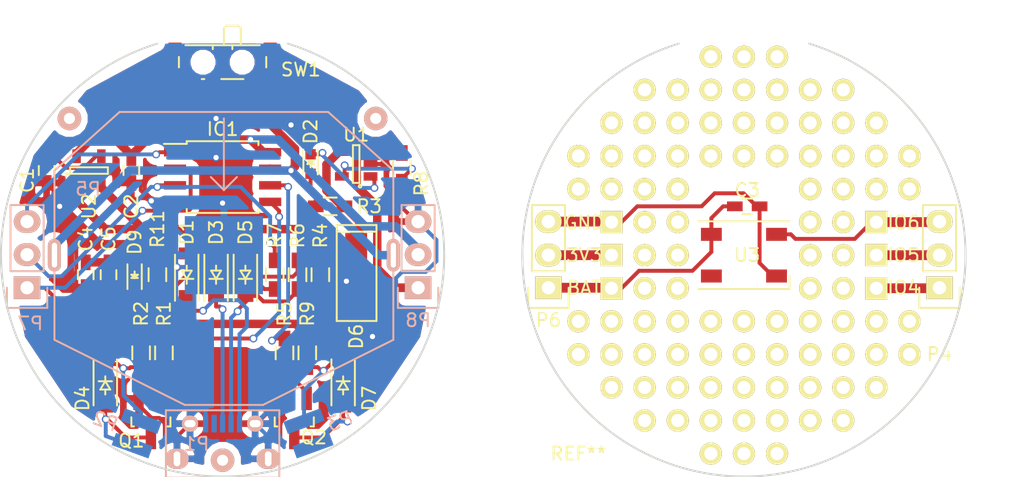
<source format=kicad_pcb>
(kicad_pcb (version 4) (host pcbnew 4.0.4+dfsg1-stable)

  (general
    (links 84)
    (no_connects 6)
    (area 28.3 30.275 111.580953 70.375)
    (thickness 1.6)
    (drawings 14)
    (tracks 377)
    (zones 0)
    (modules 42)
    (nets 28)
  )

  (page A4)
  (layers
    (0 F.Cu signal)
    (31 B.Cu signal hide)
    (32 B.Adhes user)
    (33 F.Adhes user)
    (34 B.Paste user)
    (35 F.Paste user)
    (36 B.SilkS user)
    (37 F.SilkS user)
    (38 B.Mask user)
    (39 F.Mask user)
    (40 Dwgs.User user)
    (41 Cmts.User user)
    (42 Eco1.User user)
    (43 Eco2.User user)
    (44 Edge.Cuts user)
    (45 Margin user)
    (46 B.CrtYd user)
    (47 F.CrtYd user)
    (48 B.Fab user)
    (49 F.Fab user)
  )

  (setup
    (last_trace_width 0.3)
    (trace_clearance 0.2)
    (zone_clearance 0.508)
    (zone_45_only no)
    (trace_min 0.2)
    (segment_width 0.2)
    (edge_width 0.15)
    (via_size 0.6)
    (via_drill 0.4)
    (via_min_size 0.4)
    (via_min_drill 0.3)
    (uvia_size 0.3)
    (uvia_drill 0.1)
    (uvias_allowed no)
    (uvia_min_size 0.2)
    (uvia_min_drill 0.1)
    (pcb_text_width 0.15)
    (pcb_text_size 1 1)
    (mod_edge_width 0.15)
    (mod_text_size 1 1)
    (mod_text_width 0.15)
    (pad_size 1.7 1.7)
    (pad_drill 1)
    (pad_to_mask_clearance 0.2)
    (aux_axis_origin 0 0)
    (visible_elements FFFE57FF)
    (pcbplotparams
      (layerselection 0x00030_80000001)
      (usegerberextensions false)
      (excludeedgelayer true)
      (linewidth 0.100000)
      (plotframeref false)
      (viasonmask false)
      (mode 1)
      (useauxorigin false)
      (hpglpennumber 1)
      (hpglpenspeed 20)
      (hpglpendiameter 15)
      (hpglpenoverlay 2)
      (psnegative false)
      (psa4output false)
      (plotreference true)
      (plotvalue true)
      (plotinvisibletext false)
      (padsonsilk false)
      (subtractmaskfromsilk false)
      (outputformat 1)
      (mirror false)
      (drillshape 1)
      (scaleselection 1)
      (outputdirectory ""))
  )

  (net 0 "")
  (net 1 GND)
  (net 2 "Net-(C1-Pad2)")
  (net 3 +3V3)
  (net 4 +BATT)
  (net 5 +5V)
  (net 6 "Net-(D1-Pad1)")
  (net 7 "Net-(D2-Pad2)")
  (net 8 "Net-(D2-Pad1)")
  (net 9 "Net-(D3-Pad1)")
  (net 10 "Net-(D4-Pad1)")
  (net 11 "Net-(D4-Pad2)")
  (net 12 "Net-(D5-Pad1)")
  (net 13 "Net-(D7-Pad1)")
  (net 14 "Net-(D7-Pad2)")
  (net 15 /RIGHT)
  (net 16 "Net-(D9-Pad1)")
  (net 17 /DIN)
  (net 18 /IO4)
  (net 19 /IO5)
  (net 20 /LEFT)
  (net 21 /VOL)
  (net 22 "Net-(P1-Pad4)")
  (net 23 "Net-(Q1-Pad1)")
  (net 24 "Net-(Q2-Pad1)")
  (net 25 "Net-(R8-Pad2)")
  (net 26 "Net-(SW1-Pad3)")
  (net 27 "Net-(U3-Pad2)")

  (net_class Default "This is the default net class."
    (clearance 0.2)
    (trace_width 0.3)
    (via_dia 0.6)
    (via_drill 0.4)
    (uvia_dia 0.3)
    (uvia_drill 0.1)
    (add_net +3V3)
    (add_net +5V)
    (add_net +BATT)
    (add_net /DIN)
    (add_net /IO4)
    (add_net /IO5)
    (add_net /LEFT)
    (add_net /RIGHT)
    (add_net /VOL)
    (add_net GND)
    (add_net "Net-(C1-Pad2)")
    (add_net "Net-(D1-Pad1)")
    (add_net "Net-(D2-Pad1)")
    (add_net "Net-(D2-Pad2)")
    (add_net "Net-(D3-Pad1)")
    (add_net "Net-(D4-Pad1)")
    (add_net "Net-(D4-Pad2)")
    (add_net "Net-(D5-Pad1)")
    (add_net "Net-(D7-Pad1)")
    (add_net "Net-(D7-Pad2)")
    (add_net "Net-(D9-Pad1)")
    (add_net "Net-(P1-Pad4)")
    (add_net "Net-(Q1-Pad1)")
    (add_net "Net-(Q2-Pad1)")
    (add_net "Net-(R8-Pad2)")
    (add_net "Net-(SW1-Pad3)")
    (add_net "Net-(U3-Pad2)")
  )

  (module Capacitors_SMD:C_0603_HandSoldering (layer F.Cu) (tedit 5839B1F7) (tstamp 58393658)
    (at 36.5 43.5 90)
    (descr "Capacitor SMD 0603, hand soldering")
    (tags "capacitor 0603")
    (path /58390AD0)
    (attr smd)
    (fp_text reference C1 (at -0.75 -1.5 90) (layer F.SilkS)
      (effects (font (size 1 1) (thickness 0.15)))
    )
    (fp_text value 470PF (at 0 1.9 90) (layer F.Fab)
      (effects (font (size 1 1) (thickness 0.15)))
    )
    (fp_line (start -1.85 -0.75) (end 1.85 -0.75) (layer F.CrtYd) (width 0.05))
    (fp_line (start -1.85 0.75) (end 1.85 0.75) (layer F.CrtYd) (width 0.05))
    (fp_line (start -1.85 -0.75) (end -1.85 0.75) (layer F.CrtYd) (width 0.05))
    (fp_line (start 1.85 -0.75) (end 1.85 0.75) (layer F.CrtYd) (width 0.05))
    (fp_line (start -0.35 -0.6) (end 0.35 -0.6) (layer F.SilkS) (width 0.15))
    (fp_line (start 0.35 0.6) (end -0.35 0.6) (layer F.SilkS) (width 0.15))
    (pad 1 smd rect (at -0.95 0 90) (size 1.2 0.75) (layers F.Cu F.Paste F.Mask)
      (net 1 GND))
    (pad 2 smd rect (at 0.95 0 90) (size 1.2 0.75) (layers F.Cu F.Paste F.Mask)
      (net 2 "Net-(C1-Pad2)"))
    (model Capacitors_SMD.3dshapes/C_0603_HandSoldering.wrl
      (at (xyz 0 0 0))
      (scale (xyz 1 1 1))
      (rotate (xyz 0 0 0))
    )
  )

  (module Capacitors_SMD:C_0603_HandSoldering (layer F.Cu) (tedit 5839AD35) (tstamp 5839365E)
    (at 43 43.5 90)
    (descr "Capacitor SMD 0603, hand soldering")
    (tags "capacitor 0603")
    (path /583A04EF)
    (attr smd)
    (fp_text reference C2 (at -2.75 0 90) (layer F.SilkS)
      (effects (font (size 1 1) (thickness 0.15)))
    )
    (fp_text value 2.2uF (at 0 1.9 90) (layer F.Fab)
      (effects (font (size 1 1) (thickness 0.15)))
    )
    (fp_line (start -1.85 -0.75) (end 1.85 -0.75) (layer F.CrtYd) (width 0.05))
    (fp_line (start -1.85 0.75) (end 1.85 0.75) (layer F.CrtYd) (width 0.05))
    (fp_line (start -1.85 -0.75) (end -1.85 0.75) (layer F.CrtYd) (width 0.05))
    (fp_line (start 1.85 -0.75) (end 1.85 0.75) (layer F.CrtYd) (width 0.05))
    (fp_line (start -0.35 -0.6) (end 0.35 -0.6) (layer F.SilkS) (width 0.15))
    (fp_line (start 0.35 0.6) (end -0.35 0.6) (layer F.SilkS) (width 0.15))
    (pad 1 smd rect (at -0.95 0 90) (size 1.2 0.75) (layers F.Cu F.Paste F.Mask)
      (net 1 GND))
    (pad 2 smd rect (at 0.95 0 90) (size 1.2 0.75) (layers F.Cu F.Paste F.Mask)
      (net 3 +3V3))
    (model Capacitors_SMD.3dshapes/C_0603_HandSoldering.wrl
      (at (xyz 0 0 0))
      (scale (xyz 1 1 1))
      (rotate (xyz 0 0 0))
    )
  )

  (module Capacitors_SMD:C_0603_HandSoldering (layer F.Cu) (tedit 5839A881) (tstamp 5839366A)
    (at 39.5 51.5 270)
    (descr "Capacitor SMD 0603, hand soldering")
    (tags "capacitor 0603")
    (path /58390AC4)
    (attr smd)
    (fp_text reference C4 (at -2.75 0 270) (layer F.SilkS)
      (effects (font (size 1 1) (thickness 0.15)))
    )
    (fp_text value 4.7uF (at 0 1.9 270) (layer F.Fab)
      (effects (font (size 1 1) (thickness 0.15)))
    )
    (fp_line (start -1.85 -0.75) (end 1.85 -0.75) (layer F.CrtYd) (width 0.05))
    (fp_line (start -1.85 0.75) (end 1.85 0.75) (layer F.CrtYd) (width 0.05))
    (fp_line (start -1.85 -0.75) (end -1.85 0.75) (layer F.CrtYd) (width 0.05))
    (fp_line (start 1.85 -0.75) (end 1.85 0.75) (layer F.CrtYd) (width 0.05))
    (fp_line (start -0.35 -0.6) (end 0.35 -0.6) (layer F.SilkS) (width 0.15))
    (fp_line (start 0.35 0.6) (end -0.35 0.6) (layer F.SilkS) (width 0.15))
    (pad 1 smd rect (at -0.95 0 270) (size 1.2 0.75) (layers F.Cu F.Paste F.Mask)
      (net 5 +5V))
    (pad 2 smd rect (at 0.95 0 270) (size 1.2 0.75) (layers F.Cu F.Paste F.Mask)
      (net 1 GND))
    (model Capacitors_SMD.3dshapes/C_0603_HandSoldering.wrl
      (at (xyz 0 0 0))
      (scale (xyz 1 1 1))
      (rotate (xyz 0 0 0))
    )
  )

  (module Capacitors_SMD:C_0603_HandSoldering (layer F.Cu) (tedit 5839A884) (tstamp 58393670)
    (at 41.25 51.5 270)
    (descr "Capacitor SMD 0603, hand soldering")
    (tags "capacitor 0603")
    (path /58390AC5)
    (attr smd)
    (fp_text reference C5 (at -2.75 0 270) (layer F.SilkS)
      (effects (font (size 1 1) (thickness 0.15)))
    )
    (fp_text value 0.1uF (at 0 1.9 270) (layer F.Fab)
      (effects (font (size 1 1) (thickness 0.15)))
    )
    (fp_line (start -1.85 -0.75) (end 1.85 -0.75) (layer F.CrtYd) (width 0.05))
    (fp_line (start -1.85 0.75) (end 1.85 0.75) (layer F.CrtYd) (width 0.05))
    (fp_line (start -1.85 -0.75) (end -1.85 0.75) (layer F.CrtYd) (width 0.05))
    (fp_line (start 1.85 -0.75) (end 1.85 0.75) (layer F.CrtYd) (width 0.05))
    (fp_line (start -0.35 -0.6) (end 0.35 -0.6) (layer F.SilkS) (width 0.15))
    (fp_line (start 0.35 0.6) (end -0.35 0.6) (layer F.SilkS) (width 0.15))
    (pad 1 smd rect (at -0.95 0 270) (size 1.2 0.75) (layers F.Cu F.Paste F.Mask)
      (net 5 +5V))
    (pad 2 smd rect (at 0.95 0 270) (size 1.2 0.75) (layers F.Cu F.Paste F.Mask)
      (net 1 GND))
    (model Capacitors_SMD.3dshapes/C_0603_HandSoldering.wrl
      (at (xyz 0 0 0))
      (scale (xyz 1 1 1))
      (rotate (xyz 0 0 0))
    )
  )

  (module Diodes_SMD:SOD-123 (layer F.Cu) (tedit 58399D76) (tstamp 58393676)
    (at 47.25 51.5 90)
    (descr SOD-123)
    (tags SOD-123)
    (path /58390AB2)
    (attr smd)
    (fp_text reference D1 (at 3.25 0 90) (layer F.SilkS)
      (effects (font (size 1 1) (thickness 0.15)))
    )
    (fp_text value S4 (at 0 2.1 90) (layer F.Fab)
      (effects (font (size 1 1) (thickness 0.15)))
    )
    (fp_line (start 0.3175 0) (end 0.6985 0) (layer F.SilkS) (width 0.15))
    (fp_line (start -0.6985 0) (end -0.3175 0) (layer F.SilkS) (width 0.15))
    (fp_line (start -0.3175 0) (end 0.3175 -0.381) (layer F.SilkS) (width 0.15))
    (fp_line (start 0.3175 -0.381) (end 0.3175 0.381) (layer F.SilkS) (width 0.15))
    (fp_line (start 0.3175 0.381) (end -0.3175 0) (layer F.SilkS) (width 0.15))
    (fp_line (start -0.3175 -0.508) (end -0.3175 0.508) (layer F.SilkS) (width 0.15))
    (fp_line (start -2.25 -1.05) (end 2.25 -1.05) (layer F.CrtYd) (width 0.05))
    (fp_line (start 2.25 -1.05) (end 2.25 1.05) (layer F.CrtYd) (width 0.05))
    (fp_line (start 2.25 1.05) (end -2.25 1.05) (layer F.CrtYd) (width 0.05))
    (fp_line (start -2.25 -1.05) (end -2.25 1.05) (layer F.CrtYd) (width 0.05))
    (fp_line (start -2 0.9) (end 1.54 0.9) (layer F.SilkS) (width 0.15))
    (fp_line (start -2 -0.9) (end 1.54 -0.9) (layer F.SilkS) (width 0.15))
    (pad 1 smd rect (at -1.635 0 90) (size 0.91 1.22) (layers F.Cu F.Paste F.Mask)
      (net 6 "Net-(D1-Pad1)"))
    (pad 2 smd rect (at 1.635 0 90) (size 0.91 1.22) (layers F.Cu F.Paste F.Mask)
      (net 5 +5V))
  )

  (module LEDs:LED_0603 (layer F.Cu) (tedit 58399E98) (tstamp 5839367C)
    (at 56.75 43 270)
    (descr "LED 0603 smd package")
    (tags "LED led 0603 SMD smd SMT smt smdled SMDLED smtled SMTLED")
    (path /58390AC9)
    (attr smd)
    (fp_text reference D2 (at -2.5 0 270) (layer F.SilkS)
      (effects (font (size 1 1) (thickness 0.15)))
    )
    (fp_text value BLUE (at 0 1.5 270) (layer F.Fab)
      (effects (font (size 1 1) (thickness 0.15)))
    )
    (fp_line (start -0.3 -0.2) (end -0.3 0.2) (layer F.Fab) (width 0.15))
    (fp_line (start -0.2 0) (end 0.1 -0.2) (layer F.Fab) (width 0.15))
    (fp_line (start 0.1 0.2) (end -0.2 0) (layer F.Fab) (width 0.15))
    (fp_line (start 0.1 -0.2) (end 0.1 0.2) (layer F.Fab) (width 0.15))
    (fp_line (start 0.8 0.4) (end -0.8 0.4) (layer F.Fab) (width 0.15))
    (fp_line (start 0.8 -0.4) (end 0.8 0.4) (layer F.Fab) (width 0.15))
    (fp_line (start -0.8 -0.4) (end 0.8 -0.4) (layer F.Fab) (width 0.15))
    (fp_line (start -0.8 0.4) (end -0.8 -0.4) (layer F.Fab) (width 0.15))
    (fp_line (start -1.1 0.55) (end 0.8 0.55) (layer F.SilkS) (width 0.15))
    (fp_line (start -1.1 -0.55) (end 0.8 -0.55) (layer F.SilkS) (width 0.15))
    (fp_line (start -0.2 0) (end 0.25 0) (layer F.SilkS) (width 0.15))
    (fp_line (start -0.25 -0.25) (end -0.25 0.25) (layer F.SilkS) (width 0.15))
    (fp_line (start -0.25 0) (end 0 -0.25) (layer F.SilkS) (width 0.15))
    (fp_line (start 0 -0.25) (end 0 0.25) (layer F.SilkS) (width 0.15))
    (fp_line (start 0 0.25) (end -0.25 0) (layer F.SilkS) (width 0.15))
    (fp_line (start 1.4 -0.75) (end 1.4 0.75) (layer F.CrtYd) (width 0.05))
    (fp_line (start 1.4 0.75) (end -1.4 0.75) (layer F.CrtYd) (width 0.05))
    (fp_line (start -1.4 0.75) (end -1.4 -0.75) (layer F.CrtYd) (width 0.05))
    (fp_line (start -1.4 -0.75) (end 1.4 -0.75) (layer F.CrtYd) (width 0.05))
    (pad 2 smd rect (at 0.7493 0 90) (size 0.79756 0.79756) (layers F.Cu F.Paste F.Mask)
      (net 7 "Net-(D2-Pad2)"))
    (pad 1 smd rect (at -0.7493 0 90) (size 0.79756 0.79756) (layers F.Cu F.Paste F.Mask)
      (net 8 "Net-(D2-Pad1)"))
    (model LEDs.3dshapes/LED_0603.wrl
      (at (xyz 0 0 0))
      (scale (xyz 1 1 1))
      (rotate (xyz 0 0 180))
    )
  )

  (module Diodes_SMD:SOD-123 (layer F.Cu) (tedit 58399D74) (tstamp 58393682)
    (at 49.5 51.5 90)
    (descr SOD-123)
    (tags SOD-123)
    (path /58390AB0)
    (attr smd)
    (fp_text reference D3 (at 3.25 0 90) (layer F.SilkS)
      (effects (font (size 1 1) (thickness 0.15)))
    )
    (fp_text value W4 (at 0 2.1 90) (layer F.Fab)
      (effects (font (size 1 1) (thickness 0.15)))
    )
    (fp_line (start 0.3175 0) (end 0.6985 0) (layer F.SilkS) (width 0.15))
    (fp_line (start -0.6985 0) (end -0.3175 0) (layer F.SilkS) (width 0.15))
    (fp_line (start -0.3175 0) (end 0.3175 -0.381) (layer F.SilkS) (width 0.15))
    (fp_line (start 0.3175 -0.381) (end 0.3175 0.381) (layer F.SilkS) (width 0.15))
    (fp_line (start 0.3175 0.381) (end -0.3175 0) (layer F.SilkS) (width 0.15))
    (fp_line (start -0.3175 -0.508) (end -0.3175 0.508) (layer F.SilkS) (width 0.15))
    (fp_line (start -2.25 -1.05) (end 2.25 -1.05) (layer F.CrtYd) (width 0.05))
    (fp_line (start 2.25 -1.05) (end 2.25 1.05) (layer F.CrtYd) (width 0.05))
    (fp_line (start 2.25 1.05) (end -2.25 1.05) (layer F.CrtYd) (width 0.05))
    (fp_line (start -2.25 -1.05) (end -2.25 1.05) (layer F.CrtYd) (width 0.05))
    (fp_line (start -2 0.9) (end 1.54 0.9) (layer F.SilkS) (width 0.15))
    (fp_line (start -2 -0.9) (end 1.54 -0.9) (layer F.SilkS) (width 0.15))
    (pad 1 smd rect (at -1.635 0 90) (size 0.91 1.22) (layers F.Cu F.Paste F.Mask)
      (net 9 "Net-(D3-Pad1)"))
    (pad 2 smd rect (at 1.635 0 90) (size 0.91 1.22) (layers F.Cu F.Paste F.Mask)
      (net 1 GND))
  )

  (module Diodes_SMD:SOD-123 (layer F.Cu) (tedit 5839560B) (tstamp 58393688)
    (at 41 60 270)
    (descr SOD-123)
    (tags SOD-123)
    (path /58395C02)
    (attr smd)
    (fp_text reference D4 (at 1 1.75 270) (layer F.SilkS)
      (effects (font (size 1 1) (thickness 0.15)))
    )
    (fp_text value S4 (at 0 2.1 270) (layer F.Fab)
      (effects (font (size 1 1) (thickness 0.15)))
    )
    (fp_line (start 0.3175 0) (end 0.6985 0) (layer F.SilkS) (width 0.15))
    (fp_line (start -0.6985 0) (end -0.3175 0) (layer F.SilkS) (width 0.15))
    (fp_line (start -0.3175 0) (end 0.3175 -0.381) (layer F.SilkS) (width 0.15))
    (fp_line (start 0.3175 -0.381) (end 0.3175 0.381) (layer F.SilkS) (width 0.15))
    (fp_line (start 0.3175 0.381) (end -0.3175 0) (layer F.SilkS) (width 0.15))
    (fp_line (start -0.3175 -0.508) (end -0.3175 0.508) (layer F.SilkS) (width 0.15))
    (fp_line (start -2.25 -1.05) (end 2.25 -1.05) (layer F.CrtYd) (width 0.05))
    (fp_line (start 2.25 -1.05) (end 2.25 1.05) (layer F.CrtYd) (width 0.05))
    (fp_line (start 2.25 1.05) (end -2.25 1.05) (layer F.CrtYd) (width 0.05))
    (fp_line (start -2.25 -1.05) (end -2.25 1.05) (layer F.CrtYd) (width 0.05))
    (fp_line (start -2 0.9) (end 1.54 0.9) (layer F.SilkS) (width 0.15))
    (fp_line (start -2 -0.9) (end 1.54 -0.9) (layer F.SilkS) (width 0.15))
    (pad 1 smd rect (at -1.635 0 270) (size 0.91 1.22) (layers F.Cu F.Paste F.Mask)
      (net 10 "Net-(D4-Pad1)"))
    (pad 2 smd rect (at 1.635 0 270) (size 0.91 1.22) (layers F.Cu F.Paste F.Mask)
      (net 11 "Net-(D4-Pad2)"))
  )

  (module Diodes_SMD:SOD-123 (layer F.Cu) (tedit 58399D70) (tstamp 5839368E)
    (at 51.75 51.5 90)
    (descr SOD-123)
    (tags SOD-123)
    (path /58390AB1)
    (attr smd)
    (fp_text reference D5 (at 3.25 0 90) (layer F.SilkS)
      (effects (font (size 1 1) (thickness 0.15)))
    )
    (fp_text value W4 (at 0 2.1 90) (layer F.Fab)
      (effects (font (size 1 1) (thickness 0.15)))
    )
    (fp_line (start 0.3175 0) (end 0.6985 0) (layer F.SilkS) (width 0.15))
    (fp_line (start -0.6985 0) (end -0.3175 0) (layer F.SilkS) (width 0.15))
    (fp_line (start -0.3175 0) (end 0.3175 -0.381) (layer F.SilkS) (width 0.15))
    (fp_line (start 0.3175 -0.381) (end 0.3175 0.381) (layer F.SilkS) (width 0.15))
    (fp_line (start 0.3175 0.381) (end -0.3175 0) (layer F.SilkS) (width 0.15))
    (fp_line (start -0.3175 -0.508) (end -0.3175 0.508) (layer F.SilkS) (width 0.15))
    (fp_line (start -2.25 -1.05) (end 2.25 -1.05) (layer F.CrtYd) (width 0.05))
    (fp_line (start 2.25 -1.05) (end 2.25 1.05) (layer F.CrtYd) (width 0.05))
    (fp_line (start 2.25 1.05) (end -2.25 1.05) (layer F.CrtYd) (width 0.05))
    (fp_line (start -2.25 -1.05) (end -2.25 1.05) (layer F.CrtYd) (width 0.05))
    (fp_line (start -2 0.9) (end 1.54 0.9) (layer F.SilkS) (width 0.15))
    (fp_line (start -2 -0.9) (end 1.54 -0.9) (layer F.SilkS) (width 0.15))
    (pad 1 smd rect (at -1.635 0 90) (size 0.91 1.22) (layers F.Cu F.Paste F.Mask)
      (net 12 "Net-(D5-Pad1)"))
    (pad 2 smd rect (at 1.635 0 90) (size 0.91 1.22) (layers F.Cu F.Paste F.Mask)
      (net 1 GND))
  )

  (module LCD7th:B340A (layer F.Cu) (tedit 5839AB69) (tstamp 58393694)
    (at 58.25 51.75 270)
    (path /58390ACB)
    (fp_text reference D6 (at 4.5 -2 270) (layer F.SilkS)
      (effects (font (size 1 1) (thickness 0.15)))
    )
    (fp_text value B340A (at 0 1.27 270) (layer F.Fab)
      (effects (font (size 1 1) (thickness 0.15)))
    )
    (fp_line (start 3.048 -0.508) (end 3.302 -0.508) (layer F.SilkS) (width 0.15))
    (fp_line (start 3.302 -0.508) (end 3.302 -3.556) (layer F.SilkS) (width 0.15))
    (fp_line (start 3.302 -3.556) (end 3.048 -3.556) (layer F.SilkS) (width 0.15))
    (fp_line (start -3.556 -0.508) (end -3.556 -3.556) (layer F.SilkS) (width 0.15))
    (fp_line (start -3.556 -3.556) (end -4.064 -3.556) (layer F.SilkS) (width 0.15))
    (fp_line (start -4.064 -3.556) (end -4.064 -0.508) (layer F.SilkS) (width 0.15))
    (fp_line (start -4.064 -0.508) (end 3.048 -0.508) (layer F.SilkS) (width 0.15))
    (fp_line (start 3.048 -3.556) (end -3.556 -3.556) (layer F.SilkS) (width 0.15))
    (pad 1 smd rect (at -2.35 -2 270) (size 2.2 1.68) (layers F.Cu F.Paste F.Mask)
      (net 5 +5V))
    (pad 2 smd rect (at 2.1 -2 270) (size 2.2 1.68) (layers F.Cu F.Paste F.Mask)
      (net 4 +BATT))
  )

  (module Diodes_SMD:SOD-123 (layer F.Cu) (tedit 583955E8) (tstamp 5839369A)
    (at 59.25 60 270)
    (descr SOD-123)
    (tags SOD-123)
    (path /58396017)
    (attr smd)
    (fp_text reference D7 (at 1 -2 270) (layer F.SilkS)
      (effects (font (size 1 1) (thickness 0.15)))
    )
    (fp_text value S4 (at 0 2.1 270) (layer F.Fab)
      (effects (font (size 1 1) (thickness 0.15)))
    )
    (fp_line (start 0.3175 0) (end 0.6985 0) (layer F.SilkS) (width 0.15))
    (fp_line (start -0.6985 0) (end -0.3175 0) (layer F.SilkS) (width 0.15))
    (fp_line (start -0.3175 0) (end 0.3175 -0.381) (layer F.SilkS) (width 0.15))
    (fp_line (start 0.3175 -0.381) (end 0.3175 0.381) (layer F.SilkS) (width 0.15))
    (fp_line (start 0.3175 0.381) (end -0.3175 0) (layer F.SilkS) (width 0.15))
    (fp_line (start -0.3175 -0.508) (end -0.3175 0.508) (layer F.SilkS) (width 0.15))
    (fp_line (start -2.25 -1.05) (end 2.25 -1.05) (layer F.CrtYd) (width 0.05))
    (fp_line (start 2.25 -1.05) (end 2.25 1.05) (layer F.CrtYd) (width 0.05))
    (fp_line (start 2.25 1.05) (end -2.25 1.05) (layer F.CrtYd) (width 0.05))
    (fp_line (start -2.25 -1.05) (end -2.25 1.05) (layer F.CrtYd) (width 0.05))
    (fp_line (start -2 0.9) (end 1.54 0.9) (layer F.SilkS) (width 0.15))
    (fp_line (start -2 -0.9) (end 1.54 -0.9) (layer F.SilkS) (width 0.15))
    (pad 1 smd rect (at -1.635 0 270) (size 0.91 1.22) (layers F.Cu F.Paste F.Mask)
      (net 13 "Net-(D7-Pad1)"))
    (pad 2 smd rect (at 1.635 0 270) (size 0.91 1.22) (layers F.Cu F.Paste F.Mask)
      (net 14 "Net-(D7-Pad2)"))
  )

  (module LEDs:LED_0603 (layer F.Cu) (tedit 5839AB8F) (tstamp 583936A6)
    (at 43.25 51.5 90)
    (descr "LED 0603 smd package")
    (tags "LED led 0603 SMD smd SMT smt smdled SMDLED smtled SMTLED")
    (path /58390ABE)
    (attr smd)
    (fp_text reference D9 (at 2.5 0 90) (layer F.SilkS)
      (effects (font (size 1 1) (thickness 0.15)))
    )
    (fp_text value BLUE (at -3.5 0.5 90) (layer F.Fab)
      (effects (font (size 1 1) (thickness 0.15)))
    )
    (fp_line (start -0.3 -0.2) (end -0.3 0.2) (layer F.Fab) (width 0.15))
    (fp_line (start -0.2 0) (end 0.1 -0.2) (layer F.Fab) (width 0.15))
    (fp_line (start 0.1 0.2) (end -0.2 0) (layer F.Fab) (width 0.15))
    (fp_line (start 0.1 -0.2) (end 0.1 0.2) (layer F.Fab) (width 0.15))
    (fp_line (start 0.8 0.4) (end -0.8 0.4) (layer F.Fab) (width 0.15))
    (fp_line (start 0.8 -0.4) (end 0.8 0.4) (layer F.Fab) (width 0.15))
    (fp_line (start -0.8 -0.4) (end 0.8 -0.4) (layer F.Fab) (width 0.15))
    (fp_line (start -0.8 0.4) (end -0.8 -0.4) (layer F.Fab) (width 0.15))
    (fp_line (start -1.1 0.55) (end 0.8 0.55) (layer F.SilkS) (width 0.15))
    (fp_line (start -1.1 -0.55) (end 0.8 -0.55) (layer F.SilkS) (width 0.15))
    (fp_line (start -0.2 0) (end 0.25 0) (layer F.SilkS) (width 0.15))
    (fp_line (start -0.25 -0.25) (end -0.25 0.25) (layer F.SilkS) (width 0.15))
    (fp_line (start -0.25 0) (end 0 -0.25) (layer F.SilkS) (width 0.15))
    (fp_line (start 0 -0.25) (end 0 0.25) (layer F.SilkS) (width 0.15))
    (fp_line (start 0 0.25) (end -0.25 0) (layer F.SilkS) (width 0.15))
    (fp_line (start 1.4 -0.75) (end 1.4 0.75) (layer F.CrtYd) (width 0.05))
    (fp_line (start 1.4 0.75) (end -1.4 0.75) (layer F.CrtYd) (width 0.05))
    (fp_line (start -1.4 0.75) (end -1.4 -0.75) (layer F.CrtYd) (width 0.05))
    (fp_line (start -1.4 -0.75) (end 1.4 -0.75) (layer F.CrtYd) (width 0.05))
    (pad 2 smd rect (at 0.7493 0 270) (size 0.79756 0.79756) (layers F.Cu F.Paste F.Mask)
      (net 5 +5V))
    (pad 1 smd rect (at -0.7493 0 270) (size 0.79756 0.79756) (layers F.Cu F.Paste F.Mask)
      (net 16 "Net-(D9-Pad1)"))
    (model LEDs.3dshapes/LED_0603.wrl
      (at (xyz 0 0 0))
      (scale (xyz 1 1 1))
      (rotate (xyz 0 0 180))
    )
  )

  (module Housings_SOIC:SOIJ-8_5.3x5.3mm_Pitch1.27mm (layer F.Cu) (tedit 54130A77) (tstamp 583936B2)
    (at 50 44)
    (descr "8-Lead Plastic Small Outline (SM) - Medium, 5.28 mm Body [SOIC] (see Microchip Packaging Specification 00000049BS.pdf)")
    (tags "SOIC 1.27")
    (path /58390AB4)
    (attr smd)
    (fp_text reference IC1 (at 0 -3.68) (layer F.SilkS)
      (effects (font (size 1 1) (thickness 0.15)))
    )
    (fp_text value ATTINY85-S (at 0 3.68) (layer F.Fab)
      (effects (font (size 1 1) (thickness 0.15)))
    )
    (fp_circle (center -2 -2) (end -2.25 -2) (layer F.Fab) (width 0.15))
    (fp_line (start -2.65 2.65) (end -2.65 -2.65) (layer F.Fab) (width 0.15))
    (fp_line (start 2.65 2.65) (end -2.65 2.65) (layer F.Fab) (width 0.15))
    (fp_line (start 2.65 -2.65) (end 2.65 2.65) (layer F.Fab) (width 0.15))
    (fp_line (start -2.65 -2.65) (end 2.65 -2.65) (layer F.Fab) (width 0.15))
    (fp_line (start -4.75 -2.95) (end -4.75 2.95) (layer F.CrtYd) (width 0.05))
    (fp_line (start 4.75 -2.95) (end 4.75 2.95) (layer F.CrtYd) (width 0.05))
    (fp_line (start -4.75 -2.95) (end 4.75 -2.95) (layer F.CrtYd) (width 0.05))
    (fp_line (start -4.75 2.95) (end 4.75 2.95) (layer F.CrtYd) (width 0.05))
    (fp_line (start -2.75 -2.755) (end -2.75 -2.55) (layer F.SilkS) (width 0.15))
    (fp_line (start 2.75 -2.755) (end 2.75 -2.455) (layer F.SilkS) (width 0.15))
    (fp_line (start 2.75 2.755) (end 2.75 2.455) (layer F.SilkS) (width 0.15))
    (fp_line (start -2.75 2.755) (end -2.75 2.455) (layer F.SilkS) (width 0.15))
    (fp_line (start -2.75 -2.755) (end 2.75 -2.755) (layer F.SilkS) (width 0.15))
    (fp_line (start -2.75 2.755) (end 2.75 2.755) (layer F.SilkS) (width 0.15))
    (fp_line (start -2.75 -2.55) (end -4.5 -2.55) (layer F.SilkS) (width 0.15))
    (pad 1 smd rect (at -3.65 -1.905) (size 1.7 0.65) (layers F.Cu F.Paste F.Mask)
      (net 17 /DIN))
    (pad 2 smd rect (at -3.65 -0.635) (size 1.7 0.65) (layers F.Cu F.Paste F.Mask)
      (net 18 /IO4))
    (pad 3 smd rect (at -3.65 0.635) (size 1.7 0.65) (layers F.Cu F.Paste F.Mask)
      (net 19 /IO5))
    (pad 4 smd rect (at -3.65 1.905) (size 1.7 0.65) (layers F.Cu F.Paste F.Mask)
      (net 1 GND))
    (pad 5 smd rect (at 3.65 1.905) (size 1.7 0.65) (layers F.Cu F.Paste F.Mask)
      (net 20 /LEFT))
    (pad 6 smd rect (at 3.65 0.635) (size 1.7 0.65) (layers F.Cu F.Paste F.Mask)
      (net 15 /RIGHT))
    (pad 7 smd rect (at 3.65 -0.635) (size 1.7 0.65) (layers F.Cu F.Paste F.Mask)
      (net 21 /VOL))
    (pad 8 smd rect (at 3.65 -1.905) (size 1.7 0.65) (layers F.Cu F.Paste F.Mask)
      (net 3 +3V3))
    (model Housings_SOIC.3dshapes/SOIJ-8_5.3x5.3mm_Pitch1.27mm.wrl
      (at (xyz 0 0 0))
      (scale (xyz 1 1 1))
      (rotate (xyz 0 0 0))
    )
  )

  (module SmartEye:USB_Micro-B (layer B.Cu) (tedit 58399F6A) (tstamp 583936BF)
    (at 50 64.5 180)
    (descr "Micro USB Type B Receptacle")
    (tags "USB USB_B USB_micro USB_OTG")
    (path /58390AAE)
    (attr smd)
    (fp_text reference P1 (at 2 0 180) (layer B.SilkS)
      (effects (font (size 1 1) (thickness 0.15)) (justify mirror))
    )
    (fp_text value USB_OTG (at 0 -4.8 180) (layer B.Fab)
      (effects (font (size 1 1) (thickness 0.15)) (justify mirror))
    )
    (fp_line (start -4.6 2.8) (end 4.6 2.8) (layer B.CrtYd) (width 0.05))
    (fp_line (start 4.6 2.8) (end 4.6 -4.05) (layer B.CrtYd) (width 0.05))
    (fp_line (start 4.6 -4.05) (end -4.6 -4.05) (layer B.CrtYd) (width 0.05))
    (fp_line (start -4.6 -4.05) (end -4.6 2.8) (layer B.CrtYd) (width 0.05))
    (fp_line (start -4.3509 -3.81746) (end 4.3491 -3.81746) (layer B.SilkS) (width 0.15))
    (fp_line (start -4.3509 2.58754) (end 4.3491 2.58754) (layer B.SilkS) (width 0.15))
    (fp_line (start 4.3491 2.58754) (end 4.3491 -3.81746) (layer B.SilkS) (width 0.15))
    (fp_line (start 4.3491 -2.58746) (end -4.3509 -2.58746) (layer B.SilkS) (width 0.15))
    (fp_line (start -4.3509 -3.81746) (end -4.3509 2.58754) (layer B.SilkS) (width 0.15))
    (pad 1 smd rect (at -1.3009 1.56254 90) (size 1.35 0.4) (layers B.Cu B.Paste B.Mask)
      (net 6 "Net-(D1-Pad1)"))
    (pad 2 smd rect (at -0.6509 1.56254 90) (size 1.35 0.4) (layers B.Cu B.Paste B.Mask)
      (net 12 "Net-(D5-Pad1)"))
    (pad 3 smd rect (at -0.0009 1.56254 90) (size 1.35 0.4) (layers B.Cu B.Paste B.Mask)
      (net 9 "Net-(D3-Pad1)"))
    (pad 4 smd rect (at 0.6491 1.56254 90) (size 1.35 0.4) (layers B.Cu B.Paste B.Mask)
      (net 22 "Net-(P1-Pad4)"))
    (pad 5 smd rect (at 1.2991 1.56254 90) (size 1.35 0.4) (layers B.Cu B.Paste B.Mask)
      (net 1 GND))
    (pad 6 thru_hole oval (at -2.5009 1.56254 90) (size 1.25 1.25) (drill oval 0.55 0.85) (layers *.Cu *.Mask B.SilkS)
      (net 1 GND))
    (pad 6 thru_hole oval (at 2.4991 1.56254 90) (size 1.25 1.25) (drill oval 0.55 0.85) (layers *.Cu *.Mask B.SilkS)
      (net 1 GND))
    (pad 6 thru_hole oval (at -3.5009 -1.13746 90) (size 1.55 1.8) (drill oval 1.15 0.5) (layers *.Cu *.Mask B.SilkS)
      (net 1 GND))
    (pad 6 thru_hole oval (at 3.4991 -1.13746 90) (size 1.55 1.8) (drill oval 1.15 0.5) (layers *.Cu *.Mask B.SilkS)
      (net 1 GND))
  )

  (module TO_SOT_Packages_SMD:SOT-23_Handsoldering (layer F.Cu) (tedit 583953A6) (tstamp 58393701)
    (at 44.5 62.5 180)
    (descr "SOT-23, Handsoldering")
    (tags SOT-23)
    (path /58393539)
    (attr smd)
    (fp_text reference Q1 (at 1.5 -1.75 180) (layer F.SilkS)
      (effects (font (size 1 1) (thickness 0.15)))
    )
    (fp_text value S8050 (at 0 3.81 180) (layer F.Fab)
      (effects (font (size 1 1) (thickness 0.15)))
    )
    (fp_line (start -1.49982 0.0508) (end -1.49982 -0.65024) (layer F.SilkS) (width 0.15))
    (fp_line (start -1.49982 -0.65024) (end -1.2509 -0.65024) (layer F.SilkS) (width 0.15))
    (fp_line (start 1.29916 -0.65024) (end 1.49982 -0.65024) (layer F.SilkS) (width 0.15))
    (fp_line (start 1.49982 -0.65024) (end 1.49982 0.0508) (layer F.SilkS) (width 0.15))
    (pad 1 smd rect (at -0.95 1.50114 180) (size 0.8001 1.80086) (layers F.Cu F.Paste F.Mask)
      (net 23 "Net-(Q1-Pad1)"))
    (pad 2 smd rect (at 0.95 1.50114 180) (size 0.8001 1.80086) (layers F.Cu F.Paste F.Mask)
      (net 1 GND))
    (pad 3 smd rect (at 0 -1.50114 180) (size 0.8001 1.80086) (layers F.Cu F.Paste F.Mask)
      (net 11 "Net-(D4-Pad2)"))
    (model TO_SOT_Packages_SMD.3dshapes/SOT-23_Handsoldering.wrl
      (at (xyz 0 0 0))
      (scale (xyz 1 1 1))
      (rotate (xyz 0 0 0))
    )
  )

  (module TO_SOT_Packages_SMD:SOT-23_Handsoldering (layer F.Cu) (tedit 5839548F) (tstamp 58393708)
    (at 55.5 62.5 180)
    (descr "SOT-23, Handsoldering")
    (tags SOT-23)
    (path /583945E1)
    (attr smd)
    (fp_text reference Q2 (at -1.5 -1.5 180) (layer F.SilkS)
      (effects (font (size 1 1) (thickness 0.15)))
    )
    (fp_text value S8050 (at 0 3.81 180) (layer F.Fab)
      (effects (font (size 1 1) (thickness 0.15)))
    )
    (fp_line (start -1.49982 0.0508) (end -1.49982 -0.65024) (layer F.SilkS) (width 0.15))
    (fp_line (start -1.49982 -0.65024) (end -1.2509 -0.65024) (layer F.SilkS) (width 0.15))
    (fp_line (start 1.29916 -0.65024) (end 1.49982 -0.65024) (layer F.SilkS) (width 0.15))
    (fp_line (start 1.49982 -0.65024) (end 1.49982 0.0508) (layer F.SilkS) (width 0.15))
    (pad 1 smd rect (at -0.95 1.50114 180) (size 0.8001 1.80086) (layers F.Cu F.Paste F.Mask)
      (net 24 "Net-(Q2-Pad1)"))
    (pad 2 smd rect (at 0.95 1.50114 180) (size 0.8001 1.80086) (layers F.Cu F.Paste F.Mask)
      (net 1 GND))
    (pad 3 smd rect (at 0 -1.50114 180) (size 0.8001 1.80086) (layers F.Cu F.Paste F.Mask)
      (net 14 "Net-(D7-Pad2)"))
    (model TO_SOT_Packages_SMD.3dshapes/SOT-23_Handsoldering.wrl
      (at (xyz 0 0 0))
      (scale (xyz 1 1 1))
      (rotate (xyz 0 0 0))
    )
  )

  (module Resistors_SMD:R_0603_HandSoldering (layer F.Cu) (tedit 5839541B) (tstamp 5839370E)
    (at 45.5 57.5 270)
    (descr "Resistor SMD 0603, hand soldering")
    (tags "resistor 0603")
    (path /583937AE)
    (attr smd)
    (fp_text reference R1 (at -3 0 270) (layer F.SilkS)
      (effects (font (size 1 1) (thickness 0.15)))
    )
    (fp_text value 470 (at 0 1.9 270) (layer F.Fab)
      (effects (font (size 1 1) (thickness 0.15)))
    )
    (fp_line (start -2 -0.8) (end 2 -0.8) (layer F.CrtYd) (width 0.05))
    (fp_line (start -2 0.8) (end 2 0.8) (layer F.CrtYd) (width 0.05))
    (fp_line (start -2 -0.8) (end -2 0.8) (layer F.CrtYd) (width 0.05))
    (fp_line (start 2 -0.8) (end 2 0.8) (layer F.CrtYd) (width 0.05))
    (fp_line (start 0.5 0.675) (end -0.5 0.675) (layer F.SilkS) (width 0.15))
    (fp_line (start -0.5 -0.675) (end 0.5 -0.675) (layer F.SilkS) (width 0.15))
    (pad 1 smd rect (at -1.1 0 270) (size 1.2 0.9) (layers F.Cu F.Paste F.Mask)
      (net 20 /LEFT))
    (pad 2 smd rect (at 1.1 0 270) (size 1.2 0.9) (layers F.Cu F.Paste F.Mask)
      (net 23 "Net-(Q1-Pad1)"))
    (model Resistors_SMD.3dshapes/R_0603_HandSoldering.wrl
      (at (xyz 0 0 0))
      (scale (xyz 1 1 1))
      (rotate (xyz 0 0 0))
    )
  )

  (module Resistors_SMD:R_0603_HandSoldering (layer F.Cu) (tedit 58395447) (tstamp 58393714)
    (at 43.75 57.5 270)
    (descr "Resistor SMD 0603, hand soldering")
    (tags "resistor 0603")
    (path /5839290D)
    (attr smd)
    (fp_text reference R2 (at -3 0 270) (layer F.SilkS)
      (effects (font (size 1 1) (thickness 0.15)))
    )
    (fp_text value 470 (at 0 1.9 270) (layer F.Fab)
      (effects (font (size 1 1) (thickness 0.15)))
    )
    (fp_line (start -2 -0.8) (end 2 -0.8) (layer F.CrtYd) (width 0.05))
    (fp_line (start -2 0.8) (end 2 0.8) (layer F.CrtYd) (width 0.05))
    (fp_line (start -2 -0.8) (end -2 0.8) (layer F.CrtYd) (width 0.05))
    (fp_line (start 2 -0.8) (end 2 0.8) (layer F.CrtYd) (width 0.05))
    (fp_line (start 0.5 0.675) (end -0.5 0.675) (layer F.SilkS) (width 0.15))
    (fp_line (start -0.5 -0.675) (end 0.5 -0.675) (layer F.SilkS) (width 0.15))
    (pad 1 smd rect (at -1.1 0 270) (size 1.2 0.9) (layers F.Cu F.Paste F.Mask)
      (net 4 +BATT))
    (pad 2 smd rect (at 1.1 0 270) (size 1.2 0.9) (layers F.Cu F.Paste F.Mask)
      (net 10 "Net-(D4-Pad1)"))
    (model Resistors_SMD.3dshapes/R_0603_HandSoldering.wrl
      (at (xyz 0 0 0))
      (scale (xyz 1 1 1))
      (rotate (xyz 0 0 0))
    )
  )

  (module Resistors_SMD:R_0603_HandSoldering (layer F.Cu) (tedit 5839A976) (tstamp 5839371A)
    (at 58.25 46.25 180)
    (descr "Resistor SMD 0603, hand soldering")
    (tags "resistor 0603")
    (path /58390AC8)
    (attr smd)
    (fp_text reference R3 (at -3 0 180) (layer F.SilkS)
      (effects (font (size 1 1) (thickness 0.15)))
    )
    (fp_text value 470 (at 0 1.9 180) (layer F.Fab)
      (effects (font (size 1 1) (thickness 0.15)))
    )
    (fp_line (start -2 -0.8) (end 2 -0.8) (layer F.CrtYd) (width 0.05))
    (fp_line (start -2 0.8) (end 2 0.8) (layer F.CrtYd) (width 0.05))
    (fp_line (start -2 -0.8) (end -2 0.8) (layer F.CrtYd) (width 0.05))
    (fp_line (start 2 -0.8) (end 2 0.8) (layer F.CrtYd) (width 0.05))
    (fp_line (start 0.5 0.675) (end -0.5 0.675) (layer F.SilkS) (width 0.15))
    (fp_line (start -0.5 -0.675) (end 0.5 -0.675) (layer F.SilkS) (width 0.15))
    (pad 1 smd rect (at -1.1 0 180) (size 1.2 0.9) (layers F.Cu F.Paste F.Mask)
      (net 5 +5V))
    (pad 2 smd rect (at 1.1 0 180) (size 1.2 0.9) (layers F.Cu F.Paste F.Mask)
      (net 7 "Net-(D2-Pad2)"))
    (model Resistors_SMD.3dshapes/R_0603_HandSoldering.wrl
      (at (xyz 0 0 0))
      (scale (xyz 1 1 1))
      (rotate (xyz 0 0 0))
    )
  )

  (module Resistors_SMD:R_0603_HandSoldering (layer F.Cu) (tedit 58399DE0) (tstamp 58393720)
    (at 57.5 51.5 90)
    (descr "Resistor SMD 0603, hand soldering")
    (tags "resistor 0603")
    (path /58390ABA)
    (attr smd)
    (fp_text reference R4 (at 3 0 90) (layer F.SilkS)
      (effects (font (size 1 1) (thickness 0.15)))
    )
    (fp_text value 1.5K (at 0 1.9 90) (layer F.Fab)
      (effects (font (size 1 1) (thickness 0.15)))
    )
    (fp_line (start -2 -0.8) (end 2 -0.8) (layer F.CrtYd) (width 0.05))
    (fp_line (start -2 0.8) (end 2 0.8) (layer F.CrtYd) (width 0.05))
    (fp_line (start -2 -0.8) (end -2 0.8) (layer F.CrtYd) (width 0.05))
    (fp_line (start 2 -0.8) (end 2 0.8) (layer F.CrtYd) (width 0.05))
    (fp_line (start 0.5 0.675) (end -0.5 0.675) (layer F.SilkS) (width 0.15))
    (fp_line (start -0.5 -0.675) (end 0.5 -0.675) (layer F.SilkS) (width 0.15))
    (pad 1 smd rect (at -1.1 0 90) (size 1.2 0.9) (layers F.Cu F.Paste F.Mask)
      (net 12 "Net-(D5-Pad1)"))
    (pad 2 smd rect (at 1.1 0 90) (size 1.2 0.9) (layers F.Cu F.Paste F.Mask)
      (net 5 +5V))
    (model Resistors_SMD.3dshapes/R_0603_HandSoldering.wrl
      (at (xyz 0 0 0))
      (scale (xyz 1 1 1))
      (rotate (xyz 0 0 0))
    )
  )

  (module Resistors_SMD:R_0603_HandSoldering (layer F.Cu) (tedit 58395594) (tstamp 58393726)
    (at 54.75 57.5 270)
    (descr "Resistor SMD 0603, hand soldering")
    (tags "resistor 0603")
    (path /583945E7)
    (attr smd)
    (fp_text reference R5 (at -3 0 270) (layer F.SilkS)
      (effects (font (size 1 1) (thickness 0.15)))
    )
    (fp_text value 470 (at 0 1.9 270) (layer F.Fab)
      (effects (font (size 1 1) (thickness 0.15)))
    )
    (fp_line (start -2 -0.8) (end 2 -0.8) (layer F.CrtYd) (width 0.05))
    (fp_line (start -2 0.8) (end 2 0.8) (layer F.CrtYd) (width 0.05))
    (fp_line (start -2 -0.8) (end -2 0.8) (layer F.CrtYd) (width 0.05))
    (fp_line (start 2 -0.8) (end 2 0.8) (layer F.CrtYd) (width 0.05))
    (fp_line (start 0.5 0.675) (end -0.5 0.675) (layer F.SilkS) (width 0.15))
    (fp_line (start -0.5 -0.675) (end 0.5 -0.675) (layer F.SilkS) (width 0.15))
    (pad 1 smd rect (at -1.1 0 270) (size 1.2 0.9) (layers F.Cu F.Paste F.Mask)
      (net 15 /RIGHT))
    (pad 2 smd rect (at 1.1 0 270) (size 1.2 0.9) (layers F.Cu F.Paste F.Mask)
      (net 24 "Net-(Q2-Pad1)"))
    (model Resistors_SMD.3dshapes/R_0603_HandSoldering.wrl
      (at (xyz 0 0 0))
      (scale (xyz 1 1 1))
      (rotate (xyz 0 0 0))
    )
  )

  (module Resistors_SMD:R_0603_HandSoldering (layer F.Cu) (tedit 58399DF7) (tstamp 5839372C)
    (at 55.75 51.5 270)
    (descr "Resistor SMD 0603, hand soldering")
    (tags "resistor 0603")
    (path /58390AB8)
    (attr smd)
    (fp_text reference R6 (at -3 0 270) (layer F.SilkS)
      (effects (font (size 1 1) (thickness 0.15)))
    )
    (fp_text value 68R (at 0 1.9 270) (layer F.Fab)
      (effects (font (size 1 1) (thickness 0.15)))
    )
    (fp_line (start -2 -0.8) (end 2 -0.8) (layer F.CrtYd) (width 0.05))
    (fp_line (start -2 0.8) (end 2 0.8) (layer F.CrtYd) (width 0.05))
    (fp_line (start -2 -0.8) (end -2 0.8) (layer F.CrtYd) (width 0.05))
    (fp_line (start 2 -0.8) (end 2 0.8) (layer F.CrtYd) (width 0.05))
    (fp_line (start 0.5 0.675) (end -0.5 0.675) (layer F.SilkS) (width 0.15))
    (fp_line (start -0.5 -0.675) (end 0.5 -0.675) (layer F.SilkS) (width 0.15))
    (pad 1 smd rect (at -1.1 0 270) (size 1.2 0.9) (layers F.Cu F.Paste F.Mask)
      (net 18 /IO4))
    (pad 2 smd rect (at 1.1 0 270) (size 1.2 0.9) (layers F.Cu F.Paste F.Mask)
      (net 12 "Net-(D5-Pad1)"))
    (model Resistors_SMD.3dshapes/R_0603_HandSoldering.wrl
      (at (xyz 0 0 0))
      (scale (xyz 1 1 1))
      (rotate (xyz 0 0 0))
    )
  )

  (module Resistors_SMD:R_0603_HandSoldering (layer F.Cu) (tedit 58399E05) (tstamp 58393732)
    (at 54 51.5 270)
    (descr "Resistor SMD 0603, hand soldering")
    (tags "resistor 0603")
    (path /58390AB9)
    (attr smd)
    (fp_text reference R7 (at -3 0 270) (layer F.SilkS)
      (effects (font (size 1 1) (thickness 0.15)))
    )
    (fp_text value 68R (at 0 1.9 270) (layer F.Fab)
      (effects (font (size 1 1) (thickness 0.15)))
    )
    (fp_line (start -2 -0.8) (end 2 -0.8) (layer F.CrtYd) (width 0.05))
    (fp_line (start -2 0.8) (end 2 0.8) (layer F.CrtYd) (width 0.05))
    (fp_line (start -2 -0.8) (end -2 0.8) (layer F.CrtYd) (width 0.05))
    (fp_line (start 2 -0.8) (end 2 0.8) (layer F.CrtYd) (width 0.05))
    (fp_line (start 0.5 0.675) (end -0.5 0.675) (layer F.SilkS) (width 0.15))
    (fp_line (start -0.5 -0.675) (end 0.5 -0.675) (layer F.SilkS) (width 0.15))
    (pad 1 smd rect (at -1.1 0 270) (size 1.2 0.9) (layers F.Cu F.Paste F.Mask)
      (net 19 /IO5))
    (pad 2 smd rect (at 1.1 0 270) (size 1.2 0.9) (layers F.Cu F.Paste F.Mask)
      (net 9 "Net-(D3-Pad1)"))
    (model Resistors_SMD.3dshapes/R_0603_HandSoldering.wrl
      (at (xyz 0 0 0))
      (scale (xyz 1 1 1))
      (rotate (xyz 0 0 0))
    )
  )

  (module Resistors_SMD:R_0603_HandSoldering (layer F.Cu) (tedit 5839B21C) (tstamp 58393738)
    (at 63.75 43.25 270)
    (descr "Resistor SMD 0603, hand soldering")
    (tags "resistor 0603")
    (path /58390ACE)
    (attr smd)
    (fp_text reference R8 (at 1.25 -1.5 270) (layer F.SilkS)
      (effects (font (size 1 1) (thickness 0.15)))
    )
    (fp_text value 10K (at 0 1.9 270) (layer F.Fab)
      (effects (font (size 1 1) (thickness 0.15)))
    )
    (fp_line (start -2 -0.8) (end 2 -0.8) (layer F.CrtYd) (width 0.05))
    (fp_line (start -2 0.8) (end 2 0.8) (layer F.CrtYd) (width 0.05))
    (fp_line (start -2 -0.8) (end -2 0.8) (layer F.CrtYd) (width 0.05))
    (fp_line (start 2 -0.8) (end 2 0.8) (layer F.CrtYd) (width 0.05))
    (fp_line (start 0.5 0.675) (end -0.5 0.675) (layer F.SilkS) (width 0.15))
    (fp_line (start -0.5 -0.675) (end 0.5 -0.675) (layer F.SilkS) (width 0.15))
    (pad 1 smd rect (at -1.1 0 270) (size 1.2 0.9) (layers F.Cu F.Paste F.Mask)
      (net 1 GND))
    (pad 2 smd rect (at 1.1 0 270) (size 1.2 0.9) (layers F.Cu F.Paste F.Mask)
      (net 25 "Net-(R8-Pad2)"))
    (model Resistors_SMD.3dshapes/R_0603_HandSoldering.wrl
      (at (xyz 0 0 0))
      (scale (xyz 1 1 1))
      (rotate (xyz 0 0 0))
    )
  )

  (module Resistors_SMD:R_0603_HandSoldering (layer F.Cu) (tedit 58395596) (tstamp 5839373E)
    (at 56.5 57.5 270)
    (descr "Resistor SMD 0603, hand soldering")
    (tags "resistor 0603")
    (path /583945CF)
    (attr smd)
    (fp_text reference R9 (at -3 0 270) (layer F.SilkS)
      (effects (font (size 1 1) (thickness 0.15)))
    )
    (fp_text value 470 (at 0 1.9 270) (layer F.Fab)
      (effects (font (size 1 1) (thickness 0.15)))
    )
    (fp_line (start -2 -0.8) (end 2 -0.8) (layer F.CrtYd) (width 0.05))
    (fp_line (start -2 0.8) (end 2 0.8) (layer F.CrtYd) (width 0.05))
    (fp_line (start -2 -0.8) (end -2 0.8) (layer F.CrtYd) (width 0.05))
    (fp_line (start 2 -0.8) (end 2 0.8) (layer F.CrtYd) (width 0.05))
    (fp_line (start 0.5 0.675) (end -0.5 0.675) (layer F.SilkS) (width 0.15))
    (fp_line (start -0.5 -0.675) (end 0.5 -0.675) (layer F.SilkS) (width 0.15))
    (pad 1 smd rect (at -1.1 0 270) (size 1.2 0.9) (layers F.Cu F.Paste F.Mask)
      (net 4 +BATT))
    (pad 2 smd rect (at 1.1 0 270) (size 1.2 0.9) (layers F.Cu F.Paste F.Mask)
      (net 13 "Net-(D7-Pad1)"))
    (model Resistors_SMD.3dshapes/R_0603_HandSoldering.wrl
      (at (xyz 0 0 0))
      (scale (xyz 1 1 1))
      (rotate (xyz 0 0 0))
    )
  )

  (module Resistors_SMD:R_0603_HandSoldering (layer F.Cu) (tedit 5839AB87) (tstamp 5839374A)
    (at 45 51.5 270)
    (descr "Resistor SMD 0603, hand soldering")
    (tags "resistor 0603")
    (path /58390ABF)
    (attr smd)
    (fp_text reference R11 (at -3.5 0 270) (layer F.SilkS)
      (effects (font (size 1 1) (thickness 0.15)))
    )
    (fp_text value 470 (at -3.5 0 270) (layer F.Fab)
      (effects (font (size 1 1) (thickness 0.15)))
    )
    (fp_line (start -2 -0.8) (end 2 -0.8) (layer F.CrtYd) (width 0.05))
    (fp_line (start -2 0.8) (end 2 0.8) (layer F.CrtYd) (width 0.05))
    (fp_line (start -2 -0.8) (end -2 0.8) (layer F.CrtYd) (width 0.05))
    (fp_line (start 2 -0.8) (end 2 0.8) (layer F.CrtYd) (width 0.05))
    (fp_line (start 0.5 0.675) (end -0.5 0.675) (layer F.SilkS) (width 0.15))
    (fp_line (start -0.5 -0.675) (end 0.5 -0.675) (layer F.SilkS) (width 0.15))
    (pad 1 smd rect (at -1.1 0 270) (size 1.2 0.9) (layers F.Cu F.Paste F.Mask)
      (net 16 "Net-(D9-Pad1)"))
    (pad 2 smd rect (at 1.1 0 270) (size 1.2 0.9) (layers F.Cu F.Paste F.Mask)
      (net 1 GND))
    (model Resistors_SMD.3dshapes/R_0603_HandSoldering.wrl
      (at (xyz 0 0 0))
      (scale (xyz 1 1 1))
      (rotate (xyz 0 0 0))
    )
  )

  (module Buttons_Switches_SMD:SW_SPDT_PCM12 (layer F.Cu) (tedit 5839AD54) (tstamp 58393757)
    (at 50 35.5 180)
    (descr "Ultraminiature Surface Mount Slide Switch")
    (path /58390AD7)
    (attr smd)
    (fp_text reference SW1 (at -6 -0.25 180) (layer F.SilkS)
      (effects (font (size 1 1) (thickness 0.15)))
    )
    (fp_text value Switch_POWER (at 0 4.25 180) (layer F.Fab)
      (effects (font (size 1 1) (thickness 0.15)))
    )
    (fp_line (start 0.75 1.325) (end 0.75 1.625) (layer F.SilkS) (width 0.15))
    (fp_line (start -0.75 1.325) (end -0.75 1.625) (layer F.SilkS) (width 0.15))
    (fp_line (start 1.4 -0.975) (end 1.6 -0.975) (layer F.SilkS) (width 0.15))
    (fp_line (start -4.4 -2.45) (end 4.4 -2.45) (layer F.CrtYd) (width 0.05))
    (fp_line (start 4.4 -2.45) (end 4.4 2.1) (layer F.CrtYd) (width 0.05))
    (fp_line (start 4.4 2.1) (end 1.65 2.1) (layer F.CrtYd) (width 0.05))
    (fp_line (start 1.65 2.1) (end 1.65 3.4) (layer F.CrtYd) (width 0.05))
    (fp_line (start 1.65 3.4) (end -1.65 3.4) (layer F.CrtYd) (width 0.05))
    (fp_line (start -1.65 3.4) (end -1.65 2.1) (layer F.CrtYd) (width 0.05))
    (fp_line (start -1.65 2.1) (end -4.4 2.1) (layer F.CrtYd) (width 0.05))
    (fp_line (start -4.4 2.1) (end -4.4 -2.45) (layer F.CrtYd) (width 0.05))
    (fp_line (start -1.4 2.925) (end -1.2 3.125) (layer F.SilkS) (width 0.15))
    (fp_line (start -0.1 2.925) (end -0.3 3.125) (layer F.SilkS) (width 0.15))
    (fp_line (start -1.4 1.625) (end -1.4 2.925) (layer F.SilkS) (width 0.15))
    (fp_line (start -1.2 3.125) (end -0.3 3.125) (layer F.SilkS) (width 0.15))
    (fp_line (start -0.1 2.925) (end -0.1 1.625) (layer F.SilkS) (width 0.15))
    (fp_line (start -2.85 1.625) (end 2.85 1.625) (layer F.SilkS) (width 0.15))
    (fp_line (start -1.6 -0.975) (end 0.1 -0.975) (layer F.SilkS) (width 0.15))
    (fp_line (start -3.35 -0.075) (end -3.35 0.725) (layer F.SilkS) (width 0.15))
    (fp_line (start 3.35 0.725) (end 3.35 -0.075) (layer F.SilkS) (width 0.15))
    (pad "" np_thru_hole circle (at -1.5 0.325 180) (size 0.9 0.9) (drill 0.9) (layers *.Cu *.Mask))
    (pad "" np_thru_hole circle (at 1.5 0.325 180) (size 0.9 0.9) (drill 0.9) (layers *.Cu *.Mask))
    (pad 1 smd rect (at -2.25 -1.425 180) (size 0.7 1.5) (layers F.Cu F.Paste F.Mask)
      (net 4 +BATT))
    (pad 2 smd rect (at 0.75 -1.425 180) (size 0.7 1.5) (layers F.Cu F.Paste F.Mask)
      (net 21 /VOL))
    (pad 3 smd rect (at 2.25 -1.425 180) (size 0.7 1.5) (layers F.Cu F.Paste F.Mask)
      (net 26 "Net-(SW1-Pad3)"))
    (pad "" smd rect (at -3.65 1.425 180) (size 1 0.8) (layers F.Cu F.Paste F.Mask))
    (pad "" smd rect (at 3.65 1.425 180) (size 1 0.8) (layers F.Cu F.Paste F.Mask))
    (pad "" smd rect (at 3.65 -0.775 180) (size 1 0.8) (layers F.Cu F.Paste F.Mask))
    (pad "" smd rect (at -3.65 -0.775 180) (size 1 0.8) (layers F.Cu F.Paste F.Mask))
  )

  (module TO_SOT_Packages_SMD:SOT-23-5 (layer F.Cu) (tedit 5839AEAF) (tstamp 58393760)
    (at 60.25 43 180)
    (descr "5-pin SOT23 package")
    (tags SOT-23-5)
    (path /58390AC6)
    (attr smd)
    (fp_text reference U1 (at 0 2.25 180) (layer F.SilkS)
      (effects (font (size 1 1) (thickness 0.15)))
    )
    (fp_text value MCP73831 (at -0.05 2.35 180) (layer F.Fab)
      (effects (font (size 1 1) (thickness 0.15)))
    )
    (fp_line (start -1.8 -1.6) (end 1.8 -1.6) (layer F.CrtYd) (width 0.05))
    (fp_line (start 1.8 -1.6) (end 1.8 1.6) (layer F.CrtYd) (width 0.05))
    (fp_line (start 1.8 1.6) (end -1.8 1.6) (layer F.CrtYd) (width 0.05))
    (fp_line (start -1.8 1.6) (end -1.8 -1.6) (layer F.CrtYd) (width 0.05))
    (fp_circle (center -0.3 -1.7) (end -0.2 -1.7) (layer F.SilkS) (width 0.15))
    (fp_line (start 0.25 -1.45) (end -0.25 -1.45) (layer F.SilkS) (width 0.15))
    (fp_line (start 0.25 1.45) (end 0.25 -1.45) (layer F.SilkS) (width 0.15))
    (fp_line (start -0.25 1.45) (end 0.25 1.45) (layer F.SilkS) (width 0.15))
    (fp_line (start -0.25 -1.45) (end -0.25 1.45) (layer F.SilkS) (width 0.15))
    (pad 1 smd rect (at -1.1 -0.95 180) (size 1.06 0.65) (layers F.Cu F.Paste F.Mask)
      (net 8 "Net-(D2-Pad1)"))
    (pad 2 smd rect (at -1.1 0 180) (size 1.06 0.65) (layers F.Cu F.Paste F.Mask)
      (net 1 GND))
    (pad 3 smd rect (at -1.1 0.95 180) (size 1.06 0.65) (layers F.Cu F.Paste F.Mask)
      (net 4 +BATT))
    (pad 4 smd rect (at 1.1 0.95 180) (size 1.06 0.65) (layers F.Cu F.Paste F.Mask)
      (net 5 +5V))
    (pad 5 smd rect (at 1.1 -0.95 180) (size 1.06 0.65) (layers F.Cu F.Paste F.Mask)
      (net 25 "Net-(R8-Pad2)"))
    (model TO_SOT_Packages_SMD.3dshapes/SOT-23-5.wrl
      (at (xyz 0 0 0))
      (scale (xyz 1 1 1))
      (rotate (xyz 0 0 0))
    )
  )

  (module TO_SOT_Packages_SMD:SOT-23-5 (layer F.Cu) (tedit 5839AD32) (tstamp 58393769)
    (at 39.75 43.5 90)
    (descr "5-pin SOT23 package")
    (tags SOT-23-5)
    (path /58390ACA)
    (attr smd)
    (fp_text reference U2 (at -2.75 0 90) (layer F.SilkS)
      (effects (font (size 1 1) (thickness 0.15)))
    )
    (fp_text value MIC5219 (at -0.05 2.35 90) (layer F.Fab)
      (effects (font (size 1 1) (thickness 0.15)))
    )
    (fp_line (start -1.8 -1.6) (end 1.8 -1.6) (layer F.CrtYd) (width 0.05))
    (fp_line (start 1.8 -1.6) (end 1.8 1.6) (layer F.CrtYd) (width 0.05))
    (fp_line (start 1.8 1.6) (end -1.8 1.6) (layer F.CrtYd) (width 0.05))
    (fp_line (start -1.8 1.6) (end -1.8 -1.6) (layer F.CrtYd) (width 0.05))
    (fp_circle (center -0.3 -1.7) (end -0.2 -1.7) (layer F.SilkS) (width 0.15))
    (fp_line (start 0.25 -1.45) (end -0.25 -1.45) (layer F.SilkS) (width 0.15))
    (fp_line (start 0.25 1.45) (end 0.25 -1.45) (layer F.SilkS) (width 0.15))
    (fp_line (start -0.25 1.45) (end 0.25 1.45) (layer F.SilkS) (width 0.15))
    (fp_line (start -0.25 -1.45) (end -0.25 1.45) (layer F.SilkS) (width 0.15))
    (pad 1 smd rect (at -1.1 -0.95 90) (size 1.06 0.65) (layers F.Cu F.Paste F.Mask)
      (net 5 +5V))
    (pad 2 smd rect (at -1.1 0 90) (size 1.06 0.65) (layers F.Cu F.Paste F.Mask)
      (net 1 GND))
    (pad 3 smd rect (at -1.1 0.95 90) (size 1.06 0.65) (layers F.Cu F.Paste F.Mask)
      (net 5 +5V))
    (pad 4 smd rect (at 1.1 0.95 90) (size 1.06 0.65) (layers F.Cu F.Paste F.Mask)
      (net 2 "Net-(C1-Pad2)"))
    (pad 5 smd rect (at 1.1 -0.95 90) (size 1.06 0.65) (layers F.Cu F.Paste F.Mask)
      (net 3 +3V3))
    (model TO_SOT_Packages_SMD.3dshapes/SOT-23-5.wrl
      (at (xyz 0 0 0))
      (scale (xyz 1 1 1))
      (rotate (xyz 0 0 0))
    )
  )

  (module Pin_Headers:Pin_Header_Straight_1x03 (layer B.Cu) (tedit 58399F54) (tstamp 583A1571)
    (at 35 52.5)
    (descr "Through hole pin header")
    (tags "pin header")
    (path /58394C3F)
    (fp_text reference P7 (at 0.25 2.75) (layer B.SilkS)
      (effects (font (size 1 1) (thickness 0.15)) (justify mirror))
    )
    (fp_text value CONN_01X03_B_L (at 0 3.1) (layer B.Fab)
      (effects (font (size 1 1) (thickness 0.15)) (justify mirror))
    )
    (fp_line (start -1.75 1.75) (end -1.75 -6.85) (layer B.CrtYd) (width 0.05))
    (fp_line (start 1.75 1.75) (end 1.75 -6.85) (layer B.CrtYd) (width 0.05))
    (fp_line (start -1.75 1.75) (end 1.75 1.75) (layer B.CrtYd) (width 0.05))
    (fp_line (start -1.75 -6.85) (end 1.75 -6.85) (layer B.CrtYd) (width 0.05))
    (fp_line (start -1.27 -1.27) (end -1.27 -6.35) (layer B.SilkS) (width 0.15))
    (fp_line (start -1.27 -6.35) (end 1.27 -6.35) (layer B.SilkS) (width 0.15))
    (fp_line (start 1.27 -6.35) (end 1.27 -1.27) (layer B.SilkS) (width 0.15))
    (fp_line (start 1.55 1.55) (end 1.55 0) (layer B.SilkS) (width 0.15))
    (fp_line (start 1.27 -1.27) (end -1.27 -1.27) (layer B.SilkS) (width 0.15))
    (fp_line (start -1.55 0) (end -1.55 1.55) (layer B.SilkS) (width 0.15))
    (fp_line (start -1.55 1.55) (end 1.55 1.55) (layer B.SilkS) (width 0.15))
    (pad 1 thru_hole rect (at 0 0) (size 2.032 1.7272) (drill 1.016) (layers *.Cu *.Mask B.SilkS)
      (net 18 /IO4))
    (pad 2 thru_hole oval (at 0 -2.54) (size 2.032 1.7272) (drill 1.016) (layers *.Cu *.Mask B.SilkS)
      (net 19 /IO5))
    (pad 3 thru_hole oval (at 0 -5.08) (size 2.032 1.7272) (drill 1.016) (layers *.Cu *.Mask B.SilkS)
      (net 17 /DIN))
    (model Pin_Headers.3dshapes/Pin_Header_Straight_1x03.wrl
      (at (xyz 0 -0.1 0))
      (scale (xyz 1 1 1))
      (rotate (xyz 0 0 90))
    )
  )

  (module Pin_Headers:Pin_Header_Straight_1x03 (layer B.Cu) (tedit 58399F57) (tstamp 583A1583)
    (at 65 52.5)
    (descr "Through hole pin header")
    (tags "pin header")
    (path /58394F42)
    (fp_text reference P8 (at 0 2.5) (layer B.SilkS)
      (effects (font (size 1 1) (thickness 0.15)) (justify mirror))
    )
    (fp_text value CONN_01X03_B_R (at 0 3.1) (layer B.Fab)
      (effects (font (size 1 1) (thickness 0.15)) (justify mirror))
    )
    (fp_line (start -1.75 1.75) (end -1.75 -6.85) (layer B.CrtYd) (width 0.05))
    (fp_line (start 1.75 1.75) (end 1.75 -6.85) (layer B.CrtYd) (width 0.05))
    (fp_line (start -1.75 1.75) (end 1.75 1.75) (layer B.CrtYd) (width 0.05))
    (fp_line (start -1.75 -6.85) (end 1.75 -6.85) (layer B.CrtYd) (width 0.05))
    (fp_line (start -1.27 -1.27) (end -1.27 -6.35) (layer B.SilkS) (width 0.15))
    (fp_line (start -1.27 -6.35) (end 1.27 -6.35) (layer B.SilkS) (width 0.15))
    (fp_line (start 1.27 -6.35) (end 1.27 -1.27) (layer B.SilkS) (width 0.15))
    (fp_line (start 1.55 1.55) (end 1.55 0) (layer B.SilkS) (width 0.15))
    (fp_line (start 1.27 -1.27) (end -1.27 -1.27) (layer B.SilkS) (width 0.15))
    (fp_line (start -1.55 0) (end -1.55 1.55) (layer B.SilkS) (width 0.15))
    (fp_line (start -1.55 1.55) (end 1.55 1.55) (layer B.SilkS) (width 0.15))
    (pad 1 thru_hole rect (at 0 0) (size 2.032 1.7272) (drill 1.016) (layers *.Cu *.Mask B.SilkS)
      (net 4 +BATT))
    (pad 2 thru_hole oval (at 0 -2.54) (size 2.032 1.7272) (drill 1.016) (layers *.Cu *.Mask B.SilkS)
      (net 3 +3V3))
    (pad 3 thru_hole oval (at 0 -5.08) (size 2.032 1.7272) (drill 1.016) (layers *.Cu *.Mask B.SilkS)
      (net 1 GND))
    (model Pin_Headers.3dshapes/Pin_Header_Straight_1x03.wrl
      (at (xyz 0 -0.1 0))
      (scale (xyz 1 1 1))
      (rotate (xyz 0 0 90))
    )
  )

  (module Anbot:CR2477 placed (layer B.Cu) (tedit 58393C79) (tstamp 583A1835)
    (at 50 50)
    (path /58390AD5)
    (fp_text reference P5 (at -10.32 -5.08) (layer B.SilkS)
      (effects (font (size 1 1) (thickness 0.15)) (justify mirror))
    )
    (fp_text value BATT (at -16.95 -5.08) (layer B.Fab)
      (effects (font (size 1 1) (thickness 0.15)) (justify mirror))
    )
    (fp_line (start 0.1 -5) (end 1.1 -6) (layer B.SilkS) (width 0.15))
    (fp_line (start 0.1 -10.5) (end 0.1 -5) (layer B.SilkS) (width 0.15))
    (fp_line (start 0.1 -5) (end -0.9 -6) (layer B.SilkS) (width 0.15))
    (fp_line (start 13.1 -6.5) (end 8.1 -11) (layer B.SilkS) (width 0.15))
    (fp_line (start -12.9 -6.5) (end -7.9 -11) (layer B.SilkS) (width 0.15))
    (fp_line (start -7.9 -11) (end 8.1 -11) (layer B.SilkS) (width 0.15))
    (fp_line (start 3.1 11.5) (end 13.1 6.5) (layer B.SilkS) (width 0.15))
    (fp_line (start -2.9 11.5) (end -12.9 6.5) (layer B.SilkS) (width 0.15))
    (fp_line (start 0.1 11.5) (end 3.1 11.5) (layer B.SilkS) (width 0.15))
    (fp_line (start 0.1 11.5) (end -2.9 11.5) (layer B.SilkS) (width 0.15))
    (fp_line (start 13.1 0) (end 13.1 -6.5) (layer B.SilkS) (width 0.15))
    (fp_line (start 13.1 0) (end 13.1 6.5) (layer B.SilkS) (width 0.15))
    (fp_line (start -12.9 0) (end -12.9 -6.5) (layer B.SilkS) (width 0.15))
    (fp_line (start -12.9 0) (end -12.9 6.5) (layer B.SilkS) (width 0.15))
    (pad 2 thru_hole oval (at -12.9 0) (size 1 2.5) (drill oval 0.4 1.9) (layers *.Cu *.Mask B.SilkS)
      (net 21 /VOL))
    (pad 1 smd rect (at 0.1 0) (size 6 6) (layers B.Cu B.Paste B.Mask)
      (net 1 GND))
    (pad 2 thru_hole oval (at 13.1 0) (size 1 2.5) (drill oval 0.4 1.9) (layers *.Cu *.Mask B.SilkS)
      (net 21 /VOL))
  )

  (module Anbot:botfoot (layer B.Cu) (tedit 583944CE) (tstamp 583A836B)
    (at 50 65.75)
    (fp_text reference foot1 (at -2.4 -1.6) (layer B.SilkS) hide
      (effects (font (size 1 1) (thickness 0.15)) (justify mirror))
    )
    (fp_text value foot (at 2.1 -1.5) (layer B.Fab)
      (effects (font (size 1 1) (thickness 0.15)) (justify mirror))
    )
    (pad 1 thru_hole circle (at 0 0) (size 1.8 1.8) (drill 0.85) (layers *.Cu *.Mask B.SilkS))
  )

  (module Anbot:botfoot (layer B.Cu) (tedit 58394510) (tstamp 583A8389)
    (at 38.25 39.5)
    (fp_text reference foot2 (at -2.4 -1.6) (layer B.SilkS) hide
      (effects (font (size 1 1) (thickness 0.15)) (justify mirror))
    )
    (fp_text value foot (at 2.1 -1.5) (layer B.Fab)
      (effects (font (size 1 1) (thickness 0.15)) (justify mirror))
    )
    (pad 1 thru_hole circle (at 0 0) (size 1.8 1.8) (drill 0.85) (layers *.Cu *.Mask B.SilkS))
  )

  (module Anbot:botfoot (layer B.Cu) (tedit 58394505) (tstamp 583A8392)
    (at 61.75 39.5)
    (fp_text reference foot3 (at -2.4 -1.6) (layer B.SilkS) hide
      (effects (font (size 1 1) (thickness 0.15)) (justify mirror))
    )
    (fp_text value foot (at 2.1 -1.5) (layer B.Fab)
      (effects (font (size 1 1) (thickness 0.15)) (justify mirror))
    )
    (pad 1 thru_hole circle (at 0 0) (size 1.8 1.8) (drill 0.85) (layers *.Cu *.Mask B.SilkS))
  )

  (module Anbot:CONN_motor (layer B.Cu) (tedit 58399F5F) (tstamp 58394D68)
    (at 43.75 62.75 340)
    (path /583929E1)
    (fp_text reference P2 (at -2.584155 0.940555 340) (layer B.SilkS)
      (effects (font (size 1 1) (thickness 0.15)) (justify mirror))
    )
    (fp_text value motor_L (at 4.7 -1.600001 340) (layer B.Fab)
      (effects (font (size 1 1) (thickness 0.15)) (justify mirror))
    )
    (pad 1 smd rect (at 0 0 340) (size 3 1) (layers B.Cu B.Paste B.Mask)
      (net 10 "Net-(D4-Pad1)"))
    (pad 2 smd rect (at 0 2 340) (size 3 1) (layers B.Cu B.Paste B.Mask)
      (net 11 "Net-(D4-Pad2)"))
  )

  (module Anbot:CONN_motor (layer B.Cu) (tedit 58399F64) (tstamp 58394D6E)
    (at 56.25 62.75 20)
    (path /583945D5)
    (fp_text reference P3 (at 2.584155 0.940555 20) (layer B.SilkS)
      (effects (font (size 1 1) (thickness 0.15)) (justify mirror))
    )
    (fp_text value motor_R (at 4.7 -1.600001 20) (layer B.Fab)
      (effects (font (size 1 1) (thickness 0.15)) (justify mirror))
    )
    (pad 1 smd rect (at 0 0 20) (size 3 1) (layers B.Cu B.Paste B.Mask)
      (net 13 "Net-(D7-Pad1)"))
    (pad 2 smd rect (at 0 2 20) (size 3 1) (layers B.Cu B.Paste B.Mask)
      (net 14 "Net-(D7-Pad2)"))
  )

  (module Capacitors_SMD:C_0603_HandSoldering (layer F.Cu) (tedit 5839B956) (tstamp 5839BA6C)
    (at 90.25 46.25 180)
    (descr "Capacitor SMD 0603, hand soldering")
    (tags "capacitor 0603")
    (path /58390ADB)
    (attr smd)
    (fp_text reference C3 (at 0 1.25 180) (layer F.SilkS)
      (effects (font (size 1 1) (thickness 0.15)))
    )
    (fp_text value 470PF (at 0 1.9 180) (layer F.Fab)
      (effects (font (size 1 1) (thickness 0.15)))
    )
    (fp_line (start -1.85 -0.75) (end 1.85 -0.75) (layer F.CrtYd) (width 0.05))
    (fp_line (start -1.85 0.75) (end 1.85 0.75) (layer F.CrtYd) (width 0.05))
    (fp_line (start -1.85 -0.75) (end -1.85 0.75) (layer F.CrtYd) (width 0.05))
    (fp_line (start 1.85 -0.75) (end 1.85 0.75) (layer F.CrtYd) (width 0.05))
    (fp_line (start -0.35 -0.6) (end 0.35 -0.6) (layer F.SilkS) (width 0.15))
    (fp_line (start 0.35 0.6) (end -0.35 0.6) (layer F.SilkS) (width 0.15))
    (pad 1 smd rect (at -0.95 0 180) (size 1.2 0.75) (layers F.Cu F.Paste F.Mask)
      (net 1 GND))
    (pad 2 smd rect (at 0.95 0 180) (size 1.2 0.75) (layers F.Cu F.Paste F.Mask)
      (net 4 +BATT))
    (model Capacitors_SMD.3dshapes/C_0603_HandSoldering.wrl
      (at (xyz 0 0 0))
      (scale (xyz 1 1 1))
      (rotate (xyz 0 0 0))
    )
  )

  (module Pin_Headers:Pin_Header_Straight_1x03 (layer F.Cu) (tedit 5839BFD0) (tstamp 5839BA97)
    (at 105 52.5 180)
    (descr "Through hole pin header")
    (tags "pin header")
    (path /58396F7B)
    (fp_text reference P4 (at 0 -5.1 180) (layer F.SilkS)
      (effects (font (size 1 1) (thickness 0.15)))
    )
    (fp_text value CONN_01X03_T_L (at 0 -3.1 180) (layer F.Fab)
      (effects (font (size 1 1) (thickness 0.15)))
    )
    (fp_line (start -1.75 -1.75) (end -1.75 6.85) (layer F.CrtYd) (width 0.05))
    (fp_line (start 1.75 -1.75) (end 1.75 6.85) (layer F.CrtYd) (width 0.05))
    (fp_line (start -1.75 -1.75) (end 1.75 -1.75) (layer F.CrtYd) (width 0.05))
    (fp_line (start -1.75 6.85) (end 1.75 6.85) (layer F.CrtYd) (width 0.05))
    (fp_line (start -1.27 1.27) (end -1.27 6.35) (layer F.SilkS) (width 0.15))
    (fp_line (start -1.27 6.35) (end 1.27 6.35) (layer F.SilkS) (width 0.15))
    (fp_line (start 1.27 6.35) (end 1.27 1.27) (layer F.SilkS) (width 0.15))
    (fp_line (start 1.55 -1.55) (end 1.55 0) (layer F.SilkS) (width 0.15))
    (fp_line (start 1.27 1.27) (end -1.27 1.27) (layer F.SilkS) (width 0.15))
    (fp_line (start -1.55 0) (end -1.55 -1.55) (layer F.SilkS) (width 0.15))
    (fp_line (start -1.55 -1.55) (end 1.55 -1.55) (layer F.SilkS) (width 0.15))
    (pad 1 thru_hole rect (at 0 0 180) (size 2.032 1.7272) (drill 1.016) (layers *.Cu *.Mask F.SilkS)
      (net 18 /IO4))
    (pad 2 thru_hole oval (at 0 2.5 180) (size 2.032 1.7272) (drill 1.016) (layers *.Cu *.Mask F.SilkS)
      (net 19 /IO5))
    (pad 3 thru_hole oval (at 0 5.08 180) (size 2.032 1.7272) (drill 1.016) (layers *.Cu *.Mask F.SilkS)
      (net 17 /DIN))
    (model Pin_Headers.3dshapes/Pin_Header_Straight_1x03.wrl
      (at (xyz 0 -0.1 0))
      (scale (xyz 1 1 1))
      (rotate (xyz 0 0 90))
    )
  )

  (module Pin_Headers:Pin_Header_Straight_1x03 (layer F.Cu) (tedit 5839BF97) (tstamp 5839BAA9)
    (at 75 52.5 180)
    (descr "Through hole pin header")
    (tags "pin header")
    (path /5839799C)
    (fp_text reference P6 (at 0 -2.5 180) (layer F.SilkS)
      (effects (font (size 1 1) (thickness 0.15)))
    )
    (fp_text value CONN_01X03_T_R (at 0 -3.1 180) (layer F.Fab)
      (effects (font (size 1 1) (thickness 0.15)))
    )
    (fp_line (start -1.75 -1.75) (end -1.75 6.85) (layer F.CrtYd) (width 0.05))
    (fp_line (start 1.75 -1.75) (end 1.75 6.85) (layer F.CrtYd) (width 0.05))
    (fp_line (start -1.75 -1.75) (end 1.75 -1.75) (layer F.CrtYd) (width 0.05))
    (fp_line (start -1.75 6.85) (end 1.75 6.85) (layer F.CrtYd) (width 0.05))
    (fp_line (start -1.27 1.27) (end -1.27 6.35) (layer F.SilkS) (width 0.15))
    (fp_line (start -1.27 6.35) (end 1.27 6.35) (layer F.SilkS) (width 0.15))
    (fp_line (start 1.27 6.35) (end 1.27 1.27) (layer F.SilkS) (width 0.15))
    (fp_line (start 1.55 -1.55) (end 1.55 0) (layer F.SilkS) (width 0.15))
    (fp_line (start 1.27 1.27) (end -1.27 1.27) (layer F.SilkS) (width 0.15))
    (fp_line (start -1.55 0) (end -1.55 -1.55) (layer F.SilkS) (width 0.15))
    (fp_line (start -1.55 -1.55) (end 1.55 -1.55) (layer F.SilkS) (width 0.15))
    (pad 1 thru_hole rect (at 0 0 180) (size 2.032 1.7272) (drill 1.016) (layers *.Cu *.Mask F.SilkS)
      (net 4 +BATT))
    (pad 2 thru_hole oval (at 0 2.5 180) (size 2.032 1.7272) (drill 1.016) (layers *.Cu *.Mask F.SilkS)
      (net 3 +3V3))
    (pad 3 thru_hole oval (at 0 5.08 180) (size 2.032 1.7272) (drill 1.016) (layers *.Cu *.Mask F.SilkS)
      (net 1 GND))
    (model Pin_Headers.3dshapes/Pin_Header_Straight_1x03.wrl
      (at (xyz 0 -0.1 0))
      (scale (xyz 1 1 1))
      (rotate (xyz 0 0 90))
    )
  )

  (module LEDs:LED_WS2812B-PLCC4 (layer F.Cu) (tedit 5839B95D) (tstamp 5839BACA)
    (at 90 50)
    (descr http://www.world-semi.com/uploads/soft/150522/1-150522091P5.pdf)
    (tags "LED NeoPixel")
    (path /58390AD9)
    (attr smd)
    (fp_text reference U3 (at 0.25 0) (layer F.SilkS)
      (effects (font (size 1 1) (thickness 0.15)))
    )
    (fp_text value WS2812B (at 0 4) (layer F.Fab)
      (effects (font (size 1 1) (thickness 0.15)))
    )
    (fp_line (start 3.75 -2.85) (end -3.75 -2.85) (layer F.CrtYd) (width 0.05))
    (fp_line (start 3.75 2.85) (end 3.75 -2.85) (layer F.CrtYd) (width 0.05))
    (fp_line (start -3.75 2.85) (end 3.75 2.85) (layer F.CrtYd) (width 0.05))
    (fp_line (start -3.75 -2.85) (end -3.75 2.85) (layer F.CrtYd) (width 0.05))
    (fp_line (start 2.5 1.5) (end 1.5 2.5) (layer Dwgs.User) (width 0.1))
    (fp_line (start -2.5 -2.5) (end -2.5 2.5) (layer Dwgs.User) (width 0.1))
    (fp_line (start -2.5 2.5) (end 2.5 2.5) (layer Dwgs.User) (width 0.1))
    (fp_line (start 2.5 2.5) (end 2.5 -2.5) (layer Dwgs.User) (width 0.1))
    (fp_line (start 2.5 -2.5) (end -2.5 -2.5) (layer Dwgs.User) (width 0.1))
    (fp_line (start -3.5 -2.6) (end 3.5 -2.6) (layer F.SilkS) (width 0.15))
    (fp_line (start -3.5 2.6) (end 3.5 2.6) (layer F.SilkS) (width 0.15))
    (fp_line (start 3.5 2.6) (end 3.5 1.6) (layer F.SilkS) (width 0.15))
    (fp_circle (center 0 0) (end 0 -2) (layer Dwgs.User) (width 0.1))
    (pad 3 smd rect (at 2.5 1.6) (size 1.6 1) (layers F.Cu F.Paste F.Mask)
      (net 1 GND))
    (pad 4 smd rect (at 2.5 -1.6) (size 1.6 1) (layers F.Cu F.Paste F.Mask)
      (net 17 /DIN))
    (pad 2 smd rect (at -2.5 1.6) (size 1.6 1) (layers F.Cu F.Paste F.Mask)
      (net 27 "Net-(U3-Pad2)"))
    (pad 1 smd rect (at -2.5 -1.6) (size 1.6 1) (layers F.Cu F.Paste F.Mask)
      (net 4 +BATT))
    (model LEDs.3dshapes/LED_WS2812B-PLCC4.wrl
      (at (xyz 0 0 0.004))
      (scale (xyz 0.385 0.385 0.385))
      (rotate (xyz 0 0 180))
    )
  )

  (module Anbot:prototyping (layer F.Cu) (tedit 5839BFEE) (tstamp 583A2FE0)
    (at 90 50)
    (fp_text reference REF** (at -12.7 15.24) (layer F.SilkS)
      (effects (font (size 1 1) (thickness 0.15)))
    )
    (fp_text value prototyping (at 15.24 15.24) (layer F.Fab)
      (effects (font (size 1 1) (thickness 0.15)))
    )
    (pad 6 thru_hole circle (at -2.54 15.24) (size 1.7 1.7) (drill 1) (layers *.Cu *.Mask F.SilkS))
    (pad 7 thru_hole circle (at 0 15.24) (size 1.7 1.7) (drill 1) (layers *.Cu *.Mask F.SilkS))
    (pad 8 thru_hole circle (at 2.54 15.24) (size 1.7 1.7) (drill 1) (layers *.Cu *.Mask F.SilkS))
    (pad 31 thru_hole circle (at -2.54 -15.24) (size 1.7 1.7) (drill 1) (layers *.Cu *.Mask F.SilkS))
    (pad 32 thru_hole circle (at 0 -15.24) (size 1.7 1.7) (drill 1) (layers *.Cu *.Mask F.SilkS))
    (pad 33 thru_hole circle (at 2.54 -15.24) (size 1.7 1.7) (drill 1) (layers *.Cu *.Mask F.SilkS))
    (pad 52 thru_hole circle (at 7.62 12.7) (size 1.7 1.7) (drill 1) (layers *.Cu *.Mask F.SilkS))
    (pad 53 thru_hole circle (at 5.08 12.7) (size 1.7 1.7) (drill 1) (layers *.Cu *.Mask F.SilkS))
    (pad 54 thru_hole circle (at 2.54 12.7) (size 1.7 1.7) (drill 1) (layers *.Cu *.Mask F.SilkS))
    (pad 55 thru_hole circle (at 0 12.7) (size 1.7 1.7) (drill 1) (layers *.Cu *.Mask F.SilkS))
    (pad 56 thru_hole circle (at -2.54 12.7) (size 1.7 1.7) (drill 1) (layers *.Cu *.Mask F.SilkS))
    (pad 57 thru_hole circle (at -5.08 12.7) (size 1.7 1.7) (drill 1) (layers *.Cu *.Mask F.SilkS))
    (pad 58 thru_hole circle (at -7.62 12.7) (size 1.7 1.7) (drill 1) (layers *.Cu *.Mask F.SilkS))
    (pad 61 thru_hole circle (at -12.7 7.62) (size 1.7 1.7) (drill 1) (layers *.Cu *.Mask F.SilkS))
    (pad 62 thru_hole circle (at -12.7 5.08) (size 1.7 1.7) (drill 1) (layers *.Cu *.Mask F.SilkS))
    (pad 66 thru_hole circle (at -12.7 -5.08) (size 1.7 1.7) (drill 1) (layers *.Cu *.Mask F.SilkS))
    (pad 67 thru_hole circle (at -12.7 -7.62) (size 1.7 1.7) (drill 1) (layers *.Cu *.Mask F.SilkS))
    (pad 71 thru_hole circle (at -7.62 -12.7) (size 1.7 1.7) (drill 1) (layers *.Cu *.Mask F.SilkS))
    (pad 72 thru_hole circle (at -5.08 -12.7) (size 1.7 1.7) (drill 1) (layers *.Cu *.Mask F.SilkS))
    (pad 73 thru_hole circle (at -2.54 -12.7) (size 1.7 1.7) (drill 1) (layers *.Cu *.Mask F.SilkS))
    (pad 74 thru_hole circle (at 0 -12.7) (size 1.7 1.7) (drill 1) (layers *.Cu *.Mask F.SilkS))
    (pad 75 thru_hole circle (at 2.54 -12.7) (size 1.7 1.7) (drill 1) (layers *.Cu *.Mask F.SilkS))
    (pad 76 thru_hole circle (at 5.08 -12.7) (size 1.7 1.7) (drill 1) (layers *.Cu *.Mask F.SilkS))
    (pad 77 thru_hole circle (at 7.62 -12.7) (size 1.7 1.7) (drill 1) (layers *.Cu *.Mask F.SilkS))
    (pad 81 thru_hole circle (at 12.7 -7.62) (size 1.7 1.7) (drill 1) (layers *.Cu *.Mask F.SilkS))
    (pad 82 thru_hole circle (at 12.7 -5.08) (size 1.7 1.7) (drill 1) (layers *.Cu *.Mask F.SilkS))
    (pad 86 thru_hole circle (at 12.7 5.08) (size 1.7 1.7) (drill 1) (layers *.Cu *.Mask F.SilkS))
    (pad 87 thru_hole circle (at 12.7 7.62) (size 1.7 1.7) (drill 1) (layers *.Cu *.Mask F.SilkS))
    (pad 89 thru_hole circle (at 10.16 10.16) (size 1.7 1.7) (drill 1) (layers *.Cu *.Mask F.SilkS))
    (pad 90 thru_hole circle (at 7.62 10.16) (size 1.7 1.7) (drill 1) (layers *.Cu *.Mask F.SilkS))
    (pad 91 thru_hole circle (at 2.54 10.16) (size 1.7 1.7) (drill 1) (layers *.Cu *.Mask F.SilkS))
    (pad 92 thru_hole circle (at 5.08 10.16) (size 1.7 1.7) (drill 1) (layers *.Cu *.Mask F.SilkS))
    (pad 93 thru_hole circle (at 0 10.16) (size 1.7 1.7) (drill 1) (layers *.Cu *.Mask F.SilkS))
    (pad 94 thru_hole circle (at -2.54 10.16) (size 1.7 1.7) (drill 1) (layers *.Cu *.Mask F.SilkS))
    (pad 95 thru_hole circle (at -5.08 10.16) (size 1.7 1.7) (drill 1) (layers *.Cu *.Mask F.SilkS))
    (pad 96 thru_hole circle (at -7.62 10.16) (size 1.7 1.7) (drill 1) (layers *.Cu *.Mask F.SilkS))
    (pad 97 thru_hole circle (at -10.16 10.16) (size 1.7 1.7) (drill 1) (layers *.Cu *.Mask F.SilkS))
    (pad 98 thru_hole circle (at -10.16 7.62) (size 1.7 1.7) (drill 1) (layers *.Cu *.Mask F.SilkS))
    (pad 99 thru_hole circle (at -10.16 5.08) (size 1.7 1.7) (drill 1) (layers *.Cu *.Mask F.SilkS))
    (pad 100 thru_hole rect (at -10.16 2.54) (size 1.7 1.7) (drill 1) (layers *.Cu *.Mask F.SilkS)
      (net 4 +BATT))
    (pad 101 thru_hole rect (at -10.16 0) (size 1.7 1.7) (drill 1) (layers *.Cu *.Mask F.SilkS)
      (net 3 +3V3))
    (pad 102 thru_hole rect (at -10.16 -2.54) (size 1.7 1.7) (drill 1) (layers *.Cu *.Mask F.SilkS)
      (net 1 GND))
    (pad 103 thru_hole circle (at -10.16 -5.08) (size 1.7 1.7) (drill 1) (layers *.Cu *.Mask F.SilkS))
    (pad 104 thru_hole circle (at -10.16 -7.62) (size 1.7 1.7) (drill 1) (layers *.Cu *.Mask F.SilkS))
    (pad 105 thru_hole circle (at -10.16 -10.16) (size 1.7 1.7) (drill 1) (layers *.Cu *.Mask F.SilkS))
    (pad 106 thru_hole circle (at -7.62 -10.16) (size 1.7 1.7) (drill 1) (layers *.Cu *.Mask F.SilkS))
    (pad 107 thru_hole circle (at -5.08 -10.16) (size 1.7 1.7) (drill 1) (layers *.Cu *.Mask F.SilkS))
    (pad 108 thru_hole circle (at -2.54 -10.16) (size 1.7 1.7) (drill 1) (layers *.Cu *.Mask F.SilkS))
    (pad 109 thru_hole circle (at 0 -10.16) (size 1.7 1.7) (drill 1) (layers *.Cu *.Mask F.SilkS))
    (pad 110 thru_hole circle (at 2.54 -10.16) (size 1.7 1.7) (drill 1) (layers *.Cu *.Mask F.SilkS))
    (pad 111 thru_hole circle (at 5.08 -10.16) (size 1.7 1.7) (drill 1) (layers *.Cu *.Mask F.SilkS))
    (pad 112 thru_hole circle (at 7.62 -10.16) (size 1.7 1.7) (drill 1) (layers *.Cu *.Mask F.SilkS))
    (pad 113 thru_hole circle (at 10.16 -10.16) (size 1.7 1.7) (drill 1) (layers *.Cu *.Mask F.SilkS))
    (pad 114 thru_hole circle (at 10.16 -7.62) (size 1.7 1.7) (drill 1) (layers *.Cu *.Mask F.SilkS))
    (pad 115 thru_hole circle (at 10.16 -5.08) (size 1.7 1.7) (drill 1) (layers *.Cu *.Mask F.SilkS))
    (pad 116 thru_hole rect (at 10.16 -2.54) (size 1.7 1.7) (drill 1) (layers *.Cu *.Mask F.SilkS)
      (net 17 /DIN))
    (pad 117 thru_hole rect (at 10.16 0) (size 1.7 1.7) (drill 1) (layers *.Cu *.Mask F.SilkS)
      (net 19 /IO5))
    (pad 118 thru_hole rect (at 10.16 2.54) (size 1.7 1.7) (drill 1) (layers *.Cu *.Mask F.SilkS)
      (net 18 /IO4))
    (pad 119 thru_hole circle (at 10.16 5.08) (size 1.7 1.7) (drill 1) (layers *.Cu *.Mask F.SilkS))
    (pad 120 thru_hole circle (at 10.16 7.62) (size 1.7 1.7) (drill 1) (layers *.Cu *.Mask F.SilkS))
    (pad 121 thru_hole circle (at 7.62 7.62) (size 1.7 1.7) (drill 1) (layers *.Cu *.Mask F.SilkS))
    (pad 122 thru_hole circle (at 5.08 7.62) (size 1.7 1.7) (drill 1) (layers *.Cu *.Mask F.SilkS))
    (pad 123 thru_hole circle (at 2.54 7.62) (size 1.7 1.7) (drill 1) (layers *.Cu *.Mask F.SilkS))
    (pad 124 thru_hole circle (at 0 7.62) (size 1.7 1.7) (drill 1) (layers *.Cu *.Mask F.SilkS))
    (pad 125 thru_hole circle (at -2.54 7.62) (size 1.7 1.7) (drill 1) (layers *.Cu *.Mask F.SilkS))
    (pad 126 thru_hole circle (at -5.08 7.62) (size 1.7 1.7) (drill 1) (layers *.Cu *.Mask F.SilkS))
    (pad 127 thru_hole circle (at -7.62 7.62) (size 1.7 1.7) (drill 1) (layers *.Cu *.Mask F.SilkS))
    (pad 128 thru_hole circle (at -7.62 5.08) (size 1.7 1.7) (drill 1) (layers *.Cu *.Mask F.SilkS))
    (pad 129 thru_hole circle (at -7.62 2.54) (size 1.7 1.7) (drill 1) (layers *.Cu *.Mask F.SilkS))
    (pad 130 thru_hole circle (at -7.62 0) (size 1.7 1.7) (drill 1) (layers *.Cu *.Mask F.SilkS))
    (pad 131 thru_hole circle (at -7.62 -2.54) (size 1.7 1.7) (drill 1) (layers *.Cu *.Mask F.SilkS))
    (pad 132 thru_hole circle (at -7.62 -5.08) (size 1.7 1.7) (drill 1) (layers *.Cu *.Mask F.SilkS))
    (pad 133 thru_hole circle (at -7.62 -7.62) (size 1.7 1.7) (drill 1) (layers *.Cu *.Mask F.SilkS))
    (pad 134 thru_hole circle (at -2.54 -7.62) (size 1.7 1.7) (drill 1) (layers *.Cu *.Mask F.SilkS))
    (pad 135 thru_hole circle (at -5.08 -7.62) (size 1.7 1.7) (drill 1) (layers *.Cu *.Mask F.SilkS))
    (pad 136 thru_hole circle (at 0 -7.62) (size 1.7 1.7) (drill 1) (layers *.Cu *.Mask F.SilkS))
    (pad 137 thru_hole circle (at 2.54 -7.62) (size 1.7 1.7) (drill 1) (layers *.Cu *.Mask F.SilkS))
    (pad 138 thru_hole circle (at 5.08 -7.62) (size 1.7 1.7) (drill 1) (layers *.Cu *.Mask F.SilkS))
    (pad 139 thru_hole circle (at 7.62 -7.62) (size 1.7 1.7) (drill 1) (layers *.Cu *.Mask F.SilkS))
    (pad 140 thru_hole circle (at 7.62 -5.08) (size 1.7 1.7) (drill 1) (layers *.Cu *.Mask F.SilkS))
    (pad 141 thru_hole circle (at 7.62 -2.54) (size 1.7 1.7) (drill 1) (layers *.Cu *.Mask F.SilkS))
    (pad 142 thru_hole circle (at 7.62 0) (size 1.7 1.7) (drill 1) (layers *.Cu *.Mask F.SilkS))
    (pad 143 thru_hole circle (at 7.62 2.54) (size 1.7 1.7) (drill 1) (layers *.Cu *.Mask F.SilkS))
    (pad 144 thru_hole circle (at 7.62 5.08) (size 1.7 1.7) (drill 1) (layers *.Cu *.Mask F.SilkS))
    (pad 145 thru_hole circle (at 5.08 5.08) (size 1.7 1.7) (drill 1) (layers *.Cu *.Mask F.SilkS))
    (pad 146 thru_hole circle (at 0 5.08) (size 1.7 1.7) (drill 1) (layers *.Cu *.Mask F.SilkS))
    (pad 147 thru_hole circle (at 2.54 5.08) (size 1.7 1.7) (drill 1) (layers *.Cu *.Mask F.SilkS))
    (pad 148 thru_hole circle (at -2.54 5.08) (size 1.7 1.7) (drill 1) (layers *.Cu *.Mask F.SilkS))
    (pad 149 thru_hole circle (at -5.08 5.08) (size 1.7 1.7) (drill 1) (layers *.Cu *.Mask F.SilkS))
    (pad 150 thru_hole circle (at -5.08 2.54) (size 1.7 1.7) (drill 1) (layers *.Cu *.Mask F.SilkS))
    (pad 151 thru_hole circle (at -5.08 0) (size 1.7 1.7) (drill 1) (layers *.Cu *.Mask F.SilkS))
    (pad 152 thru_hole circle (at -5.08 -2.54) (size 1.7 1.7) (drill 1) (layers *.Cu *.Mask F.SilkS))
    (pad 153 thru_hole circle (at -5.08 -5.08) (size 1.7 1.7) (drill 1) (layers *.Cu *.Mask F.SilkS))
    (pad 157 thru_hole circle (at 5.08 -5.08) (size 1.7 1.7) (drill 1) (layers *.Cu *.Mask F.SilkS))
    (pad 158 thru_hole circle (at 5.08 -2.54) (size 1.7 1.7) (drill 1) (layers *.Cu *.Mask F.SilkS))
    (pad 159 thru_hole circle (at 5.08 0) (size 1.7 1.7) (drill 1) (layers *.Cu *.Mask F.SilkS))
    (pad 160 thru_hole circle (at 5.08 2.54) (size 1.7 1.7) (drill 1) (layers *.Cu *.Mask F.SilkS))
  )

  (gr_arc (start 90 50) (end 73.75 55) (angle 90) (layer Edge.Cuts) (width 0.15))
  (gr_arc (start 90 50) (end 95 33.75) (angle 90) (layer Edge.Cuts) (width 0.15))
  (gr_arc (start 90 50) (end 107 50) (angle 90) (layer Edge.Cuts) (width 0.15))
  (gr_arc (start 90 50) (end 90 67) (angle 90) (layer Edge.Cuts) (width 0.15))
  (gr_arc (start 50 50) (end 33.75 55) (angle 90) (layer Edge.Cuts) (width 0.15))
  (gr_arc (start 50 50) (end 55 33.75) (angle 90) (layer Edge.Cuts) (width 0.15))
  (gr_arc (start 50 50) (end 67 50) (angle 90) (layer Edge.Cuts) (width 0.15))
  (gr_arc (start 50 50) (end 50 67) (angle 90) (layer Edge.Cuts) (width 0.15))
  (gr_text IO6 (at 102.25 47.5) (layer F.SilkS)
    (effects (font (size 1 1) (thickness 0.15)))
  )
  (gr_text IO5 (at 102.25 50) (layer F.SilkS)
    (effects (font (size 1 1) (thickness 0.15)))
  )
  (gr_text IO4 (at 102.25 52.5) (layer F.SilkS)
    (effects (font (size 1 1) (thickness 0.15)))
  )
  (gr_text "BAT\n" (at 77.75 52.5) (layer F.SilkS)
    (effects (font (size 1 1) (thickness 0.15)))
  )
  (gr_text 3V3 (at 77.75 50) (layer F.SilkS)
    (effects (font (size 1 1) (thickness 0.15)))
  )
  (gr_text GND (at 77.75 47.5) (layer F.SilkS)
    (effects (font (size 1 1) (thickness 0.15)))
  )

  (segment (start 49.5 39.5) (end 54.75 39.5) (width 0.3) (layer B.Cu) (net 1))
  (via (at 49.5 39.5) (size 0.6) (drill 0.4) (layers F.Cu B.Cu) (net 1))
  (segment (start 50 46) (end 50 43) (width 0.3) (layer F.Cu) (net 1))
  (segment (start 50.1 46.1) (end 50 46) (width 0.3) (layer B.Cu) (net 1) (tstamp 583ADBF0))
  (via (at 50 46) (size 0.6) (drill 0.4) (layers F.Cu B.Cu) (net 1))
  (segment (start 50.1 50) (end 50.1 46.1) (width 0.3) (layer B.Cu) (net 1))
  (via (at 49.5 42.5) (size 0.6) (drill 0.4) (layers F.Cu B.Cu) (net 1))
  (segment (start 50 43) (end 49.5 42.5) (width 0.3) (layer F.Cu) (net 1) (tstamp 583ADC1F))
  (segment (start 49.5 39.5) (end 49.5 42.5) (width 0.3) (layer B.Cu) (net 1))
  (via (at 55.25 40) (size 0.6) (drill 0.4) (layers F.Cu B.Cu) (net 1))
  (segment (start 54.75 39.5) (end 55.25 40) (width 0.3) (layer B.Cu) (net 1) (tstamp 583ADC7E))
  (segment (start 38.7747 48.5) (end 39.5 48.5) (width 0.3) (layer F.Cu) (net 1))
  (via (at 39.5 48.5) (size 0.6) (drill 0.4) (layers F.Cu B.Cu) (net 1))
  (segment (start 37.0258 46.206) (end 37.456 46.206) (width 0.3) (layer F.Cu) (net 1))
  (via (at 37.5 46.25) (size 0.6) (drill 0.4) (layers F.Cu B.Cu) (net 1))
  (segment (start 37.456 46.206) (end 37.5 46.25) (width 0.3) (layer F.Cu) (net 1) (tstamp 583ADC52))
  (segment (start 61.4048 53.6548) (end 61.1548 53.6548) (width 0.3) (layer B.Cu) (net 1))
  (via (at 59.5 52) (size 0.6) (drill 0.4) (layers F.Cu B.Cu) (net 1))
  (segment (start 61.1548 53.6548) (end 59.5 52) (width 0.3) (layer B.Cu) (net 1) (tstamp 583ADBB0))
  (segment (start 58.9048 56.1548) (end 61.4048 56.1548) (width 0.3) (layer B.Cu) (net 1))
  (via (at 61.5 56.25) (size 0.6) (drill 0.4) (layers F.Cu B.Cu) (net 1))
  (segment (start 61.4048 56.1548) (end 61.5 56.25) (width 0.3) (layer B.Cu) (net 1) (tstamp 583ADB94))
  (segment (start 91.2 46.25) (end 91.2 50.6) (width 0.3) (layer F.Cu) (net 1))
  (segment (start 91.2 50.6) (end 92.2 51.6) (width 0.3) (layer F.Cu) (net 1))
  (segment (start 92.2 51.6) (end 92.5 51.6) (width 0.3) (layer F.Cu) (net 1))
  (segment (start 87.75 45.25) (end 89.975 45.25) (width 0.3) (layer F.Cu) (net 1))
  (segment (start 89.975 45.25) (end 90.975 46.25) (width 0.3) (layer F.Cu) (net 1))
  (segment (start 90.975 46.25) (end 91.2 46.25) (width 0.3) (layer F.Cu) (net 1))
  (segment (start 86.75 46.25) (end 87.75 45.25) (width 0.3) (layer F.Cu) (net 1))
  (segment (start 81.813998 46.25) (end 86.75 46.25) (width 0.3) (layer F.Cu) (net 1))
  (segment (start 79.84 47.46) (end 80.603998 47.46) (width 0.3) (layer F.Cu) (net 1))
  (segment (start 80.603998 47.46) (end 81.813998 46.25) (width 0.3) (layer F.Cu) (net 1))
  (segment (start 75 47.42) (end 79.8 47.42) (width 0.75) (layer F.Cu) (net 1))
  (segment (start 79.8 47.42) (end 79.84 47.46) (width 0.75) (layer F.Cu) (net 1))
  (segment (start 63.75 42.15) (end 63 42.15) (width 0.3) (layer F.Cu) (net 1))
  (segment (start 63 42.15) (end 62.2303 42.9197) (width 0.3) (layer F.Cu) (net 1))
  (segment (start 62.2303 42.9197) (end 62.2303 43) (width 0.3) (layer F.Cu) (net 1))
  (segment (start 65 47.42) (end 64.8476 47.42) (width 0.3) (layer F.Cu) (net 1))
  (segment (start 64.8476 47.42) (end 63.3076 45.88) (width 0.3) (layer F.Cu) (net 1))
  (segment (start 63.3076 45.88) (end 63.3076 45.5) (width 0.3) (layer F.Cu) (net 1))
  (segment (start 63.3076 45.5) (end 62.5 44.6924) (width 0.3) (layer F.Cu) (net 1))
  (segment (start 62.5 44.6924) (end 62.5 43.32) (width 0.3) (layer F.Cu) (net 1))
  (segment (start 62.5 43.32) (end 62.18 43) (width 0.3) (layer F.Cu) (net 1))
  (segment (start 62.18 43) (end 61.35 43) (width 0.3) (layer F.Cu) (net 1))
  (segment (start 63.7736 51.286) (end 61.4048 53.6548) (width 0.3) (layer B.Cu) (net 1))
  (segment (start 61.4048 53.6548) (end 58.9048 56.1548) (width 0.3) (layer B.Cu) (net 1) (tstamp 583ADBAE))
  (segment (start 58.9048 56.1548) (end 53.8096 61.25) (width 0.3) (layer B.Cu) (net 1) (tstamp 583ADB92))
  (segment (start 53.8096 61.25) (end 53.8096 61.62876) (width 0.3) (layer B.Cu) (net 1))
  (segment (start 53.8096 61.62876) (end 52.5009 62.93746) (width 0.3) (layer B.Cu) (net 1))
  (segment (start 52.5009 62.93746) (end 52.6114 62.93746) (width 0.3) (layer F.Cu) (net 1))
  (segment (start 52.6114 62.93746) (end 54.55 60.99886) (width 0.3) (layer F.Cu) (net 1))
  (segment (start 46.5009 65.63746) (end 46.5009 63.93746) (width 0.3) (layer F.Cu) (net 1))
  (segment (start 46.5009 63.93746) (end 47.5009 62.93746) (width 0.3) (layer F.Cu) (net 1))
  (segment (start 43.55 61.49924) (end 44.55076 62.5) (width 0.3) (layer F.Cu) (net 1))
  (segment (start 45.1449 62.5) (end 45.5824 62.9375) (width 0.3) (layer F.Cu) (net 1))
  (segment (start 43.55 60.99886) (end 43.55 61.49924) (width 0.3) (layer F.Cu) (net 1))
  (segment (start 44.55076 62.5) (end 45.1449 62.5) (width 0.3) (layer F.Cu) (net 1))
  (segment (start 45.5824 62.9375) (end 46.5256 62.9375) (width 0.3) (layer F.Cu) (net 1))
  (segment (start 46.5256 62.9375) (end 47.5009 62.9375) (width 0.3) (layer F.Cu) (net 1))
  (segment (start 53.5009 65.63746) (end 53.5009 63.93746) (width 0.3) (layer B.Cu) (net 1))
  (segment (start 53.5009 63.93746) (end 52.5009 62.93746) (width 0.3) (layer B.Cu) (net 1))
  (segment (start 44.7249 52.6) (end 44.9351 52.6) (width 0.3) (layer F.Cu) (net 1))
  (segment (start 48.0385 61.9122) (end 48.7009 61.9122) (width 0.3) (layer B.Cu) (net 1))
  (segment (start 47.5009 62.4498) (end 48.0385 61.9122) (width 0.3) (layer B.Cu) (net 1))
  (segment (start 44.5333 45.8285) (end 44.5333 46.1084) (width 0.3) (layer B.Cu) (net 1))
  (segment (start 44.5333 46.1084) (end 48.4249 50) (width 0.3) (layer B.Cu) (net 1))
  (via (at 44.5333 45.8285) (size 0.6) (layers F.Cu B.Cu) (net 1))
  (via (at 46.4813 50.9098) (size 0.6) (layers F.Cu B.Cu) (net 1))
  (segment (start 65.5809 51.286) (end 63.7736 51.286) (width 0.3) (layer B.Cu) (net 1))
  (segment (start 66.4095 50.4574) (end 65.5809 51.286) (width 0.3) (layer B.Cu) (net 1))
  (segment (start 66.4095 48.8295) (end 66.4095 50.4574) (width 0.3) (layer B.Cu) (net 1))
  (segment (start 65 47.42) (end 66.4095 48.8295) (width 0.3) (layer B.Cu) (net 1))
  (segment (start 41.25 52.45) (end 41.9753 52.45) (width 0.3) (layer F.Cu) (net 1))
  (segment (start 41.25 52.45) (end 39.5 52.45) (width 0.3) (layer F.Cu) (net 1))
  (segment (start 37.0258 46.206) (end 37.0258 44.45) (width 0.3) (layer F.Cu) (net 1))
  (segment (start 38.7747 47.9549) (end 37.0258 46.206) (width 0.3) (layer F.Cu) (net 1))
  (segment (start 38.7747 52.45) (end 38.7747 48.5) (width 0.3) (layer F.Cu) (net 1))
  (segment (start 38.7747 48.5) (end 38.7747 47.9549) (width 0.3) (layer F.Cu) (net 1) (tstamp 583ADC66))
  (segment (start 39.5 52.45) (end 38.7747 52.45) (width 0.3) (layer F.Cu) (net 1))
  (segment (start 39.75 44.6) (end 39.75 43.7197) (width 0.3) (layer F.Cu) (net 1))
  (segment (start 49.5 49.865) (end 49.5 50.2676) (width 0.3) (layer F.Cu) (net 1))
  (segment (start 50.3871 50.2676) (end 50.7897 49.865) (width 0.3) (layer F.Cu) (net 1))
  (segment (start 49.5 50.2676) (end 50.3871 50.2676) (width 0.3) (layer F.Cu) (net 1))
  (segment (start 51.75 49.865) (end 50.7897 49.865) (width 0.3) (layer F.Cu) (net 1))
  (segment (start 47.5009 62.9375) (end 52.5009 62.9375) (width 0.3) (layer F.Cu) (net 1))
  (segment (start 42.5238 52.9985) (end 41.9753 52.45) (width 0.3) (layer F.Cu) (net 1))
  (segment (start 43.8012 52.9985) (end 42.5238 52.9985) (width 0.3) (layer F.Cu) (net 1))
  (segment (start 44.1997 52.6) (end 43.8012 52.9985) (width 0.3) (layer F.Cu) (net 1))
  (segment (start 42.6374 44.45) (end 42.2747 44.45) (width 0.3) (layer F.Cu) (net 1))
  (segment (start 47.5009 62.9375) (end 47.5009 62.4498) (width 0.3) (layer B.Cu) (net 1))
  (segment (start 48.7009 62.9375) (end 48.7009 61.9122) (width 0.3) (layer B.Cu) (net 1))
  (segment (start 61.35 43) (end 61.7902 43) (width 0.3) (layer F.Cu) (net 1))
  (segment (start 61.7902 43) (end 62.2303 43) (width 0.3) (layer F.Cu) (net 1))
  (segment (start 36.5 44.45) (end 37.0258 44.45) (width 0.3) (layer F.Cu) (net 1))
  (segment (start 50.1 50) (end 48.4249 50) (width 0.3) (layer B.Cu) (net 1))
  (segment (start 45.0732 45.8285) (end 45.1497 45.905) (width 0.3) (layer F.Cu) (net 1))
  (segment (start 44.5333 45.8285) (end 45.0732 45.8285) (width 0.3) (layer F.Cu) (net 1))
  (segment (start 46.35 45.905) (end 45.1497 45.905) (width 0.3) (layer F.Cu) (net 1))
  (segment (start 42.6374 44.45) (end 43 44.45) (width 0.3) (layer F.Cu) (net 1))
  (segment (start 43 44.45) (end 43.7253 44.45) (width 0.3) (layer F.Cu) (net 1))
  (segment (start 43.7253 45.0205) (end 44.5333 45.8285) (width 0.3) (layer F.Cu) (net 1))
  (segment (start 43.7253 44.45) (end 43.7253 45.0205) (width 0.3) (layer F.Cu) (net 1))
  (segment (start 44.7249 52.6) (end 44.1997 52.6) (width 0.3) (layer F.Cu) (net 1))
  (segment (start 41.5444 43.7197) (end 39.75 43.7197) (width 0.3) (layer F.Cu) (net 1))
  (segment (start 42.2747 44.45) (end 41.5444 43.7197) (width 0.3) (layer F.Cu) (net 1))
  (segment (start 45 52.6) (end 44.9676 52.6) (width 0.3) (layer F.Cu) (net 1))
  (segment (start 44.9676 52.6) (end 44.9351 52.6) (width 0.3) (layer F.Cu) (net 1))
  (segment (start 46.4813 51.0863) (end 46.4813 50.9098) (width 0.3) (layer F.Cu) (net 1))
  (segment (start 44.9676 52.6) (end 46.4813 51.0863) (width 0.3) (layer F.Cu) (net 1))
  (segment (start 48.8578 50.9098) (end 49.5 50.2676) (width 0.3) (layer F.Cu) (net 1))
  (segment (start 46.4813 50.9098) (end 48.8578 50.9098) (width 0.3) (layer F.Cu) (net 1))
  (segment (start 47.8404 50.9098) (end 46.4813 50.9098) (width 0.3) (layer B.Cu) (net 1))
  (segment (start 47.8404 50.5845) (end 47.8404 50.9098) (width 0.3) (layer B.Cu) (net 1))
  (segment (start 48.4249 50) (end 47.8404 50.5845) (width 0.3) (layer B.Cu) (net 1))
  (segment (start 47.8404 61.7141) (end 48.0385 61.9122) (width 0.3) (layer B.Cu) (net 1))
  (segment (start 47.8404 50.9098) (end 47.8404 61.7141) (width 0.3) (layer B.Cu) (net 1))
  (segment (start 37.964 43.2887) (end 37.2253 42.55) (width 0.3) (layer F.Cu) (net 2))
  (segment (start 39.3969 43.2887) (end 37.964 43.2887) (width 0.3) (layer F.Cu) (net 2))
  (segment (start 40.2856 42.4) (end 39.3969 43.2887) (width 0.3) (layer F.Cu) (net 2))
  (segment (start 40.7 42.4) (end 40.2856 42.4) (width 0.3) (layer F.Cu) (net 2))
  (segment (start 36.5 42.55) (end 37.2253 42.55) (width 0.3) (layer F.Cu) (net 2))
  (segment (start 75 50) (end 79.84 50) (width 0.75) (layer F.Cu) (net 3))
  (via (at 52.15 41.12) (size 0.6) (layers F.Cu B.Cu) (net 3))
  (segment (start 54.2721 41.12) (end 52.15 41.12) (width 0.65) (layer B.Cu) (net 3))
  (segment (start 60.9383 47.7862) (end 54.2721 41.12) (width 0.65) (layer B.Cu) (net 3))
  (segment (start 63.25 47.7862) (end 60.9383 47.7862) (width 0.65) (layer B.Cu) (net 3))
  (segment (start 65 49.5362) (end 63.25 47.7862) (width 0.65) (layer B.Cu) (net 3))
  (segment (start 65 49.96) (end 65 49.5362) (width 0.65) (layer B.Cu) (net 3))
  (segment (start 53.125 42.095) (end 52.15 41.12) (width 0.65) (layer F.Cu) (net 3))
  (segment (start 53.65 42.095) (end 53.125 42.095) (width 0.65) (layer F.Cu) (net 3))
  (segment (start 44.205 41.12) (end 43 42.325) (width 0.65) (layer F.Cu) (net 3))
  (segment (start 52.15 41.12) (end 44.205 41.12) (width 0.65) (layer F.Cu) (net 3))
  (segment (start 43 42.55) (end 43 42.325) (width 0.65) (layer F.Cu) (net 3))
  (segment (start 38.8 42.195) (end 38.8 42.4) (width 0.65) (layer F.Cu) (net 3))
  (segment (start 39.775 41.22) (end 38.8 42.195) (width 0.65) (layer F.Cu) (net 3))
  (segment (start 41.895 41.22) (end 39.775 41.22) (width 0.65) (layer F.Cu) (net 3))
  (segment (start 43 42.325) (end 41.895 41.22) (width 0.65) (layer F.Cu) (net 3))
  (segment (start 89.3 46.25) (end 88.4 46.25) (width 0.3) (layer F.Cu) (net 4))
  (segment (start 88.4 46.25) (end 87.5 47.15) (width 0.3) (layer F.Cu) (net 4))
  (segment (start 87.5 47.15) (end 87.5 47.6) (width 0.3) (layer F.Cu) (net 4))
  (segment (start 87.5 47.6) (end 87.5 48.4) (width 0.3) (layer F.Cu) (net 4))
  (segment (start 86.049999 51.200001) (end 87.5 49.75) (width 0.3) (layer F.Cu) (net 4))
  (segment (start 87.5 49.75) (end 87.5 48.4) (width 0.3) (layer F.Cu) (net 4))
  (segment (start 79.84 52.54) (end 80.603998 52.54) (width 0.3) (layer F.Cu) (net 4))
  (segment (start 80.603998 52.54) (end 81.943997 51.200001) (width 0.3) (layer F.Cu) (net 4))
  (segment (start 81.943997 51.200001) (end 86.049999 51.200001) (width 0.3) (layer F.Cu) (net 4))
  (segment (start 75 52.5) (end 79.8 52.5) (width 0.75) (layer F.Cu) (net 4))
  (segment (start 79.8 52.5) (end 79.84 52.54) (width 0.75) (layer F.Cu) (net 4))
  (segment (start 52.25 37.325) (end 52.25 36.925) (width 0.65) (layer F.Cu) (net 4))
  (segment (start 53.925 39) (end 52.25 37.325) (width 0.65) (layer F.Cu) (net 4))
  (segment (start 58.095 39) (end 53.925 39) (width 0.65) (layer F.Cu) (net 4))
  (segment (start 61.145 42.05) (end 58.095 39) (width 0.65) (layer F.Cu) (net 4))
  (segment (start 61.35 42.05) (end 61.145 42.05) (width 0.65) (layer F.Cu) (net 4))
  (segment (start 43.75 56.155) (end 43.75 56.4) (width 0.65) (layer F.Cu) (net 4))
  (segment (start 44.63 55.275) (end 43.75 56.155) (width 0.65) (layer F.Cu) (net 4))
  (segment (start 55.62 55.275) (end 44.63 55.275) (width 0.65) (layer F.Cu) (net 4))
  (segment (start 56.5 56.155) (end 55.62 55.275) (width 0.65) (layer F.Cu) (net 4))
  (segment (start 56.5 56.4) (end 56.5 56.155) (width 0.65) (layer F.Cu) (net 4))
  (segment (start 59.05 53.85) (end 56.5 56.4) (width 0.65) (layer F.Cu) (net 4))
  (segment (start 60.5 53.85) (end 59.05 53.85) (width 0.65) (layer F.Cu) (net 4))
  (segment (start 65 52.5) (end 63.334 52.5) (width 0.65) (layer F.Cu) (net 4))
  (segment (start 61.85 52.5) (end 60.5 53.85) (width 0.65) (layer F.Cu) (net 4))
  (segment (start 63.334 52.5) (end 61.85 52.5) (width 0.65) (layer F.Cu) (net 4))
  (segment (start 65 52.5) (end 63.334 52.5) (width 0.65) (layer F.Cu) (net 4))
  (segment (start 60.5 42.05) (end 61.35 42.05) (width 0.65) (layer F.Cu) (net 4))
  (segment (start 60.295 42.255) (end 60.5 42.05) (width 0.65) (layer F.Cu) (net 4))
  (segment (start 60.295 44.695) (end 60.295 42.255) (width 0.65) (layer F.Cu) (net 4))
  (segment (start 61.865 46.265) (end 60.295 44.695) (width 0.65) (layer F.Cu) (net 4))
  (segment (start 61.865 51.031) (end 61.865 46.265) (width 0.65) (layer F.Cu) (net 4))
  (segment (start 63.334 52.5) (end 61.865 51.031) (width 0.65) (layer F.Cu) (net 4))
  (segment (start 41.25 50.55) (end 39.5 50.55) (width 0.65) (layer F.Cu) (net 5))
  (segment (start 41.4507 50.7507) (end 41.25 50.55) (width 0.65) (layer F.Cu) (net 5))
  (segment (start 43.25 50.7507) (end 41.4507 50.7507) (width 0.65) (layer F.Cu) (net 5))
  (segment (start 43.895 48) (end 44.5 48) (width 0.65) (layer F.Cu) (net 5))
  (segment (start 40.7 44.805) (end 43.895 48) (width 0.65) (layer F.Cu) (net 5))
  (segment (start 40.7 44.6) (end 40.7 44.805) (width 0.65) (layer F.Cu) (net 5))
  (segment (start 58.945 42.05) (end 59.15 42.05) (width 0.65) (layer F.Cu) (net 5))
  (segment (start 57.97 43.025) (end 58.945 42.05) (width 0.65) (layer F.Cu) (net 5))
  (segment (start 57.97 45.02) (end 57.97 43.025) (width 0.65) (layer F.Cu) (net 5))
  (segment (start 59.2 46.25) (end 57.97 45.02) (width 0.65) (layer F.Cu) (net 5))
  (segment (start 59.35 46.25) (end 59.2 46.25) (width 0.65) (layer F.Cu) (net 5))
  (segment (start 60.5 47.4) (end 59.35 46.25) (width 0.65) (layer F.Cu) (net 5))
  (segment (start 60.5 49.4) (end 60.5 47.4) (width 0.65) (layer F.Cu) (net 5))
  (segment (start 60.5 49.4) (end 58.5 49.4) (width 0.65) (layer F.Cu) (net 5))
  (segment (start 58.5 49.4) (end 57.5 50.4) (width 0.65) (layer F.Cu) (net 5))
  (segment (start 57.1 48) (end 49.27 48) (width 0.65) (layer F.Cu) (net 5))
  (segment (start 58.5 49.4) (end 57.1 48) (width 0.65) (layer F.Cu) (net 5))
  (segment (start 47.405 49.865) (end 47.25 49.865) (width 0.65) (layer F.Cu) (net 5))
  (segment (start 49.27 48) (end 47.405 49.865) (width 0.65) (layer F.Cu) (net 5))
  (segment (start 44.5 48) (end 43.895 48) (width 0.65) (layer F.Cu) (net 5))
  (segment (start 38.8 45.78) (end 38.8 44.6) (width 0.65) (layer F.Cu) (net 5))
  (segment (start 41.02 48) (end 38.8 45.78) (width 0.65) (layer F.Cu) (net 5))
  (segment (start 43.895 48) (end 41.02 48) (width 0.65) (layer F.Cu) (net 5))
  (segment (start 44.9519 48) (end 44.5 48) (width 0.65) (layer F.Cu) (net 5))
  (segment (start 43.25 49.7019) (end 44.9519 48) (width 0.65) (layer F.Cu) (net 5))
  (segment (start 43.25 50.7507) (end 43.25 49.7019) (width 0.65) (layer F.Cu) (net 5))
  (segment (start 44.9519 48) (end 45.75 48) (width 0.65) (layer F.Cu) (net 5))
  (segment (start 49.27 48) (end 45.75 48) (width 0.65) (layer F.Cu) (net 5))
  (segment (start 45.75 48) (end 44.9519 48) (width 0.65) (layer F.Cu) (net 5))
  (via (at 48.5005 54.27) (size 0.6) (layers F.Cu B.Cu) (net 6))
  (segment (start 47.5797 54.27) (end 47.25 53.9403) (width 0.3) (layer F.Cu) (net 6))
  (segment (start 48.5005 54.27) (end 47.5797 54.27) (width 0.3) (layer F.Cu) (net 6))
  (segment (start 47.25 53.135) (end 47.25 53.9403) (width 0.3) (layer F.Cu) (net 6))
  (segment (start 51.3009 56.0592) (end 51.3009 62.9375) (width 0.3) (layer B.Cu) (net 6))
  (segment (start 51.8636 55.4965) (end 51.3009 56.0592) (width 0.3) (layer B.Cu) (net 6))
  (segment (start 51.8636 54.0999) (end 51.8636 55.4965) (width 0.3) (layer B.Cu) (net 6))
  (segment (start 51.225 53.4613) (end 51.8636 54.0999) (width 0.3) (layer B.Cu) (net 6))
  (segment (start 49.3092 53.4613) (end 51.225 53.4613) (width 0.3) (layer B.Cu) (net 6))
  (segment (start 48.5005 54.27) (end 49.3092 53.4613) (width 0.3) (layer B.Cu) (net 6))
  (segment (start 56.75 45.0497) (end 56.75 43.7493) (width 0.3) (layer F.Cu) (net 7))
  (segment (start 57.15 45.4497) (end 56.75 45.0497) (width 0.3) (layer F.Cu) (net 7))
  (segment (start 57.15 46.25) (end 57.15 45.4497) (width 0.3) (layer F.Cu) (net 7))
  (via (at 61.648 44.836) (size 0.6) (layers F.Cu B.Cu) (net 8))
  (via (at 57.6623 42.1413) (size 0.6) (layers F.Cu B.Cu) (net 8))
  (segment (start 56.75 42.2507) (end 57.4991 42.2507) (width 0.3) (layer F.Cu) (net 8))
  (segment (start 57.5529 42.2507) (end 57.6623 42.1413) (width 0.3) (layer F.Cu) (net 8))
  (segment (start 57.4991 42.2507) (end 57.5529 42.2507) (width 0.3) (layer F.Cu) (net 8))
  (segment (start 60.1762 44.836) (end 61.648 44.836) (width 0.3) (layer B.Cu) (net 8))
  (segment (start 57.6623 42.3221) (end 60.1762 44.836) (width 0.3) (layer B.Cu) (net 8))
  (segment (start 57.6623 42.1413) (end 57.6623 42.3221) (width 0.3) (layer B.Cu) (net 8))
  (segment (start 61.648 44.248) (end 61.648 44.836) (width 0.3) (layer F.Cu) (net 8))
  (segment (start 61.35 43.95) (end 61.648 44.248) (width 0.3) (layer F.Cu) (net 8))
  (segment (start 54 52.6) (end 53.1997 52.6) (width 0.3) (layer F.Cu) (net 9))
  (segment (start 53.1997 52.6) (end 52.9294 52.3297) (width 0.3) (layer F.Cu) (net 9))
  (segment (start 52.9294 52.3297) (end 50.4603 52.3297) (width 0.3) (layer F.Cu) (net 9))
  (segment (start 50.4603 52.3297) (end 49.655 53.135) (width 0.3) (layer F.Cu) (net 9))
  (segment (start 49.655 53.135) (end 49.5 53.135) (width 0.3) (layer F.Cu) (net 9))
  (via (at 50.0009 54.1558) (size 0.6) (layers F.Cu B.Cu) (net 9))
  (segment (start 49.5 53.135) (end 49.5 53.9403) (width 0.3) (layer F.Cu) (net 9))
  (segment (start 50.0009 62.9375) (end 50.0009 54.1558) (width 0.3) (layer B.Cu) (net 9))
  (segment (start 49.7854 53.9403) (end 50.0009 54.1558) (width 0.3) (layer F.Cu) (net 9))
  (segment (start 49.5 53.9403) (end 49.7854 53.9403) (width 0.3) (layer F.Cu) (net 9))
  (segment (start 42.38 59.5) (end 42.38 58.685) (width 0.3) (layer B.Cu) (net 10))
  (segment (start 43.75 62.75) (end 43.75 62.117911) (width 0.3) (layer B.Cu) (net 10))
  (segment (start 42.38 60.747911) (end 42.38 59.5) (width 0.3) (layer B.Cu) (net 10))
  (segment (start 43.75 62.117911) (end 42.38 60.747911) (width 0.3) (layer B.Cu) (net 10))
  (via (at 42.38 58.685) (size 0.6) (layers F.Cu B.Cu) (net 10))
  (segment (start 43.75 58.6) (end 42.9497 58.6) (width 0.3) (layer F.Cu) (net 10))
  (segment (start 42.8647 58.685) (end 42.38 58.685) (width 0.3) (layer F.Cu) (net 10))
  (segment (start 42.9497 58.6) (end 42.8647 58.685) (width 0.3) (layer F.Cu) (net 10))
  (segment (start 42.2803 58.685) (end 41.9603 58.365) (width 0.3) (layer F.Cu) (net 10))
  (segment (start 42.38 58.685) (end 42.2803 58.685) (width 0.3) (layer F.Cu) (net 10))
  (segment (start 41 58.365) (end 41.9603 58.365) (width 0.3) (layer F.Cu) (net 10))
  (via (at 41.0363 62.606) (size 0.6) (layers F.Cu B.Cu) (net 11))
  (segment (start 42.5608 64.0011) (end 41 62.4403) (width 0.3) (layer F.Cu) (net 11))
  (segment (start 44.5 64.0011) (end 42.5608 64.0011) (width 0.3) (layer F.Cu) (net 11))
  (segment (start 41 61.635) (end 41 62.4403) (width 0.3) (layer F.Cu) (net 11))
  (segment (start 43.066 64.6294) (end 41.0363 63.8907) (width 0.3) (layer B.Cu) (net 11))
  (segment (start 41.0363 63.8907) (end 41.0363 62.606) (width 0.3) (layer B.Cu) (net 11))
  (segment (start 41 62.5697) (end 41.0363 62.606) (width 0.3) (layer F.Cu) (net 11))
  (segment (start 41 62.4403) (end 41 62.5697) (width 0.3) (layer F.Cu) (net 11))
  (segment (start 55.75 52.6) (end 55.75 52.75) (width 0.3) (layer F.Cu) (net 12))
  (segment (start 55.75 52.75) (end 54.9491 53.5509) (width 0.3) (layer F.Cu) (net 12))
  (segment (start 54.9491 53.5509) (end 53.1262 53.5509) (width 0.3) (layer F.Cu) (net 12))
  (segment (start 53.1262 53.5509) (end 52.7103 53.135) (width 0.3) (layer F.Cu) (net 12))
  (segment (start 52.7103 53.135) (end 52.2302 53.135) (width 0.3) (layer F.Cu) (net 12))
  (via (at 51.1541 54.3149) (size 0.6) (layers F.Cu B.Cu) (net 12))
  (segment (start 55.75 52.6) (end 57.5 52.6) (width 0.3) (layer F.Cu) (net 12))
  (segment (start 51.75 53.135) (end 52.2302 53.135) (width 0.3) (layer F.Cu) (net 12))
  (segment (start 51.1541 54.2111) (end 51.1541 54.3149) (width 0.3) (layer F.Cu) (net 12))
  (segment (start 52.2302 53.135) (end 51.1541 54.2111) (width 0.3) (layer F.Cu) (net 12))
  (segment (start 50.6509 54.8181) (end 50.6509 62.9375) (width 0.3) (layer B.Cu) (net 12))
  (segment (start 51.1541 54.3149) (end 50.6509 54.8181) (width 0.3) (layer B.Cu) (net 12))
  (segment (start 56.25 62.75) (end 56.25 60.375) (width 0.3) (layer B.Cu) (net 13))
  (segment (start 56.25 60.375) (end 57.75 58.875) (width 0.3) (layer B.Cu) (net 13))
  (via (at 57.75 58.875) (size 0.6) (layers F.Cu B.Cu) (net 13))
  (segment (start 56.5 58.6) (end 57.3003 58.6) (width 0.3) (layer F.Cu) (net 13))
  (segment (start 57.5753 58.875) (end 57.75 58.875) (width 0.3) (layer F.Cu) (net 13))
  (segment (start 57.3003 58.6) (end 57.5753 58.875) (width 0.3) (layer F.Cu) (net 13))
  (segment (start 57.7797 58.875) (end 58.2897 58.365) (width 0.3) (layer F.Cu) (net 13))
  (segment (start 57.75 58.875) (end 57.7797 58.875) (width 0.3) (layer F.Cu) (net 13))
  (segment (start 59.25 58.365) (end 58.2897 58.365) (width 0.3) (layer F.Cu) (net 13))
  (segment (start 56.93404 64.629385) (end 58.787825 62.7756) (width 0.3) (layer B.Cu) (net 14))
  (segment (start 58.787825 62.7756) (end 59.5853 62.7756) (width 0.3) (layer B.Cu) (net 14))
  (via (at 59.5853 62.7756) (size 0.6) (layers F.Cu B.Cu) (net 14))
  (segment (start 57.6892 64.0011) (end 59.25 62.4403) (width 0.3) (layer F.Cu) (net 14))
  (segment (start 55.5 64.0011) (end 57.6892 64.0011) (width 0.3) (layer F.Cu) (net 14))
  (segment (start 59.25 61.635) (end 59.25 62.4403) (width 0.3) (layer F.Cu) (net 14))
  (segment (start 59.25 62.4403) (end 59.5853 62.7756) (width 0.3) (layer F.Cu) (net 14))
  (via (at 53.7898 56.5599) (size 0.6) (layers F.Cu B.Cu) (net 15))
  (via (at 55.0293 44.7555) (size 0.6) (layers F.Cu B.Cu) (net 15))
  (segment (start 53.65 44.635) (end 54.8503 44.635) (width 0.3) (layer F.Cu) (net 15))
  (segment (start 55.0293 44.7554) (end 55.0293 44.7555) (width 0.3) (layer F.Cu) (net 15))
  (segment (start 54.9707 44.7554) (end 55.0293 44.7554) (width 0.3) (layer F.Cu) (net 15))
  (segment (start 54.8503 44.635) (end 54.9707 44.7554) (width 0.3) (layer F.Cu) (net 15))
  (segment (start 54.75 56.4) (end 53.9497 56.4) (width 0.3) (layer F.Cu) (net 15))
  (segment (start 55.0293 55.3204) (end 53.7898 56.5599) (width 0.3) (layer B.Cu) (net 15))
  (segment (start 55.0293 44.7555) (end 55.0293 55.3204) (width 0.3) (layer B.Cu) (net 15))
  (segment (start 53.9497 56.4) (end 53.7898 56.5599) (width 0.3) (layer F.Cu) (net 15))
  (segment (start 43.25 52.2493) (end 43.25 52.15) (width 0.3) (layer F.Cu) (net 16))
  (segment (start 43.25 52.15) (end 45 50.4) (width 0.3) (layer F.Cu) (net 16))
  (segment (start 98.5 48.75) (end 93.95 48.75) (width 0.3) (layer F.Cu) (net 17))
  (segment (start 93.95 48.75) (end 93.6 48.4) (width 0.3) (layer F.Cu) (net 17))
  (segment (start 93.6 48.4) (end 92.5 48.4) (width 0.3) (layer F.Cu) (net 17))
  (segment (start 99.79 47.46) (end 98.5 48.75) (width 0.3) (layer F.Cu) (net 17))
  (segment (start 100.16 47.46) (end 99.79 47.46) (width 0.3) (layer F.Cu) (net 17))
  (segment (start 100.16 47.46) (end 104.96 47.46) (width 0.75) (layer F.Cu) (net 17))
  (segment (start 104.96 47.46) (end 105 47.42) (width 0.75) (layer F.Cu) (net 17))
  (via (at 44.9 42.2623) (size 0.6) (layers F.Cu B.Cu) (net 17))
  (segment (start 38.9438 42.2623) (end 44.9 42.2623) (width 0.3) (layer B.Cu) (net 17))
  (segment (start 35 46.2061) (end 38.9438 42.2623) (width 0.3) (layer B.Cu) (net 17))
  (segment (start 44.9824 42.2623) (end 45.1497 42.095) (width 0.3) (layer F.Cu) (net 17))
  (segment (start 44.9 42.2623) (end 44.9824 42.2623) (width 0.3) (layer F.Cu) (net 17))
  (segment (start 46.35 42.095) (end 45.1497 42.095) (width 0.3) (layer F.Cu) (net 17))
  (segment (start 35 47.42) (end 35 46.2061) (width 0.3) (layer B.Cu) (net 17))
  (segment (start 100.16 52.54) (end 104.96 52.54) (width 0.75) (layer F.Cu) (net 18))
  (segment (start 104.96 52.54) (end 105 52.5) (width 0.75) (layer F.Cu) (net 18))
  (segment (start 55.75 50.4) (end 55.75 51.3) (width 0.3) (layer F.Cu) (net 18))
  (segment (start 55.4004 51.6496) (end 47.1241 51.6496) (width 0.3) (layer F.Cu) (net 18))
  (segment (start 45.8004 52.9733) (end 45.8004 53.3597) (width 0.3) (layer F.Cu) (net 18))
  (segment (start 55.75 51.3) (end 55.4004 51.6496) (width 0.3) (layer F.Cu) (net 18))
  (segment (start 47.1241 51.6496) (end 45.8004 52.9733) (width 0.3) (layer F.Cu) (net 18))
  (segment (start 45.8004 53.3597) (end 45.6055 53.5546) (width 0.3) (layer F.Cu) (net 18))
  (segment (start 45.6055 53.5546) (end 37.4209 53.5546) (width 0.3) (layer F.Cu) (net 18))
  (segment (start 37.4209 53.5546) (end 36.3663 52.5) (width 0.3) (layer F.Cu) (net 18))
  (segment (start 36.3663 52.5) (end 35 52.5) (width 0.3) (layer F.Cu) (net 18))
  (via (at 43.849 46.5803) (size 0.6) (layers F.Cu B.Cu) (net 18))
  (segment (start 46.35 43.365) (end 47.5503 43.365) (width 0.3) (layer F.Cu) (net 18))
  (segment (start 37.9293 52.5) (end 43.849 46.5803) (width 0.3) (layer B.Cu) (net 18))
  (segment (start 35 52.5) (end 37.9293 52.5) (width 0.3) (layer B.Cu) (net 18))
  (segment (start 47.4024 46.5803) (end 43.849 46.5803) (width 0.3) (layer F.Cu) (net 18))
  (segment (start 47.5503 46.4324) (end 47.4024 46.5803) (width 0.3) (layer F.Cu) (net 18))
  (segment (start 47.5503 43.365) (end 47.5503 46.4324) (width 0.3) (layer F.Cu) (net 18))
  (segment (start 100.16 50) (end 105 50) (width 0.75) (layer F.Cu) (net 19))
  (segment (start 36.2139 51.1739) (end 35 49.96) (width 0.3) (layer B.Cu) (net 19))
  (via (at 53.6493 49.0625) (size 0.6) (layers F.Cu B.Cu) (net 19))
  (via (at 44.9929 44.76) (size 0.6) (layers F.Cu B.Cu) (net 19))
  (segment (start 54 49.4132) (end 54 50.4) (width 0.3) (layer F.Cu) (net 19))
  (segment (start 53.6493 49.0625) (end 54 49.4132) (width 0.3) (layer F.Cu) (net 19))
  (segment (start 46.35 44.635) (end 45.1497 44.635) (width 0.3) (layer F.Cu) (net 19))
  (segment (start 51.3845 44.76) (end 44.9929 44.76) (width 0.3) (layer B.Cu) (net 19))
  (segment (start 53.6493 47.0248) (end 51.3845 44.76) (width 0.3) (layer B.Cu) (net 19))
  (segment (start 53.6493 49.0625) (end 53.6493 47.0248) (width 0.3) (layer B.Cu) (net 19))
  (segment (start 36.6612 51.6212) (end 36.2139 51.1739) (width 0.3) (layer B.Cu) (net 19))
  (segment (start 37.6486 51.6212) (end 36.6612 51.6212) (width 0.3) (layer B.Cu) (net 19))
  (segment (start 44.5098 44.76) (end 37.6486 51.6212) (width 0.3) (layer B.Cu) (net 19))
  (segment (start 44.9929 44.76) (end 44.5098 44.76) (width 0.3) (layer B.Cu) (net 19))
  (segment (start 45.1179 44.635) (end 44.9929 44.76) (width 0.3) (layer F.Cu) (net 19))
  (segment (start 45.1497 44.635) (end 45.1179 44.635) (width 0.3) (layer F.Cu) (net 19))
  (segment (start 54.3393 47.0563) (end 54.3393 46.5943) (width 0.3) (layer F.Cu) (net 20))
  (segment (start 54.3393 46.5943) (end 53.65 45.905) (width 0.3) (layer F.Cu) (net 20))
  (via (at 52.364 56.4) (size 0.6) (layers F.Cu B.Cu) (net 20))
  (via (at 54.3393 47.0563) (size 0.6) (layers F.Cu B.Cu) (net 20))
  (segment (start 54.3393 54.4247) (end 52.364 56.4) (width 0.3) (layer B.Cu) (net 20))
  (segment (start 54.3393 47.0563) (end 54.3393 54.4247) (width 0.3) (layer B.Cu) (net 20))
  (segment (start 45.5 56.4) (end 52.364 56.4) (width 0.3) (layer F.Cu) (net 20))
  (via (at 55.25 43.5) (size 0.6) (layers F.Cu B.Cu) (net 21))
  (segment (start 49.25 37.325) (end 49.25 36.925) (width 0.65) (layer F.Cu) (net 21))
  (segment (start 50.425 38.5) (end 49.25 37.325) (width 0.65) (layer F.Cu) (net 21))
  (segment (start 52.2229 38.5) (end 50.425 38.5) (width 0.65) (layer F.Cu) (net 21))
  (segment (start 55.55 41.8271) (end 52.2229 38.5) (width 0.65) (layer F.Cu) (net 21))
  (segment (start 55.55 43.2) (end 55.55 41.8271) (width 0.65) (layer F.Cu) (net 21))
  (segment (start 55.25 43.5) (end 55.55 43.2) (width 0.65) (layer F.Cu) (net 21))
  (segment (start 42.85 43.5) (end 55.25 43.5) (width 0.65) (layer B.Cu) (net 21))
  (segment (start 37.1 49.25) (end 42.85 43.5) (width 0.65) (layer B.Cu) (net 21))
  (segment (start 37.1 50) (end 37.1 49.25) (width 0.65) (layer B.Cu) (net 21))
  (segment (start 53.785 43.5) (end 53.65 43.365) (width 0.65) (layer F.Cu) (net 21))
  (segment (start 55.25 43.5) (end 53.785 43.5) (width 0.65) (layer F.Cu) (net 21))
  (segment (start 58 46.25) (end 55.25 43.5) (width 0.65) (layer B.Cu) (net 21))
  (segment (start 58.2 46.25) (end 58 46.25) (width 0.65) (layer B.Cu) (net 21))
  (segment (start 61.95 50) (end 58.2 46.25) (width 0.65) (layer B.Cu) (net 21))
  (segment (start 63.1 50) (end 61.95 50) (width 0.65) (layer B.Cu) (net 21))
  (segment (start 45.5 59.6982) (end 45.45 59.7482) (width 0.3) (layer F.Cu) (net 23))
  (segment (start 45.5 58.6) (end 45.5 59.6982) (width 0.3) (layer F.Cu) (net 23))
  (segment (start 45.45 60.9989) (end 45.45 59.7482) (width 0.3) (layer F.Cu) (net 23))
  (segment (start 54.75 58.6) (end 54.75 58.79848) (width 0.3) (layer F.Cu) (net 24))
  (segment (start 54.75 58.79848) (end 56.45 60.49848) (width 0.3) (layer F.Cu) (net 24))
  (segment (start 56.45 60.49848) (end 56.45 60.99886) (width 0.3) (layer F.Cu) (net 24))
  (segment (start 63.75 44.35) (end 63.75 44.1322) (width 0.3) (layer F.Cu) (net 25))
  (segment (start 63.75 44.1322) (end 64.5238 43.3584) (width 0.3) (layer F.Cu) (net 25))
  (via (at 59.3627 43.1027) (size 0.6) (layers F.Cu B.Cu) (net 25))
  (via (at 64.5238 43.3584) (size 0.6) (layers F.Cu B.Cu) (net 25))
  (segment (start 59.6184 43.3584) (end 64.5238 43.3584) (width 0.3) (layer B.Cu) (net 25))
  (segment (start 59.3627 43.1027) (end 59.6184 43.3584) (width 0.3) (layer B.Cu) (net 25))
  (segment (start 59.3626 43.1027) (end 59.3627 43.1027) (width 0.3) (layer F.Cu) (net 25))
  (segment (start 59.3626 43.7374) (end 59.3626 43.1027) (width 0.3) (layer F.Cu) (net 25))
  (segment (start 59.15 43.95) (end 59.3626 43.7374) (width 0.3) (layer F.Cu) (net 25))

  (zone (net 1) (net_name GND) (layer F.Cu) (tstamp 583AD94D) (hatch edge 0.508)
    (connect_pads (clearance 0.508))
    (min_thickness 0.254)
    (fill yes (arc_segments 16) (thermal_gap 0.508) (thermal_bridge_width 0.508))
    (polygon
      (pts
        (xy 45 33.75) (xy 40.75 35.75) (xy 37.75 38.25) (xy 35 42) (xy 33.75 45)
        (xy 33 49.5) (xy 33.25 52.75) (xy 34 55.75) (xy 35.25 58.5) (xy 37.25 61.25)
        (xy 40 63.75) (xy 43 65.5) (xy 46 66.5) (xy 49.5 67) (xy 52.5 66.75)
        (xy 56.5 65.75) (xy 59.25 64.25) (xy 61.25 62.75) (xy 63 61) (xy 65 58)
        (xy 66 55.5) (xy 66.75 53) (xy 67 50.25) (xy 67 49.25) (xy 66.75 47.25)
        (xy 66.5 46) (xy 66.25 45) (xy 65.25 42.5) (xy 64.25 40.75) (xy 62.5 38.5)
        (xy 60.25 36.5) (xy 58 35) (xy 55 33.75)
      )
    )
    (filled_polygon
      (pts
        (xy 53.259473 57.352092) (xy 53.603001 57.494738) (xy 53.899655 57.494996) (xy 53.905711 57.499134) (xy 53.848559 57.53591)
        (xy 53.703569 57.74811) (xy 53.65256 58) (xy 53.65256 59.2) (xy 53.696838 59.435317) (xy 53.782271 59.568084)
        (xy 53.611623 59.738731) (xy 53.51495 59.97212) (xy 53.51495 60.71311) (xy 53.6737 60.87186) (xy 54.423 60.87186)
        (xy 54.423 60.85186) (xy 54.677 60.85186) (xy 54.677 60.87186) (xy 54.697 60.87186) (xy 54.697 61.12586)
        (xy 54.677 61.12586) (xy 54.677 62.37554) (xy 54.824703 62.523243) (xy 54.648509 62.63662) (xy 54.503519 62.84882)
        (xy 54.45251 63.10071) (xy 54.45251 64.518149) (xy 54.364281 64.436359) (xy 53.848434 64.245221) (xy 53.6279 64.3863)
        (xy 53.6279 65.51046) (xy 53.6479 65.51046) (xy 53.6479 65.550477) (xy 52.572137 65.76446) (xy 52.131112 65.76446)
        (xy 52.075735 65.8632) (xy 51.534808 65.970798) (xy 51.535265 65.446009) (xy 51.471774 65.292348) (xy 52.008787 65.292348)
        (xy 52.131112 65.51046) (xy 53.3739 65.51046) (xy 53.3739 64.3863) (xy 53.153366 64.245221) (xy 52.637519 64.436359)
        (xy 52.234083 64.810354) (xy 52.008787 65.292348) (xy 51.471774 65.292348) (xy 51.302068 64.881629) (xy 50.870643 64.449449)
        (xy 50.30667 64.215267) (xy 49.696009 64.214735) (xy 49.131629 64.447932) (xy 48.699449 64.879357) (xy 48.465267 65.44333)
        (xy 48.464808 65.970722) (xy 47.926292 65.863604) (xy 47.870688 65.76446) (xy 47.427861 65.76446) (xy 46.3539 65.550836)
        (xy 46.3539 65.51046) (xy 46.3739 65.51046) (xy 46.3739 64.3863) (xy 46.6279 64.3863) (xy 46.6279 65.51046)
        (xy 47.870688 65.51046) (xy 47.993013 65.292348) (xy 47.767717 64.810354) (xy 47.364281 64.436359) (xy 46.848434 64.245221)
        (xy 46.6279 64.3863) (xy 46.3739 64.3863) (xy 46.153366 64.245221) (xy 45.637519 64.436359) (xy 45.54749 64.519818)
        (xy 45.54749 63.259002) (xy 46.282606 63.259002) (xy 46.498392 63.700747) (xy 46.866801 64.026288) (xy 47.17936 64.155742)
        (xy 47.3739 64.031362) (xy 47.3739 63.06446) (xy 47.6279 63.06446) (xy 47.6279 64.031362) (xy 47.82244 64.155742)
        (xy 48.134999 64.026288) (xy 48.503408 63.700747) (xy 48.719194 63.259002) (xy 51.282606 63.259002) (xy 51.498392 63.700747)
        (xy 51.866801 64.026288) (xy 52.17936 64.155742) (xy 52.3739 64.031362) (xy 52.3739 63.06446) (xy 52.6279 63.06446)
        (xy 52.6279 64.031362) (xy 52.82244 64.155742) (xy 53.134999 64.026288) (xy 53.503408 63.700747) (xy 53.719194 63.259002)
        (xy 53.595745 63.06446) (xy 52.6279 63.06446) (xy 52.3739 63.06446) (xy 51.406055 63.06446) (xy 51.282606 63.259002)
        (xy 48.719194 63.259002) (xy 48.595745 63.06446) (xy 47.6279 63.06446) (xy 47.3739 63.06446) (xy 46.406055 63.06446)
        (xy 46.282606 63.259002) (xy 45.54749 63.259002) (xy 45.54749 63.10071) (xy 45.503212 62.865393) (xy 45.36414 62.649269)
        (xy 45.31533 62.615918) (xy 46.282606 62.615918) (xy 46.406055 62.81046) (xy 47.3739 62.81046) (xy 47.3739 61.843558)
        (xy 47.6279 61.843558) (xy 47.6279 62.81046) (xy 48.595745 62.81046) (xy 48.719194 62.615918) (xy 51.282606 62.615918)
        (xy 51.406055 62.81046) (xy 52.3739 62.81046) (xy 52.3739 61.843558) (xy 52.6279 61.843558) (xy 52.6279 62.81046)
        (xy 53.595745 62.81046) (xy 53.719194 62.615918) (xy 53.503408 62.174173) (xy 53.134999 61.848632) (xy 52.82244 61.719178)
        (xy 52.6279 61.843558) (xy 52.3739 61.843558) (xy 52.17936 61.719178) (xy 51.866801 61.848632) (xy 51.498392 62.174173)
        (xy 51.282606 62.615918) (xy 48.719194 62.615918) (xy 48.503408 62.174173) (xy 48.134999 61.848632) (xy 47.82244 61.719178)
        (xy 47.6279 61.843558) (xy 47.3739 61.843558) (xy 47.17936 61.719178) (xy 46.866801 61.848632) (xy 46.498392 62.174173)
        (xy 46.282606 62.615918) (xy 45.31533 62.615918) (xy 45.214069 62.54673) (xy 45.85005 62.54673) (xy 46.085367 62.502452)
        (xy 46.301491 62.36338) (xy 46.446481 62.15118) (xy 46.49749 61.89929) (xy 46.49749 61.28461) (xy 53.51495 61.28461)
        (xy 53.51495 62.0256) (xy 53.611623 62.258989) (xy 53.790252 62.437617) (xy 54.023641 62.53429) (xy 54.26425 62.53429)
        (xy 54.423 62.37554) (xy 54.423 61.12586) (xy 53.6737 61.12586) (xy 53.51495 61.28461) (xy 46.49749 61.28461)
        (xy 46.49749 60.09843) (xy 46.453212 59.863113) (xy 46.347486 59.698809) (xy 46.401441 59.66409) (xy 46.546431 59.45189)
        (xy 46.59744 59.2) (xy 46.59744 58) (xy 46.553162 57.764683) (xy 46.41409 57.548559) (xy 46.344289 57.500866)
        (xy 46.401441 57.46409) (xy 46.546431 57.25189) (xy 46.559977 57.185) (xy 51.826494 57.185) (xy 51.833673 57.192192)
        (xy 52.177201 57.334838) (xy 52.549167 57.335162) (xy 52.892943 57.193117) (xy 52.99704 57.089201)
      )
    )
    (filled_polygon
      (pts
        (xy 63.334 53.460001) (xy 63.334005 53.46) (xy 63.354699 53.46) (xy 63.380838 53.598917) (xy 63.51991 53.815041)
        (xy 63.73211 53.960031) (xy 63.984 54.01104) (xy 65.478245 54.01104) (xy 65.037146 56.228591) (xy 61.508934 61.508934)
        (xy 60.486805 62.191898) (xy 60.50744 62.09) (xy 60.50744 61.18) (xy 60.463162 60.944683) (xy 60.32409 60.728559)
        (xy 60.11189 60.583569) (xy 59.86 60.53256) (xy 58.64 60.53256) (xy 58.404683 60.576838) (xy 58.188559 60.71591)
        (xy 58.043569 60.92811) (xy 57.99256 61.18) (xy 57.99256 62.09) (xy 58.036838 62.325317) (xy 58.122188 62.457955)
        (xy 57.364042 63.2161) (xy 56.54749 63.2161) (xy 56.54749 63.10071) (xy 56.503212 62.865393) (xy 56.36414 62.649269)
        (xy 56.214069 62.54673) (xy 56.85005 62.54673) (xy 57.085367 62.502452) (xy 57.301491 62.36338) (xy 57.446481 62.15118)
        (xy 57.49749 61.89929) (xy 57.49749 60.09843) (xy 57.453212 59.863113) (xy 57.366326 59.728088) (xy 57.563201 59.809838)
        (xy 57.935167 59.810162) (xy 58.278943 59.668117) (xy 58.506959 59.440499) (xy 58.64 59.46744) (xy 59.86 59.46744)
        (xy 60.095317 59.423162) (xy 60.311441 59.28409) (xy 60.456431 59.07189) (xy 60.50744 58.82) (xy 60.50744 57.91)
        (xy 60.463162 57.674683) (xy 60.32409 57.458559) (xy 60.11189 57.313569) (xy 59.86 57.26256) (xy 58.64 57.26256)
        (xy 58.404683 57.306838) (xy 58.188559 57.44591) (xy 58.06662 57.624374) (xy 57.989294 57.639755) (xy 57.734621 57.809921)
        (xy 57.642117 57.902425) (xy 57.600707 57.874755) (xy 57.57283 57.86921) (xy 57.553162 57.764683) (xy 57.41409 57.548559)
        (xy 57.344289 57.500866) (xy 57.401441 57.46409) (xy 57.546431 57.25189) (xy 57.59744 57) (xy 57.59744 56.660206)
        (xy 58.910787 55.346858) (xy 58.94591 55.401441) (xy 59.15811 55.546431) (xy 59.41 55.59744) (xy 61.09 55.59744)
        (xy 61.325317 55.553162) (xy 61.541441 55.41409) (xy 61.686431 55.20189) (xy 61.73744 54.95) (xy 61.73744 53.970206)
        (xy 62.247645 53.46) (xy 63.333995 53.46)
      )
    )
    (filled_polygon
      (pts
        (xy 36.865821 54.109679) (xy 37.120494 54.279845) (xy 37.4209 54.339601) (xy 37.420905 54.3396) (xy 44.506325 54.3396)
        (xy 44.262624 54.388076) (xy 43.951177 54.596177) (xy 43.951175 54.59618) (xy 43.394794 55.15256) (xy 43.3 55.15256)
        (xy 43.064683 55.196838) (xy 42.848559 55.33591) (xy 42.703569 55.54811) (xy 42.65256 55.8) (xy 42.65256 57)
        (xy 42.696838 57.235317) (xy 42.83591 57.451441) (xy 42.905711 57.499134) (xy 42.848559 57.53591) (xy 42.703569 57.74811)
        (xy 42.692577 57.80239) (xy 42.566799 57.750162) (xy 42.425759 57.750039) (xy 42.260707 57.639755) (xy 42.180408 57.623783)
        (xy 42.07409 57.458559) (xy 41.86189 57.313569) (xy 41.61 57.26256) (xy 40.39 57.26256) (xy 40.154683 57.306838)
        (xy 39.938559 57.44591) (xy 39.793569 57.65811) (xy 39.74256 57.91) (xy 39.74256 58.82) (xy 39.786838 59.055317)
        (xy 39.92591 59.271441) (xy 40.13811 59.416431) (xy 40.39 59.46744) (xy 41.61 59.46744) (xy 41.803577 59.431016)
        (xy 41.849673 59.477192) (xy 42.193201 59.619838) (xy 42.565167 59.620162) (xy 42.763144 59.53836) (xy 42.782271 59.568084)
        (xy 42.611623 59.738731) (xy 42.51495 59.97212) (xy 42.51495 60.71311) (xy 42.6737 60.87186) (xy 43.423 60.87186)
        (xy 43.423 60.85186) (xy 43.677 60.85186) (xy 43.677 60.87186) (xy 43.697 60.87186) (xy 43.697 61.12586)
        (xy 43.677 61.12586) (xy 43.677 62.37554) (xy 43.824703 62.523243) (xy 43.648509 62.63662) (xy 43.503519 62.84882)
        (xy 43.45251 63.10071) (xy 43.45251 63.2161) (xy 42.885957 63.2161) (xy 42.127405 62.457548) (xy 42.206431 62.34189)
        (xy 42.25744 62.09) (xy 42.25744 61.28461) (xy 42.51495 61.28461) (xy 42.51495 62.0256) (xy 42.611623 62.258989)
        (xy 42.790252 62.437617) (xy 43.023641 62.53429) (xy 43.26425 62.53429) (xy 43.423 62.37554) (xy 43.423 61.12586)
        (xy 42.6737 61.12586) (xy 42.51495 61.28461) (xy 42.25744 61.28461) (xy 42.25744 61.18) (xy 42.213162 60.944683)
        (xy 42.07409 60.728559) (xy 41.86189 60.583569) (xy 41.61 60.53256) (xy 40.39 60.53256) (xy 40.154683 60.576838)
        (xy 39.938559 60.71591) (xy 39.793569 60.92811) (xy 39.74256 61.18) (xy 39.74256 62.09) (xy 39.786838 62.325317)
        (xy 39.84263 62.412019) (xy 38.491066 61.508934) (xy 34.962854 56.228591) (xy 34.521756 54.01104) (xy 36.016 54.01104)
        (xy 36.251317 53.966762) (xy 36.467441 53.82769) (xy 36.514686 53.758544)
      )
    )
    (filled_polygon
      (pts
        (xy 58.76256 50.5) (xy 58.806838 50.735317) (xy 58.94591 50.951441) (xy 59.15811 51.096431) (xy 59.41 51.14744)
        (xy 60.928161 51.14744) (xy 60.978076 51.398376) (xy 61.186177 51.709823) (xy 61.246921 51.770567) (xy 61.171177 51.821177)
        (xy 61.171175 51.82118) (xy 60.889795 52.10256) (xy 59.41 52.10256) (xy 59.174683 52.146838) (xy 58.958559 52.28591)
        (xy 58.813569 52.49811) (xy 58.76256 52.75) (xy 58.76256 52.947175) (xy 58.682624 52.963076) (xy 58.59744 53.019994)
        (xy 58.59744 52) (xy 58.553162 51.764683) (xy 58.41409 51.548559) (xy 58.344289 51.500866) (xy 58.401441 51.46409)
        (xy 58.546431 51.25189) (xy 58.59744 51) (xy 58.59744 50.660206) (xy 58.76256 50.495085)
      )
    )
    (filled_polygon
      (pts
        (xy 35.47756 43.15) (xy 35.521838 43.385317) (xy 35.588329 43.488646) (xy 35.586673 43.490302) (xy 35.49 43.723691)
        (xy 35.49 44.16425) (xy 35.64875 44.323) (xy 36.373 44.323) (xy 36.373 44.303) (xy 36.627 44.303)
        (xy 36.627 44.323) (xy 37.35125 44.323) (xy 37.51 44.16425) (xy 37.51 43.911317) (xy 37.663594 44.013945)
        (xy 37.832123 44.047468) (xy 37.82756 44.07) (xy 37.82756 45.13) (xy 37.84 45.196113) (xy 37.84 45.779995)
        (xy 37.839999 45.78) (xy 37.913076 46.147376) (xy 38.121177 46.458823) (xy 40.341175 48.67882) (xy 40.341177 48.678823)
        (xy 40.63827 48.877333) (xy 40.652624 48.886924) (xy 41.02 48.960001) (xy 41.020005 48.96) (xy 42.634254 48.96)
        (xy 42.571177 49.023077) (xy 42.363076 49.334524) (xy 42.289999 49.7019) (xy 42.29 49.701905) (xy 42.29 49.7907)
        (xy 42.242466 49.7907) (xy 42.228162 49.714683) (xy 42.08909 49.498559) (xy 41.87689 49.353569) (xy 41.625 49.30256)
        (xy 40.875 49.30256) (xy 40.639683 49.346838) (xy 40.423559 49.48591) (xy 40.375866 49.555711) (xy 40.33909 49.498559)
        (xy 40.12689 49.353569) (xy 39.875 49.30256) (xy 39.125 49.30256) (xy 38.889683 49.346838) (xy 38.673559 49.48591)
        (xy 38.528569 49.69811) (xy 38.47756 49.95) (xy 38.47756 51.15) (xy 38.521838 51.385317) (xy 38.588329 51.488646)
        (xy 38.586673 51.490302) (xy 38.49 51.723691) (xy 38.49 52.16425) (xy 38.64875 52.323) (xy 39.373 52.323)
        (xy 39.373 52.303) (xy 39.627 52.303) (xy 39.627 52.323) (xy 40.35125 52.323) (xy 40.375 52.29925)
        (xy 40.39875 52.323) (xy 41.123 52.323) (xy 41.123 52.303) (xy 41.377 52.303) (xy 41.377 52.323)
        (xy 41.397 52.323) (xy 41.397 52.577) (xy 41.377 52.577) (xy 41.377 52.597) (xy 41.123 52.597)
        (xy 41.123 52.577) (xy 40.39875 52.577) (xy 40.375 52.60075) (xy 40.35125 52.577) (xy 39.627 52.577)
        (xy 39.627 52.597) (xy 39.373 52.597) (xy 39.373 52.577) (xy 38.64875 52.577) (xy 38.49 52.73575)
        (xy 38.49 52.7696) (xy 37.746058 52.7696) (xy 36.921379 51.944921) (xy 36.796669 51.861593) (xy 37.1 51.921929)
        (xy 37.534346 51.835532) (xy 37.902566 51.589495) (xy 38.148603 51.221275) (xy 38.235 50.786929) (xy 38.235 49.213071)
        (xy 38.148603 48.778725) (xy 37.902566 48.410505) (xy 37.534346 48.164468) (xy 37.1 48.078071) (xy 36.665654 48.164468)
        (xy 36.297434 48.410505) (xy 36.054799 48.773633) (xy 35.929634 48.69) (xy 36.244415 48.47967) (xy 36.569271 47.993489)
        (xy 36.683345 47.42) (xy 36.569271 46.846511) (xy 36.244415 46.36033) (xy 35.758234 46.035474) (xy 35.184745 45.9214)
        (xy 34.815255 45.9214) (xy 34.53957 45.976237) (xy 34.91049 44.73575) (xy 35.49 44.73575) (xy 35.49 45.176309)
        (xy 35.586673 45.409698) (xy 35.765301 45.588327) (xy 35.99869 45.685) (xy 36.21425 45.685) (xy 36.373 45.52625)
        (xy 36.373 44.577) (xy 36.627 44.577) (xy 36.627 45.52625) (xy 36.78575 45.685) (xy 37.00131 45.685)
        (xy 37.234699 45.588327) (xy 37.413327 45.409698) (xy 37.51 45.176309) (xy 37.51 44.73575) (xy 37.35125 44.577)
        (xy 36.627 44.577) (xy 36.373 44.577) (xy 35.64875 44.577) (xy 35.49 44.73575) (xy 34.91049 44.73575)
        (xy 35.47756 42.839269)
      )
    )
    (filled_polygon
      (pts
        (xy 45.127 52.473) (xy 45.147 52.473) (xy 45.147 52.565369) (xy 45.075155 52.672893) (xy 45.060414 52.747)
        (xy 44.873 52.747) (xy 44.873 52.727) (xy 44.853 52.727) (xy 44.853 52.473) (xy 44.873 52.473)
        (xy 44.873 52.453) (xy 45.127 52.453)
      )
    )
    (filled_polygon
      (pts
        (xy 46.17591 50.771441) (xy 46.38811 50.916431) (xy 46.64 50.96744) (xy 46.759212 50.96744) (xy 46.569021 51.094521)
        (xy 46.569019 51.094524) (xy 45.998553 51.66499) (xy 45.988327 51.640302) (xy 45.84709 51.499064) (xy 45.901441 51.46409)
        (xy 46.046431 51.25189) (xy 46.09744 51) (xy 46.09744 50.649495)
      )
    )
    (filled_polygon
      (pts
        (xy 50.66375 49.738) (xy 51.623 49.738) (xy 51.623 49.718) (xy 51.877 49.718) (xy 51.877 49.738)
        (xy 51.897 49.738) (xy 51.897 49.992) (xy 51.877 49.992) (xy 51.877 50.012) (xy 51.623 50.012)
        (xy 51.623 49.992) (xy 50.66375 49.992) (xy 50.625 50.03075) (xy 50.58625 49.992) (xy 49.627 49.992)
        (xy 49.627 50.012) (xy 49.373 50.012) (xy 49.373 49.992) (xy 49.353 49.992) (xy 49.353 49.738)
        (xy 49.373 49.738) (xy 49.373 49.718) (xy 49.627 49.718) (xy 49.627 49.738) (xy 50.58625 49.738)
        (xy 50.625 49.69925)
      )
    )
    (filled_polygon
      (pts
        (xy 63.190596 40.915) (xy 63.17369 40.915) (xy 62.940301 41.011673) (xy 62.761673 41.190302) (xy 62.665 41.423691)
        (xy 62.665 41.86425) (xy 62.82375 42.023) (xy 63.623 42.023) (xy 63.623 42.003) (xy 63.877 42.003)
        (xy 63.877 42.023) (xy 63.897 42.023) (xy 63.897 42.277) (xy 63.877 42.277) (xy 63.877 42.297)
        (xy 63.623 42.297) (xy 63.623 42.277) (xy 62.82375 42.277) (xy 62.665 42.43575) (xy 62.665 42.876309)
        (xy 62.761673 43.109698) (xy 62.90291 43.250936) (xy 62.848559 43.28591) (xy 62.703569 43.49811) (xy 62.65256 43.75)
        (xy 62.65256 44.95) (xy 62.696838 45.185317) (xy 62.83591 45.401441) (xy 63.04811 45.546431) (xy 63.3 45.59744)
        (xy 64.2 45.59744) (xy 64.435317 45.553162) (xy 64.651441 45.41409) (xy 64.796431 45.20189) (xy 64.84744 44.95)
        (xy 64.84744 44.236346) (xy 64.929984 44.20224) (xy 65.458106 45.968464) (xy 65.361913 45.934816) (xy 65.127 46.079076)
        (xy 65.127 47.293) (xy 65.147 47.293) (xy 65.147 47.547) (xy 65.127 47.547) (xy 65.127 47.567)
        (xy 64.873 47.567) (xy 64.873 47.547) (xy 63.513783 47.547) (xy 63.392642 47.779026) (xy 63.395291 47.794791)
        (xy 63.591887 48.202916) (xy 63.534346 48.164468) (xy 63.1 48.078071) (xy 62.825 48.132772) (xy 62.825 47.060974)
        (xy 63.392642 47.060974) (xy 63.513783 47.293) (xy 64.873 47.293) (xy 64.873 46.079076) (xy 64.638087 45.934816)
        (xy 64.08568 46.128046) (xy 63.649268 46.517964) (xy 63.395291 47.045209) (xy 63.392642 47.060974) (xy 62.825 47.060974)
        (xy 62.825 46.265) (xy 62.751924 45.897624) (xy 62.543823 45.586177) (xy 62.54382 45.586175) (xy 62.382031 45.424386)
        (xy 62.440192 45.366327) (xy 62.582838 45.022799) (xy 62.583162 44.650833) (xy 62.494691 44.436717) (xy 62.52744 44.275)
        (xy 62.52744 43.625) (xy 62.501081 43.484914) (xy 62.515 43.45131) (xy 62.515 43.28575) (xy 62.35625 43.127)
        (xy 62.275949 43.127) (xy 62.13189 43.028569) (xy 61.99488 43.000824) (xy 62.115317 42.978162) (xy 62.278743 42.873)
        (xy 62.35625 42.873) (xy 62.515 42.71425) (xy 62.515 42.54869) (xy 62.499732 42.511829) (xy 62.52744 42.375)
        (xy 62.52744 41.725) (xy 62.483162 41.489683) (xy 62.34409 41.273559) (xy 62.13189 41.128569) (xy 61.88 41.07756)
        (xy 61.530205 41.07756) (xy 61.487417 41.034771) (xy 62.053991 41.035265) (xy 62.618371 40.802068) (xy 62.883342 40.53756)
      )
    )
    (filled_polygon
      (pts
        (xy 52.166514 42.494159) (xy 52.196838 42.655317) (xy 52.244109 42.728778) (xy 52.203569 42.78811) (xy 52.15256 43.04)
        (xy 52.15256 43.69) (xy 52.196838 43.925317) (xy 52.244109 43.998778) (xy 52.203569 44.05811) (xy 52.15256 44.31)
        (xy 52.15256 44.96) (xy 52.196838 45.195317) (xy 52.244109 45.268778) (xy 52.203569 45.32811) (xy 52.15256 45.58)
        (xy 52.15256 46.23) (xy 52.196838 46.465317) (xy 52.33591 46.681441) (xy 52.54811 46.826431) (xy 52.8 46.87744)
        (xy 53.404455 46.87744) (xy 53.404313 47.04) (xy 48.052858 47.04) (xy 48.105379 46.987479) (xy 48.275545 46.732807)
        (xy 48.3353 46.4324) (xy 48.3353 43.365) (xy 48.275545 43.064594) (xy 48.105379 42.809921) (xy 47.850706 42.639755)
        (xy 47.804788 42.630621) (xy 47.84744 42.42) (xy 47.84744 42.08) (xy 51.752354 42.08)
      )
    )
    (filled_polygon
      (pts
        (xy 41.97756 42.660206) (xy 41.97756 43.15) (xy 42.021838 43.385317) (xy 42.088329 43.488646) (xy 42.086673 43.490302)
        (xy 41.99 43.723691) (xy 41.99 44.16425) (xy 42.14875 44.323) (xy 42.873 44.323) (xy 42.873 44.303)
        (xy 43.127 44.303) (xy 43.127 44.323) (xy 43.85125 44.323) (xy 44.01 44.16425) (xy 44.01 43.723691)
        (xy 43.913327 43.490302) (xy 43.911957 43.488932) (xy 43.971431 43.40189) (xy 44.02244 43.15) (xy 44.02244 42.660206)
        (xy 44.043881 42.638765) (xy 44.106883 42.791243) (xy 44.369673 43.054492) (xy 44.713201 43.197138) (xy 44.85256 43.197259)
        (xy 44.85256 43.69) (xy 44.877943 43.824899) (xy 44.807733 43.824838) (xy 44.463957 43.966883) (xy 44.200708 44.229673)
        (xy 44.058062 44.573201) (xy 44.057738 44.945167) (xy 44.199783 45.288943) (xy 44.462573 45.552192) (xy 44.806101 45.694838)
        (xy 44.940705 45.694955) (xy 45.023748 45.777998) (xy 44.865 45.777998) (xy 44.865 45.7953) (xy 44.386506 45.7953)
        (xy 44.379327 45.788108) (xy 44.035799 45.645462) (xy 43.663833 45.645138) (xy 43.320057 45.787183) (xy 43.17982 45.927175)
        (xy 42.825948 45.573302) (xy 42.873 45.52625) (xy 42.873 44.577) (xy 43.127 44.577) (xy 43.127 45.52625)
        (xy 43.28575 45.685) (xy 43.50131 45.685) (xy 43.734699 45.588327) (xy 43.913327 45.409698) (xy 44.01 45.176309)
        (xy 44.01 44.73575) (xy 43.85125 44.577) (xy 43.127 44.577) (xy 42.873 44.577) (xy 42.14875 44.577)
        (xy 41.99 44.73575) (xy 41.99 44.737354) (xy 41.67244 44.419794) (xy 41.67244 44.07) (xy 41.628162 43.834683)
        (xy 41.48909 43.618559) (xy 41.313768 43.498767) (xy 41.476441 43.39409) (xy 41.621431 43.18189) (xy 41.67244 42.93)
        (xy 41.67244 42.355086)
      )
    )
    (filled_polygon
      (pts
        (xy 58.814914 41.07756) (xy 58.62 41.07756) (xy 58.384683 41.121838) (xy 58.168559 41.26091) (xy 58.126934 41.32183)
        (xy 57.849099 41.206462) (xy 57.477133 41.206138) (xy 57.371829 41.249649) (xy 57.14878 41.20448) (xy 56.35122 41.20448)
        (xy 56.275852 41.218661) (xy 56.228823 41.148277) (xy 56.22882 41.148275) (xy 55.040545 39.96) (xy 57.697354 39.96)
      )
    )
    (filled_polygon
      (pts
        (xy 52.50256 34.475) (xy 52.546838 34.710317) (xy 52.68591 34.926441) (xy 52.89811 35.071431) (xy 53.15 35.12244)
        (xy 54.15 35.12244) (xy 54.385317 35.078162) (xy 54.601441 34.93909) (xy 54.746431 34.72689) (xy 54.79744 34.475)
        (xy 54.79744 34.447473) (xy 60.37654 37.458136) (xy 60.95432 38.167897) (xy 60.881629 38.197932) (xy 60.449449 38.629357)
        (xy 60.215267 39.19333) (xy 60.214771 39.762126) (xy 58.773823 38.321177) (xy 58.462376 38.113076) (xy 58.095 38.039999)
        (xy 58.094995 38.04) (xy 54.322645 38.04) (xy 53.605086 37.32244) (xy 54.15 37.32244) (xy 54.385317 37.278162)
        (xy 54.601441 37.13909) (xy 54.746431 36.92689) (xy 54.79744 36.675) (xy 54.79744 35.875) (xy 54.753162 35.639683)
        (xy 54.61409 35.423559) (xy 54.40189 35.278569) (xy 54.15 35.22756) (xy 53.15 35.22756) (xy 52.914683 35.271838)
        (xy 52.698559 35.41091) (xy 52.616564 35.530914) (xy 52.6 35.52756) (xy 52.528425 35.52756) (xy 52.584811 35.391767)
        (xy 52.585188 34.960127) (xy 52.420354 34.5612) (xy 52.115405 34.255718) (xy 51.716767 34.090189) (xy 51.285127 34.089812)
        (xy 50.8862 34.254646) (xy 50.580718 34.559595) (xy 50.415189 34.958233) (xy 50.414812 35.389873) (xy 50.579646 35.7888)
        (xy 50.884595 36.094282) (xy 51.25256 36.247074) (xy 51.25256 37.54) (xy 50.822645 37.54) (xy 50.24744 36.964794)
        (xy 50.24744 36.175) (xy 50.203162 35.939683) (xy 50.06409 35.723559) (xy 49.85189 35.578569) (xy 49.6 35.52756)
        (xy 49.528425 35.52756) (xy 49.584811 35.391767) (xy 49.585188 34.960127) (xy 49.420354 34.5612) (xy 49.115405 34.255718)
        (xy 48.716767 34.090189) (xy 48.285127 34.089812) (xy 47.8862 34.254646) (xy 47.580718 34.559595) (xy 47.415189 34.958233)
        (xy 47.414812 35.389873) (xy 47.471703 35.52756) (xy 47.4 35.52756) (xy 47.383063 35.530747) (xy 47.31409 35.423559)
        (xy 47.10189 35.278569) (xy 46.85 35.22756) (xy 45.85 35.22756) (xy 45.614683 35.271838) (xy 45.398559 35.41091)
        (xy 45.253569 35.62311) (xy 45.20256 35.875) (xy 45.20256 36.675) (xy 45.246838 36.910317) (xy 45.38591 37.126441)
        (xy 45.59811 37.271431) (xy 45.85 37.32244) (xy 46.75256 37.32244) (xy 46.75256 37.675) (xy 46.796838 37.910317)
        (xy 46.93591 38.126441) (xy 47.14811 38.271431) (xy 47.4 38.32244) (xy 48.1 38.32244) (xy 48.335317 38.278162)
        (xy 48.501477 38.171241) (xy 48.64811 38.271431) (xy 48.887203 38.319848) (xy 49.746175 39.17882) (xy 49.746177 39.178823)
        (xy 50.028368 39.367376) (xy 50.057624 39.386924) (xy 50.425 39.460001) (xy 50.425005 39.46) (xy 51.825254 39.46)
        (xy 52.761343 40.396088) (xy 52.72274 40.370295) (xy 52.680327 40.327808) (xy 52.624393 40.304582) (xy 52.517376 40.233076)
        (xy 52.392246 40.208186) (xy 52.336799 40.185162) (xy 52.276235 40.185109) (xy 52.15 40.159999) (xy 52.149995 40.16)
        (xy 44.205 40.16) (xy 43.837624 40.233076) (xy 43.526177 40.441177) (xy 43.526175 40.44118) (xy 43 40.967354)
        (xy 42.573823 40.541177) (xy 42.262376 40.333076) (xy 41.895 40.259999) (xy 41.894995 40.26) (xy 39.775005 40.26)
        (xy 39.775 40.259999) (xy 39.580423 40.298704) (xy 39.784733 39.80667) (xy 39.785265 39.196009) (xy 39.552068 38.631629)
        (xy 39.120643 38.199449) (xy 39.045422 38.168214) (xy 39.623461 37.458135) (xy 45.20256 34.447473) (xy 45.20256 34.475)
        (xy 45.246838 34.710317) (xy 45.38591 34.926441) (xy 45.59811 35.071431) (xy 45.85 35.12244) (xy 46.85 35.12244)
        (xy 47.085317 35.078162) (xy 47.301441 34.93909) (xy 47.446431 34.72689) (xy 47.49744 34.475) (xy 47.49744 33.877)
        (xy 52.50256 33.877)
      )
    )
  )
  (zone (net 1) (net_name GND) (layer B.Cu) (tstamp 583ADA24) (hatch edge 0.508)
    (connect_pads (clearance 0.508))
    (min_thickness 0.254)
    (fill yes (arc_segments 16) (thermal_gap 0.508) (thermal_bridge_width 0.508))
    (polygon
      (pts
        (xy 45 33.75) (xy 41.75 35.25) (xy 38.75 37.25) (xy 37.25 38.75) (xy 35.75 40.75)
        (xy 34.5 43) (xy 33.5 46) (xy 33.25 47.5) (xy 33 49) (xy 33 50.25)
        (xy 33.25 52.75) (xy 33.75 55) (xy 34.5 57) (xy 35.75 59.25) (xy 37.25 61.25)
        (xy 39.75 63.5) (xy 42 65) (xy 45.25 66.25) (xy 47.5 66.75) (xy 49.75 67)
        (xy 52.75 66.75) (xy 55.75 66) (xy 59.25 64.25) (xy 61.5 62.5) (xy 62.75 61.25)
        (xy 64.5 58.75) (xy 66 55.75) (xy 66.75 53) (xy 67 50.75) (xy 67 49.5)
        (xy 66.75 47.25) (xy 66.5 46) (xy 66 44.25) (xy 65 42) (xy 63.75 40)
        (xy 62.5 38.5) (xy 60.25 36.5) (xy 58.75 35.5) (xy 57 34.5) (xy 55 33.75)
      )
    )
    (filled_polygon
      (pts
        (xy 57.321175 46.92882) (xy 57.321177 46.928823) (xy 57.588404 47.107377) (xy 57.632624 47.136924) (xy 57.753278 47.160924)
        (xy 61.271175 50.67882) (xy 61.271177 50.678823) (xy 61.582624 50.886924) (xy 61.95 50.960001) (xy 61.950005 50.96)
        (xy 61.999426 50.96) (xy 62.051397 51.221275) (xy 62.297434 51.589495) (xy 62.665654 51.835532) (xy 63.1 51.921929)
        (xy 63.33656 51.874874) (xy 63.33656 53.3636) (xy 63.380838 53.598917) (xy 63.51991 53.815041) (xy 63.73211 53.960031)
        (xy 63.984 54.01104) (xy 65.478245 54.01104) (xy 65.037146 56.228591) (xy 61.508934 61.508934) (xy 60.384136 62.260499)
        (xy 60.378417 62.246657) (xy 60.115627 61.983408) (xy 59.772099 61.840762) (xy 59.400133 61.840438) (xy 59.056357 61.982483)
        (xy 59.048226 61.9906) (xy 58.787825 61.9906) (xy 58.487419 62.050355) (xy 58.321065 62.161509) (xy 58.096924 61.545686)
        (xy 57.974833 61.339704) (xy 57.770229 61.184179) (xy 57.521237 61.12051) (xy 57.267091 61.158728) (xy 57.035 61.243202)
        (xy 57.035 60.700158) (xy 57.925005 59.810153) (xy 57.935167 59.810162) (xy 58.278943 59.668117) (xy 58.542192 59.405327)
        (xy 58.684838 59.061799) (xy 58.685162 58.689833) (xy 58.543117 58.346057) (xy 58.280327 58.082808) (xy 57.936799 57.940162)
        (xy 57.564833 57.939838) (xy 57.221057 58.081883) (xy 56.957808 58.344673) (xy 56.815162 58.688201) (xy 56.815152 58.69969)
        (xy 55.694921 59.819921) (xy 55.524755 60.074593) (xy 55.524755 60.074594) (xy 55.465 60.375) (xy 55.465 61.814636)
        (xy 54.448013 62.184789) (xy 54.242032 62.30688) (xy 54.086507 62.511484) (xy 54.022838 62.760476) (xy 54.061056 63.014621)
        (xy 54.403076 63.954314) (xy 54.525167 64.160296) (xy 54.729771 64.315821) (xy 54.811674 64.336764) (xy 54.770547 64.390869)
        (xy 54.706878 64.639861) (xy 54.726815 64.772436) (xy 54.364281 64.436359) (xy 53.848434 64.245221) (xy 53.6279 64.3863)
        (xy 53.6279 65.51046) (xy 53.6479 65.51046) (xy 53.6479 65.550477) (xy 52.572137 65.76446) (xy 52.131112 65.76446)
        (xy 52.075735 65.8632) (xy 51.534808 65.970798) (xy 51.535265 65.446009) (xy 51.471774 65.292348) (xy 52.008787 65.292348)
        (xy 52.131112 65.51046) (xy 53.3739 65.51046) (xy 53.3739 64.3863) (xy 53.153366 64.245221) (xy 52.637519 64.436359)
        (xy 52.234083 64.810354) (xy 52.008787 65.292348) (xy 51.471774 65.292348) (xy 51.302068 64.881629) (xy 50.870643 64.449449)
        (xy 50.379183 64.245377) (xy 50.4509 64.2599) (xy 50.8509 64.2599) (xy 50.980489 64.235516) (xy 51.1009 64.2599)
        (xy 51.5009 64.2599) (xy 51.736217 64.215622) (xy 51.952341 64.07655) (xy 51.960241 64.064988) (xy 52.17936 64.155742)
        (xy 52.3739 64.031362) (xy 52.3739 63.06446) (xy 52.6279 63.06446) (xy 52.6279 64.031362) (xy 52.82244 64.155742)
        (xy 53.134999 64.026288) (xy 53.503408 63.700747) (xy 53.719194 63.259002) (xy 53.595745 63.06446) (xy 52.6279 63.06446)
        (xy 52.3739 63.06446) (xy 52.3539 63.06446) (xy 52.3539 62.81046) (xy 52.3739 62.81046) (xy 52.3739 61.843558)
        (xy 52.6279 61.843558) (xy 52.6279 62.81046) (xy 53.595745 62.81046) (xy 53.719194 62.615918) (xy 53.503408 62.174173)
        (xy 53.134999 61.848632) (xy 52.82244 61.719178) (xy 52.6279 61.843558) (xy 52.3739 61.843558) (xy 52.17936 61.719178)
        (xy 52.0859 61.757887) (xy 52.0859 57.296926) (xy 52.177201 57.334838) (xy 52.549167 57.335162) (xy 52.892943 57.193117)
        (xy 52.99704 57.089201) (xy 53.259473 57.352092) (xy 53.603001 57.494738) (xy 53.974967 57.495062) (xy 54.318743 57.353017)
        (xy 54.581992 57.090227) (xy 54.724638 56.746699) (xy 54.724648 56.73521) (xy 55.584379 55.875479) (xy 55.754545 55.620806)
        (xy 55.8143 55.3204) (xy 55.8143 45.421946)
      )
    )
    (filled_polygon
      (pts
        (xy 51.879342 46.365) (xy 50.38575 46.365) (xy 50.227 46.52375) (xy 50.227 49.873) (xy 50.247 49.873)
        (xy 50.247 50.127) (xy 50.227 50.127) (xy 50.227 50.147) (xy 49.973 50.147) (xy 49.973 50.127)
        (xy 46.62375 50.127) (xy 46.465 50.28575) (xy 46.465 53.12631) (xy 46.561673 53.359699) (xy 46.740302 53.538327)
        (xy 46.973691 53.635) (xy 47.813164 53.635) (xy 47.708308 53.739673) (xy 47.565662 54.083201) (xy 47.565338 54.455167)
        (xy 47.707383 54.798943) (xy 47.970173 55.062192) (xy 48.313701 55.204838) (xy 48.685667 55.205162) (xy 49.029443 55.063117)
        (xy 49.2159 54.876985) (xy 49.2159 61.61502) (xy 49.1509 61.61502) (xy 49.045195 61.63491) (xy 49.02721 61.62746)
        (xy 48.95965 61.62746) (xy 48.930646 61.656464) (xy 48.915583 61.659298) (xy 48.699459 61.79837) (xy 48.6009 61.942616)
        (xy 48.6009 61.78621) (xy 48.44215 61.62746) (xy 48.37459 61.62746) (xy 48.141201 61.724133) (xy 48.051348 61.813986)
        (xy 47.82244 61.719178) (xy 47.6279 61.843558) (xy 47.6279 62.81046) (xy 47.6479 62.81046) (xy 47.6479 63.06446)
        (xy 47.6279 63.06446) (xy 47.6279 64.031362) (xy 47.82244 64.155742) (xy 48.051348 64.060934) (xy 48.141201 64.150787)
        (xy 48.37459 64.24746) (xy 48.44215 64.24746) (xy 48.6009 64.08871) (xy 48.6009 63.930393) (xy 48.68681 64.063901)
        (xy 48.89901 64.208891) (xy 48.926685 64.214495) (xy 48.95965 64.24746) (xy 49.02721 64.24746) (xy 49.047653 64.238992)
        (xy 49.1509 64.2599) (xy 49.5509 64.2599) (xy 49.616638 64.247531) (xy 49.131629 64.447932) (xy 48.699449 64.879357)
        (xy 48.465267 65.44333) (xy 48.464808 65.970722) (xy 47.926292 65.863604) (xy 47.870688 65.76446) (xy 47.427861 65.76446)
        (xy 46.3539 65.550836) (xy 46.3539 65.51046) (xy 46.3739 65.51046) (xy 46.3739 64.3863) (xy 46.6279 64.3863)
        (xy 46.6279 65.51046) (xy 47.870688 65.51046) (xy 47.993013 65.292348) (xy 47.767717 64.810354) (xy 47.364281 64.436359)
        (xy 46.848434 64.245221) (xy 46.6279 64.3863) (xy 46.3739 64.3863) (xy 46.153366 64.245221) (xy 45.637519 64.436359)
        (xy 45.274893 64.772523) (xy 45.293779 64.657737) (xy 45.237013 64.407081) (xy 45.187734 64.338392) (xy 45.254017 64.323381)
        (xy 45.462839 64.173568) (xy 45.596924 63.954314) (xy 45.849996 63.259002) (xy 46.282606 63.259002) (xy 46.498392 63.700747)
        (xy 46.866801 64.026288) (xy 47.17936 64.155742) (xy 47.3739 64.031362) (xy 47.3739 63.06446) (xy 46.406055 63.06446)
        (xy 46.282606 63.259002) (xy 45.849996 63.259002) (xy 45.938944 63.014621) (xy 45.977819 62.778352) (xy 45.941033 62.615918)
        (xy 46.282606 62.615918) (xy 46.406055 62.81046) (xy 47.3739 62.81046) (xy 47.3739 61.843558) (xy 47.17936 61.719178)
        (xy 46.866801 61.848632) (xy 46.498392 62.174173) (xy 46.282606 62.615918) (xy 45.941033 62.615918) (xy 45.921053 62.527696)
        (xy 45.77124 62.318874) (xy 45.551987 62.184789) (xy 44.45351 61.784976) (xy 44.305079 61.562832) (xy 43.165 60.422753)
        (xy 43.165 59.222506) (xy 43.172192 59.215327) (xy 43.314838 58.871799) (xy 43.315162 58.499833) (xy 43.173117 58.156057)
        (xy 42.910327 57.892808) (xy 42.566799 57.750162) (xy 42.194833 57.749838) (xy 41.851057 57.891883) (xy 41.587808 58.154673)
        (xy 41.445162 58.498201) (xy 41.444838 58.870167) (xy 41.586883 59.213943) (xy 41.595 59.222074) (xy 41.595 60.747911)
        (xy 41.654755 61.048318) (xy 41.824921 61.30299) (xy 41.965516 61.443585) (xy 41.903076 61.545686) (xy 41.741667 61.989154)
        (xy 41.566627 61.813808) (xy 41.223099 61.671162) (xy 40.851133 61.670838) (xy 40.507357 61.812883) (xy 40.244108 62.075673)
        (xy 40.101462 62.419201) (xy 40.101318 62.584869) (xy 38.491066 61.508934) (xy 34.962854 56.228591) (xy 34.521756 54.01104)
        (xy 36.016 54.01104) (xy 36.251317 53.966762) (xy 36.467441 53.82769) (xy 36.612431 53.61549) (xy 36.66344 53.3636)
        (xy 36.66344 53.285) (xy 37.9293 53.285) (xy 38.229707 53.225245) (xy 38.484379 53.055079) (xy 44.024005 47.515453)
        (xy 44.034167 47.515462) (xy 44.377943 47.373417) (xy 44.641192 47.110627) (xy 44.739577 46.87369) (xy 46.465 46.87369)
        (xy 46.465 49.71425) (xy 46.62375 49.873) (xy 49.973 49.873) (xy 49.973 46.52375) (xy 49.81425 46.365)
        (xy 46.973691 46.365) (xy 46.740302 46.461673) (xy 46.561673 46.640301) (xy 46.465 46.87369) (xy 44.739577 46.87369)
        (xy 44.783838 46.767099) (xy 44.784162 46.395133) (xy 44.642117 46.051357) (xy 44.485496 45.894462) (xy 44.720616 45.659342)
        (xy 44.806101 45.694838) (xy 45.178067 45.695162) (xy 45.521843 45.553117) (xy 45.529974 45.545) (xy 51.059342 45.545)
      )
    )
    (filled_polygon
      (pts
        (xy 38.235 49.924642) (xy 38.235 49.472646) (xy 43.247645 44.46) (xy 43.699642 44.46)
      )
    )
    (filled_polygon
      (pts
        (xy 36.868169 48.124185) (xy 36.665654 48.164468) (xy 36.297434 48.410505) (xy 36.054799 48.773633) (xy 35.929634 48.69)
        (xy 36.244415 48.47967) (xy 36.569271 47.993489) (xy 36.683345 47.42) (xy 36.569271 46.846511) (xy 36.244415 46.36033)
        (xy 36.07148 46.244778) (xy 39.268958 43.0473) (xy 41.945055 43.0473)
      )
    )
    (filled_polygon
      (pts
        (xy 63.993473 44.150592) (xy 64.337001 44.293238) (xy 64.708967 44.293562) (xy 64.929984 44.20224) (xy 65.458106 45.968464)
        (xy 65.361913 45.934816) (xy 65.127 46.079076) (xy 65.127 47.293) (xy 65.147 47.293) (xy 65.147 47.547)
        (xy 65.127 47.547) (xy 65.127 47.567) (xy 64.873 47.567) (xy 64.873 47.547) (xy 64.853 47.547)
        (xy 64.853 47.293) (xy 64.873 47.293) (xy 64.873 46.079076) (xy 64.638087 45.934816) (xy 64.08568 46.128046)
        (xy 63.649268 46.517964) (xy 63.47886 46.871723) (xy 63.25 46.826199) (xy 63.249995 46.8262) (xy 61.335945 46.8262)
        (xy 60.119459 45.609713) (xy 60.1762 45.621) (xy 61.110494 45.621) (xy 61.117673 45.628192) (xy 61.461201 45.770838)
        (xy 61.833167 45.771162) (xy 62.176943 45.629117) (xy 62.440192 45.366327) (xy 62.582838 45.022799) (xy 62.583162 44.650833)
        (xy 62.441117 44.307057) (xy 62.277745 44.1434) (xy 63.986294 44.1434)
      )
    )
    (filled_polygon
      (pts
        (xy 54.319758 33.9534) (xy 54.449377 34.198234) (xy 54.662822 34.374829) (xy 60.37654 37.458136) (xy 60.95432 38.167897)
        (xy 60.881629 38.197932) (xy 60.449449 38.629357) (xy 60.215267 39.19333) (xy 60.214735 39.803991) (xy 60.447932 40.368371)
        (xy 60.879357 40.800551) (xy 61.44333 41.034733) (xy 62.053991 41.035265) (xy 62.618371 40.802068) (xy 62.883342 40.53756)
        (xy 64.386237 42.383759) (xy 64.398057 42.42329) (xy 64.338633 42.423238) (xy 63.994857 42.565283) (xy 63.986726 42.5734)
        (xy 60.155461 42.5734) (xy 59.893027 42.310508) (xy 59.549499 42.167862) (xy 59.177533 42.167538) (xy 58.833757 42.309583)
        (xy 58.796817 42.346459) (xy 58.597296 42.146938) (xy 58.597462 41.956133) (xy 58.455417 41.612357) (xy 58.192627 41.349108)
        (xy 57.849099 41.206462) (xy 57.477133 41.206138) (xy 57.133357 41.348183) (xy 56.870108 41.610973) (xy 56.727462 41.954501)
        (xy 56.727233 42.217487) (xy 54.950923 40.441177) (xy 54.639476 40.233076) (xy 54.2721 40.159999) (xy 54.272095 40.16)
        (xy 52.15 40.16) (xy 52.024869 40.18489) (xy 51.964833 40.184838) (xy 51.908858 40.207966) (xy 51.782624 40.233076)
        (xy 51.676543 40.303957) (xy 51.621057 40.326883) (xy 51.578195 40.36967) (xy 51.471177 40.441177) (xy 51.400295 40.54726)
        (xy 51.357808 40.589673) (xy 51.334582 40.645607) (xy 51.263076 40.752624) (xy 51.238186 40.877753) (xy 51.215162 40.933201)
        (xy 51.215109 40.993768) (xy 51.19 41.12) (xy 51.21489 41.245131) (xy 51.214838 41.305167) (xy 51.237966 41.361142)
        (xy 51.263076 41.487376) (xy 51.333957 41.593457) (xy 51.356883 41.648943) (xy 51.39967 41.691805) (xy 51.471177 41.798823)
        (xy 51.57726 41.869705) (xy 51.619673 41.912192) (xy 51.675607 41.935418) (xy 51.782624 42.006924) (xy 51.907753 42.031814)
        (xy 51.963201 42.054838) (xy 52.023768 42.054891) (xy 52.15 42.08) (xy 53.874454 42.08) (xy 54.334454 42.54)
        (xy 45.797092 42.54) (xy 45.834838 42.449099) (xy 45.835162 42.077133) (xy 45.693117 41.733357) (xy 45.430327 41.470108)
        (xy 45.086799 41.327462) (xy 44.714833 41.327138) (xy 44.371057 41.469183) (xy 44.362926 41.4773) (xy 38.9438 41.4773)
        (xy 38.643394 41.537055) (xy 38.388721 41.707221) (xy 34.718667 45.377275) (xy 35.613763 42.383757) (xy 37.116733 40.537468)
        (xy 37.379357 40.800551) (xy 37.94333 41.034733) (xy 38.553991 41.035265) (xy 39.118371 40.802068) (xy 39.550551 40.370643)
        (xy 39.784733 39.80667) (xy 39.785265 39.196009) (xy 39.552068 38.631629) (xy 39.120643 38.199449) (xy 39.045422 38.168214)
        (xy 39.623461 37.458135) (xy 43.456185 35.389873) (xy 47.414812 35.389873) (xy 47.579646 35.7888) (xy 47.884595 36.094282)
        (xy 48.283233 36.259811) (xy 48.714873 36.260188) (xy 49.1138 36.095354) (xy 49.419282 35.790405) (xy 49.584811 35.391767)
        (xy 49.584812 35.389873) (xy 50.414812 35.389873) (xy 50.579646 35.7888) (xy 50.884595 36.094282) (xy 51.283233 36.259811)
        (xy 51.714873 36.260188) (xy 52.1138 36.095354) (xy 52.419282 35.790405) (xy 52.584811 35.391767) (xy 52.585188 34.960127)
        (xy 52.420354 34.5612) (xy 52.115405 34.255718) (xy 51.716767 34.090189) (xy 51.285127 34.089812) (xy 50.8862 34.254646)
        (xy 50.580718 34.559595) (xy 50.415189 34.958233) (xy 50.414812 35.389873) (xy 49.584812 35.389873) (xy 49.585188 34.960127)
        (xy 49.420354 34.5612) (xy 49.115405 34.255718) (xy 48.716767 34.090189) (xy 48.285127 34.089812) (xy 47.8862 34.254646)
        (xy 47.580718 34.559595) (xy 47.415189 34.958233) (xy 47.414812 35.389873) (xy 43.456185 35.389873) (xy 45.337178 34.374829)
        (xy 45.550623 34.198234) (xy 45.680242 33.9534) (xy 45.68746 33.877) (xy 54.31254 33.877)
      )
    )
  )
)

</source>
